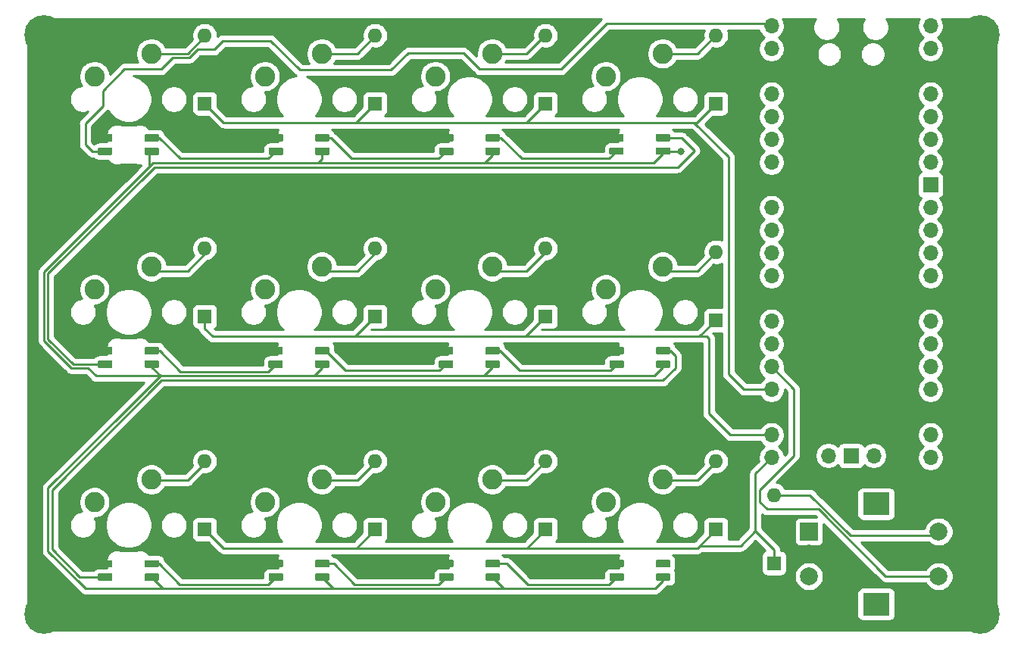
<source format=gbl>
G04 #@! TF.GenerationSoftware,KiCad,Pcbnew,(5.1.10)-1*
G04 #@! TF.CreationDate,2021-11-22T08:37:42+00:00*
G04 #@! TF.ProjectId,EnvMCRO,456e764d-4352-44f2-9e6b-696361645f70,rev?*
G04 #@! TF.SameCoordinates,Original*
G04 #@! TF.FileFunction,Copper,L2,Bot*
G04 #@! TF.FilePolarity,Positive*
%FSLAX46Y46*%
G04 Gerber Fmt 4.6, Leading zero omitted, Abs format (unit mm)*
G04 Created by KiCad (PCBNEW (5.1.10)-1) date 2021-11-22 08:37:42*
%MOMM*%
%LPD*%
G01*
G04 APERTURE LIST*
G04 #@! TA.AperFunction,ComponentPad*
%ADD10R,2.000000X2.000000*%
G04 #@! TD*
G04 #@! TA.AperFunction,ComponentPad*
%ADD11C,2.000000*%
G04 #@! TD*
G04 #@! TA.AperFunction,ComponentPad*
%ADD12R,3.000000X2.500000*%
G04 #@! TD*
G04 #@! TA.AperFunction,ComponentPad*
%ADD13C,2.250000*%
G04 #@! TD*
G04 #@! TA.AperFunction,ComponentPad*
%ADD14O,1.600000X1.600000*%
G04 #@! TD*
G04 #@! TA.AperFunction,ComponentPad*
%ADD15R,1.600000X1.600000*%
G04 #@! TD*
G04 #@! TA.AperFunction,ComponentPad*
%ADD16O,1.700000X1.700000*%
G04 #@! TD*
G04 #@! TA.AperFunction,ComponentPad*
%ADD17R,1.700000X1.700000*%
G04 #@! TD*
G04 #@! TA.AperFunction,ComponentPad*
%ADD18C,4.400000*%
G04 #@! TD*
G04 #@! TA.AperFunction,ViaPad*
%ADD19C,0.800000*%
G04 #@! TD*
G04 #@! TA.AperFunction,Conductor*
%ADD20C,0.250000*%
G04 #@! TD*
G04 #@! TA.AperFunction,Conductor*
%ADD21C,0.254000*%
G04 #@! TD*
G04 #@! TA.AperFunction,Conductor*
%ADD22C,0.100000*%
G04 #@! TD*
G04 APERTURE END LIST*
G04 #@! TA.AperFunction,SMDPad,CuDef*
G36*
G01*
X73453000Y-53190000D02*
X72017000Y-53190000D01*
G75*
G02*
X71935000Y-53108000I0J82000D01*
G01*
X71935000Y-52452000D01*
G75*
G02*
X72017000Y-52370000I82000J0D01*
G01*
X73453000Y-52370000D01*
G75*
G02*
X73535000Y-52452000I0J-82000D01*
G01*
X73535000Y-53108000D01*
G75*
G02*
X73453000Y-53190000I-82000J0D01*
G01*
G37*
G04 #@! TD.AperFunction*
G04 #@! TA.AperFunction,SMDPad,CuDef*
G36*
G01*
X73453000Y-54690000D02*
X72017000Y-54690000D01*
G75*
G02*
X71935000Y-54608000I0J82000D01*
G01*
X71935000Y-53952000D01*
G75*
G02*
X72017000Y-53870000I82000J0D01*
G01*
X73453000Y-53870000D01*
G75*
G02*
X73535000Y-53952000I0J-82000D01*
G01*
X73535000Y-54608000D01*
G75*
G02*
X73453000Y-54690000I-82000J0D01*
G01*
G37*
G04 #@! TD.AperFunction*
G04 #@! TA.AperFunction,SMDPad,CuDef*
G36*
G01*
X78653000Y-53190000D02*
X77217000Y-53190000D01*
G75*
G02*
X77135000Y-53108000I0J82000D01*
G01*
X77135000Y-52452000D01*
G75*
G02*
X77217000Y-52370000I82000J0D01*
G01*
X78653000Y-52370000D01*
G75*
G02*
X78735000Y-52452000I0J-82000D01*
G01*
X78735000Y-53108000D01*
G75*
G02*
X78653000Y-53190000I-82000J0D01*
G01*
G37*
G04 #@! TD.AperFunction*
G04 #@! TA.AperFunction,SMDPad,CuDef*
G36*
G01*
X78653000Y-54690000D02*
X77217000Y-54690000D01*
G75*
G02*
X77135000Y-54608000I0J82000D01*
G01*
X77135000Y-53952000D01*
G75*
G02*
X77217000Y-53870000I82000J0D01*
G01*
X78653000Y-53870000D01*
G75*
G02*
X78735000Y-53952000I0J-82000D01*
G01*
X78735000Y-54608000D01*
G75*
G02*
X78653000Y-54690000I-82000J0D01*
G01*
G37*
G04 #@! TD.AperFunction*
G04 #@! TA.AperFunction,SMDPad,CuDef*
G36*
G01*
X92518000Y-53190000D02*
X91082000Y-53190000D01*
G75*
G02*
X91000000Y-53108000I0J82000D01*
G01*
X91000000Y-52452000D01*
G75*
G02*
X91082000Y-52370000I82000J0D01*
G01*
X92518000Y-52370000D01*
G75*
G02*
X92600000Y-52452000I0J-82000D01*
G01*
X92600000Y-53108000D01*
G75*
G02*
X92518000Y-53190000I-82000J0D01*
G01*
G37*
G04 #@! TD.AperFunction*
G04 #@! TA.AperFunction,SMDPad,CuDef*
G36*
G01*
X92518000Y-54690000D02*
X91082000Y-54690000D01*
G75*
G02*
X91000000Y-54608000I0J82000D01*
G01*
X91000000Y-53952000D01*
G75*
G02*
X91082000Y-53870000I82000J0D01*
G01*
X92518000Y-53870000D01*
G75*
G02*
X92600000Y-53952000I0J-82000D01*
G01*
X92600000Y-54608000D01*
G75*
G02*
X92518000Y-54690000I-82000J0D01*
G01*
G37*
G04 #@! TD.AperFunction*
G04 #@! TA.AperFunction,SMDPad,CuDef*
G36*
G01*
X97718000Y-53190000D02*
X96282000Y-53190000D01*
G75*
G02*
X96200000Y-53108000I0J82000D01*
G01*
X96200000Y-52452000D01*
G75*
G02*
X96282000Y-52370000I82000J0D01*
G01*
X97718000Y-52370000D01*
G75*
G02*
X97800000Y-52452000I0J-82000D01*
G01*
X97800000Y-53108000D01*
G75*
G02*
X97718000Y-53190000I-82000J0D01*
G01*
G37*
G04 #@! TD.AperFunction*
G04 #@! TA.AperFunction,SMDPad,CuDef*
G36*
G01*
X97718000Y-54690000D02*
X96282000Y-54690000D01*
G75*
G02*
X96200000Y-54608000I0J82000D01*
G01*
X96200000Y-53952000D01*
G75*
G02*
X96282000Y-53870000I82000J0D01*
G01*
X97718000Y-53870000D01*
G75*
G02*
X97800000Y-53952000I0J-82000D01*
G01*
X97800000Y-54608000D01*
G75*
G02*
X97718000Y-54690000I-82000J0D01*
G01*
G37*
G04 #@! TD.AperFunction*
G04 #@! TA.AperFunction,SMDPad,CuDef*
G36*
G01*
X111568000Y-53190000D02*
X110132000Y-53190000D01*
G75*
G02*
X110050000Y-53108000I0J82000D01*
G01*
X110050000Y-52452000D01*
G75*
G02*
X110132000Y-52370000I82000J0D01*
G01*
X111568000Y-52370000D01*
G75*
G02*
X111650000Y-52452000I0J-82000D01*
G01*
X111650000Y-53108000D01*
G75*
G02*
X111568000Y-53190000I-82000J0D01*
G01*
G37*
G04 #@! TD.AperFunction*
G04 #@! TA.AperFunction,SMDPad,CuDef*
G36*
G01*
X111568000Y-54690000D02*
X110132000Y-54690000D01*
G75*
G02*
X110050000Y-54608000I0J82000D01*
G01*
X110050000Y-53952000D01*
G75*
G02*
X110132000Y-53870000I82000J0D01*
G01*
X111568000Y-53870000D01*
G75*
G02*
X111650000Y-53952000I0J-82000D01*
G01*
X111650000Y-54608000D01*
G75*
G02*
X111568000Y-54690000I-82000J0D01*
G01*
G37*
G04 #@! TD.AperFunction*
G04 #@! TA.AperFunction,SMDPad,CuDef*
G36*
G01*
X116768000Y-53190000D02*
X115332000Y-53190000D01*
G75*
G02*
X115250000Y-53108000I0J82000D01*
G01*
X115250000Y-52452000D01*
G75*
G02*
X115332000Y-52370000I82000J0D01*
G01*
X116768000Y-52370000D01*
G75*
G02*
X116850000Y-52452000I0J-82000D01*
G01*
X116850000Y-53108000D01*
G75*
G02*
X116768000Y-53190000I-82000J0D01*
G01*
G37*
G04 #@! TD.AperFunction*
G04 #@! TA.AperFunction,SMDPad,CuDef*
G36*
G01*
X116768000Y-54690000D02*
X115332000Y-54690000D01*
G75*
G02*
X115250000Y-54608000I0J82000D01*
G01*
X115250000Y-53952000D01*
G75*
G02*
X115332000Y-53870000I82000J0D01*
G01*
X116768000Y-53870000D01*
G75*
G02*
X116850000Y-53952000I0J-82000D01*
G01*
X116850000Y-54608000D01*
G75*
G02*
X116768000Y-54690000I-82000J0D01*
G01*
G37*
G04 #@! TD.AperFunction*
G04 #@! TA.AperFunction,SMDPad,CuDef*
G36*
G01*
X130603000Y-53175000D02*
X129167000Y-53175000D01*
G75*
G02*
X129085000Y-53093000I0J82000D01*
G01*
X129085000Y-52437000D01*
G75*
G02*
X129167000Y-52355000I82000J0D01*
G01*
X130603000Y-52355000D01*
G75*
G02*
X130685000Y-52437000I0J-82000D01*
G01*
X130685000Y-53093000D01*
G75*
G02*
X130603000Y-53175000I-82000J0D01*
G01*
G37*
G04 #@! TD.AperFunction*
G04 #@! TA.AperFunction,SMDPad,CuDef*
G36*
G01*
X130603000Y-54675000D02*
X129167000Y-54675000D01*
G75*
G02*
X129085000Y-54593000I0J82000D01*
G01*
X129085000Y-53937000D01*
G75*
G02*
X129167000Y-53855000I82000J0D01*
G01*
X130603000Y-53855000D01*
G75*
G02*
X130685000Y-53937000I0J-82000D01*
G01*
X130685000Y-54593000D01*
G75*
G02*
X130603000Y-54675000I-82000J0D01*
G01*
G37*
G04 #@! TD.AperFunction*
G04 #@! TA.AperFunction,SMDPad,CuDef*
G36*
G01*
X135803000Y-53175000D02*
X134367000Y-53175000D01*
G75*
G02*
X134285000Y-53093000I0J82000D01*
G01*
X134285000Y-52437000D01*
G75*
G02*
X134367000Y-52355000I82000J0D01*
G01*
X135803000Y-52355000D01*
G75*
G02*
X135885000Y-52437000I0J-82000D01*
G01*
X135885000Y-53093000D01*
G75*
G02*
X135803000Y-53175000I-82000J0D01*
G01*
G37*
G04 #@! TD.AperFunction*
G04 #@! TA.AperFunction,SMDPad,CuDef*
G36*
G01*
X135803000Y-54675000D02*
X134367000Y-54675000D01*
G75*
G02*
X134285000Y-54593000I0J82000D01*
G01*
X134285000Y-53937000D01*
G75*
G02*
X134367000Y-53855000I82000J0D01*
G01*
X135803000Y-53855000D01*
G75*
G02*
X135885000Y-53937000I0J-82000D01*
G01*
X135885000Y-54593000D01*
G75*
G02*
X135803000Y-54675000I-82000J0D01*
G01*
G37*
G04 #@! TD.AperFunction*
G04 #@! TA.AperFunction,SMDPad,CuDef*
G36*
G01*
X73453000Y-76987500D02*
X72017000Y-76987500D01*
G75*
G02*
X71935000Y-76905500I0J82000D01*
G01*
X71935000Y-76249500D01*
G75*
G02*
X72017000Y-76167500I82000J0D01*
G01*
X73453000Y-76167500D01*
G75*
G02*
X73535000Y-76249500I0J-82000D01*
G01*
X73535000Y-76905500D01*
G75*
G02*
X73453000Y-76987500I-82000J0D01*
G01*
G37*
G04 #@! TD.AperFunction*
G04 #@! TA.AperFunction,SMDPad,CuDef*
G36*
G01*
X73453000Y-78487500D02*
X72017000Y-78487500D01*
G75*
G02*
X71935000Y-78405500I0J82000D01*
G01*
X71935000Y-77749500D01*
G75*
G02*
X72017000Y-77667500I82000J0D01*
G01*
X73453000Y-77667500D01*
G75*
G02*
X73535000Y-77749500I0J-82000D01*
G01*
X73535000Y-78405500D01*
G75*
G02*
X73453000Y-78487500I-82000J0D01*
G01*
G37*
G04 #@! TD.AperFunction*
G04 #@! TA.AperFunction,SMDPad,CuDef*
G36*
G01*
X78653000Y-76987500D02*
X77217000Y-76987500D01*
G75*
G02*
X77135000Y-76905500I0J82000D01*
G01*
X77135000Y-76249500D01*
G75*
G02*
X77217000Y-76167500I82000J0D01*
G01*
X78653000Y-76167500D01*
G75*
G02*
X78735000Y-76249500I0J-82000D01*
G01*
X78735000Y-76905500D01*
G75*
G02*
X78653000Y-76987500I-82000J0D01*
G01*
G37*
G04 #@! TD.AperFunction*
G04 #@! TA.AperFunction,SMDPad,CuDef*
G36*
G01*
X78653000Y-78487500D02*
X77217000Y-78487500D01*
G75*
G02*
X77135000Y-78405500I0J82000D01*
G01*
X77135000Y-77749500D01*
G75*
G02*
X77217000Y-77667500I82000J0D01*
G01*
X78653000Y-77667500D01*
G75*
G02*
X78735000Y-77749500I0J-82000D01*
G01*
X78735000Y-78405500D01*
G75*
G02*
X78653000Y-78487500I-82000J0D01*
G01*
G37*
G04 #@! TD.AperFunction*
G04 #@! TA.AperFunction,SMDPad,CuDef*
G36*
G01*
X92503000Y-76987500D02*
X91067000Y-76987500D01*
G75*
G02*
X90985000Y-76905500I0J82000D01*
G01*
X90985000Y-76249500D01*
G75*
G02*
X91067000Y-76167500I82000J0D01*
G01*
X92503000Y-76167500D01*
G75*
G02*
X92585000Y-76249500I0J-82000D01*
G01*
X92585000Y-76905500D01*
G75*
G02*
X92503000Y-76987500I-82000J0D01*
G01*
G37*
G04 #@! TD.AperFunction*
G04 #@! TA.AperFunction,SMDPad,CuDef*
G36*
G01*
X92503000Y-78487500D02*
X91067000Y-78487500D01*
G75*
G02*
X90985000Y-78405500I0J82000D01*
G01*
X90985000Y-77749500D01*
G75*
G02*
X91067000Y-77667500I82000J0D01*
G01*
X92503000Y-77667500D01*
G75*
G02*
X92585000Y-77749500I0J-82000D01*
G01*
X92585000Y-78405500D01*
G75*
G02*
X92503000Y-78487500I-82000J0D01*
G01*
G37*
G04 #@! TD.AperFunction*
G04 #@! TA.AperFunction,SMDPad,CuDef*
G36*
G01*
X97703000Y-76987500D02*
X96267000Y-76987500D01*
G75*
G02*
X96185000Y-76905500I0J82000D01*
G01*
X96185000Y-76249500D01*
G75*
G02*
X96267000Y-76167500I82000J0D01*
G01*
X97703000Y-76167500D01*
G75*
G02*
X97785000Y-76249500I0J-82000D01*
G01*
X97785000Y-76905500D01*
G75*
G02*
X97703000Y-76987500I-82000J0D01*
G01*
G37*
G04 #@! TD.AperFunction*
G04 #@! TA.AperFunction,SMDPad,CuDef*
G36*
G01*
X97703000Y-78487500D02*
X96267000Y-78487500D01*
G75*
G02*
X96185000Y-78405500I0J82000D01*
G01*
X96185000Y-77749500D01*
G75*
G02*
X96267000Y-77667500I82000J0D01*
G01*
X97703000Y-77667500D01*
G75*
G02*
X97785000Y-77749500I0J-82000D01*
G01*
X97785000Y-78405500D01*
G75*
G02*
X97703000Y-78487500I-82000J0D01*
G01*
G37*
G04 #@! TD.AperFunction*
G04 #@! TA.AperFunction,SMDPad,CuDef*
G36*
G01*
X111553000Y-76987500D02*
X110117000Y-76987500D01*
G75*
G02*
X110035000Y-76905500I0J82000D01*
G01*
X110035000Y-76249500D01*
G75*
G02*
X110117000Y-76167500I82000J0D01*
G01*
X111553000Y-76167500D01*
G75*
G02*
X111635000Y-76249500I0J-82000D01*
G01*
X111635000Y-76905500D01*
G75*
G02*
X111553000Y-76987500I-82000J0D01*
G01*
G37*
G04 #@! TD.AperFunction*
G04 #@! TA.AperFunction,SMDPad,CuDef*
G36*
G01*
X111553000Y-78487500D02*
X110117000Y-78487500D01*
G75*
G02*
X110035000Y-78405500I0J82000D01*
G01*
X110035000Y-77749500D01*
G75*
G02*
X110117000Y-77667500I82000J0D01*
G01*
X111553000Y-77667500D01*
G75*
G02*
X111635000Y-77749500I0J-82000D01*
G01*
X111635000Y-78405500D01*
G75*
G02*
X111553000Y-78487500I-82000J0D01*
G01*
G37*
G04 #@! TD.AperFunction*
G04 #@! TA.AperFunction,SMDPad,CuDef*
G36*
G01*
X116753000Y-76987500D02*
X115317000Y-76987500D01*
G75*
G02*
X115235000Y-76905500I0J82000D01*
G01*
X115235000Y-76249500D01*
G75*
G02*
X115317000Y-76167500I82000J0D01*
G01*
X116753000Y-76167500D01*
G75*
G02*
X116835000Y-76249500I0J-82000D01*
G01*
X116835000Y-76905500D01*
G75*
G02*
X116753000Y-76987500I-82000J0D01*
G01*
G37*
G04 #@! TD.AperFunction*
G04 #@! TA.AperFunction,SMDPad,CuDef*
G36*
G01*
X116753000Y-78487500D02*
X115317000Y-78487500D01*
G75*
G02*
X115235000Y-78405500I0J82000D01*
G01*
X115235000Y-77749500D01*
G75*
G02*
X115317000Y-77667500I82000J0D01*
G01*
X116753000Y-77667500D01*
G75*
G02*
X116835000Y-77749500I0J-82000D01*
G01*
X116835000Y-78405500D01*
G75*
G02*
X116753000Y-78487500I-82000J0D01*
G01*
G37*
G04 #@! TD.AperFunction*
G04 #@! TA.AperFunction,SMDPad,CuDef*
G36*
G01*
X130618000Y-76990000D02*
X129182000Y-76990000D01*
G75*
G02*
X129100000Y-76908000I0J82000D01*
G01*
X129100000Y-76252000D01*
G75*
G02*
X129182000Y-76170000I82000J0D01*
G01*
X130618000Y-76170000D01*
G75*
G02*
X130700000Y-76252000I0J-82000D01*
G01*
X130700000Y-76908000D01*
G75*
G02*
X130618000Y-76990000I-82000J0D01*
G01*
G37*
G04 #@! TD.AperFunction*
G04 #@! TA.AperFunction,SMDPad,CuDef*
G36*
G01*
X130618000Y-78490000D02*
X129182000Y-78490000D01*
G75*
G02*
X129100000Y-78408000I0J82000D01*
G01*
X129100000Y-77752000D01*
G75*
G02*
X129182000Y-77670000I82000J0D01*
G01*
X130618000Y-77670000D01*
G75*
G02*
X130700000Y-77752000I0J-82000D01*
G01*
X130700000Y-78408000D01*
G75*
G02*
X130618000Y-78490000I-82000J0D01*
G01*
G37*
G04 #@! TD.AperFunction*
G04 #@! TA.AperFunction,SMDPad,CuDef*
G36*
G01*
X135818000Y-76990000D02*
X134382000Y-76990000D01*
G75*
G02*
X134300000Y-76908000I0J82000D01*
G01*
X134300000Y-76252000D01*
G75*
G02*
X134382000Y-76170000I82000J0D01*
G01*
X135818000Y-76170000D01*
G75*
G02*
X135900000Y-76252000I0J-82000D01*
G01*
X135900000Y-76908000D01*
G75*
G02*
X135818000Y-76990000I-82000J0D01*
G01*
G37*
G04 #@! TD.AperFunction*
G04 #@! TA.AperFunction,SMDPad,CuDef*
G36*
G01*
X135818000Y-78490000D02*
X134382000Y-78490000D01*
G75*
G02*
X134300000Y-78408000I0J82000D01*
G01*
X134300000Y-77752000D01*
G75*
G02*
X134382000Y-77670000I82000J0D01*
G01*
X135818000Y-77670000D01*
G75*
G02*
X135900000Y-77752000I0J-82000D01*
G01*
X135900000Y-78408000D01*
G75*
G02*
X135818000Y-78490000I-82000J0D01*
G01*
G37*
G04 #@! TD.AperFunction*
G04 #@! TA.AperFunction,SMDPad,CuDef*
G36*
G01*
X73453000Y-100800000D02*
X72017000Y-100800000D01*
G75*
G02*
X71935000Y-100718000I0J82000D01*
G01*
X71935000Y-100062000D01*
G75*
G02*
X72017000Y-99980000I82000J0D01*
G01*
X73453000Y-99980000D01*
G75*
G02*
X73535000Y-100062000I0J-82000D01*
G01*
X73535000Y-100718000D01*
G75*
G02*
X73453000Y-100800000I-82000J0D01*
G01*
G37*
G04 #@! TD.AperFunction*
G04 #@! TA.AperFunction,SMDPad,CuDef*
G36*
G01*
X73453000Y-102300000D02*
X72017000Y-102300000D01*
G75*
G02*
X71935000Y-102218000I0J82000D01*
G01*
X71935000Y-101562000D01*
G75*
G02*
X72017000Y-101480000I82000J0D01*
G01*
X73453000Y-101480000D01*
G75*
G02*
X73535000Y-101562000I0J-82000D01*
G01*
X73535000Y-102218000D01*
G75*
G02*
X73453000Y-102300000I-82000J0D01*
G01*
G37*
G04 #@! TD.AperFunction*
G04 #@! TA.AperFunction,SMDPad,CuDef*
G36*
G01*
X78653000Y-100800000D02*
X77217000Y-100800000D01*
G75*
G02*
X77135000Y-100718000I0J82000D01*
G01*
X77135000Y-100062000D01*
G75*
G02*
X77217000Y-99980000I82000J0D01*
G01*
X78653000Y-99980000D01*
G75*
G02*
X78735000Y-100062000I0J-82000D01*
G01*
X78735000Y-100718000D01*
G75*
G02*
X78653000Y-100800000I-82000J0D01*
G01*
G37*
G04 #@! TD.AperFunction*
G04 #@! TA.AperFunction,SMDPad,CuDef*
G36*
G01*
X78653000Y-102300000D02*
X77217000Y-102300000D01*
G75*
G02*
X77135000Y-102218000I0J82000D01*
G01*
X77135000Y-101562000D01*
G75*
G02*
X77217000Y-101480000I82000J0D01*
G01*
X78653000Y-101480000D01*
G75*
G02*
X78735000Y-101562000I0J-82000D01*
G01*
X78735000Y-102218000D01*
G75*
G02*
X78653000Y-102300000I-82000J0D01*
G01*
G37*
G04 #@! TD.AperFunction*
G04 #@! TA.AperFunction,SMDPad,CuDef*
G36*
G01*
X111568000Y-100790000D02*
X110132000Y-100790000D01*
G75*
G02*
X110050000Y-100708000I0J82000D01*
G01*
X110050000Y-100052000D01*
G75*
G02*
X110132000Y-99970000I82000J0D01*
G01*
X111568000Y-99970000D01*
G75*
G02*
X111650000Y-100052000I0J-82000D01*
G01*
X111650000Y-100708000D01*
G75*
G02*
X111568000Y-100790000I-82000J0D01*
G01*
G37*
G04 #@! TD.AperFunction*
G04 #@! TA.AperFunction,SMDPad,CuDef*
G36*
G01*
X111568000Y-102290000D02*
X110132000Y-102290000D01*
G75*
G02*
X110050000Y-102208000I0J82000D01*
G01*
X110050000Y-101552000D01*
G75*
G02*
X110132000Y-101470000I82000J0D01*
G01*
X111568000Y-101470000D01*
G75*
G02*
X111650000Y-101552000I0J-82000D01*
G01*
X111650000Y-102208000D01*
G75*
G02*
X111568000Y-102290000I-82000J0D01*
G01*
G37*
G04 #@! TD.AperFunction*
G04 #@! TA.AperFunction,SMDPad,CuDef*
G36*
G01*
X116768000Y-100790000D02*
X115332000Y-100790000D01*
G75*
G02*
X115250000Y-100708000I0J82000D01*
G01*
X115250000Y-100052000D01*
G75*
G02*
X115332000Y-99970000I82000J0D01*
G01*
X116768000Y-99970000D01*
G75*
G02*
X116850000Y-100052000I0J-82000D01*
G01*
X116850000Y-100708000D01*
G75*
G02*
X116768000Y-100790000I-82000J0D01*
G01*
G37*
G04 #@! TD.AperFunction*
G04 #@! TA.AperFunction,SMDPad,CuDef*
G36*
G01*
X116768000Y-102290000D02*
X115332000Y-102290000D01*
G75*
G02*
X115250000Y-102208000I0J82000D01*
G01*
X115250000Y-101552000D01*
G75*
G02*
X115332000Y-101470000I82000J0D01*
G01*
X116768000Y-101470000D01*
G75*
G02*
X116850000Y-101552000I0J-82000D01*
G01*
X116850000Y-102208000D01*
G75*
G02*
X116768000Y-102290000I-82000J0D01*
G01*
G37*
G04 #@! TD.AperFunction*
G04 #@! TA.AperFunction,SMDPad,CuDef*
G36*
G01*
X130618000Y-100790000D02*
X129182000Y-100790000D01*
G75*
G02*
X129100000Y-100708000I0J82000D01*
G01*
X129100000Y-100052000D01*
G75*
G02*
X129182000Y-99970000I82000J0D01*
G01*
X130618000Y-99970000D01*
G75*
G02*
X130700000Y-100052000I0J-82000D01*
G01*
X130700000Y-100708000D01*
G75*
G02*
X130618000Y-100790000I-82000J0D01*
G01*
G37*
G04 #@! TD.AperFunction*
G04 #@! TA.AperFunction,SMDPad,CuDef*
G36*
G01*
X130618000Y-102290000D02*
X129182000Y-102290000D01*
G75*
G02*
X129100000Y-102208000I0J82000D01*
G01*
X129100000Y-101552000D01*
G75*
G02*
X129182000Y-101470000I82000J0D01*
G01*
X130618000Y-101470000D01*
G75*
G02*
X130700000Y-101552000I0J-82000D01*
G01*
X130700000Y-102208000D01*
G75*
G02*
X130618000Y-102290000I-82000J0D01*
G01*
G37*
G04 #@! TD.AperFunction*
G04 #@! TA.AperFunction,SMDPad,CuDef*
G36*
G01*
X135818000Y-100790000D02*
X134382000Y-100790000D01*
G75*
G02*
X134300000Y-100708000I0J82000D01*
G01*
X134300000Y-100052000D01*
G75*
G02*
X134382000Y-99970000I82000J0D01*
G01*
X135818000Y-99970000D01*
G75*
G02*
X135900000Y-100052000I0J-82000D01*
G01*
X135900000Y-100708000D01*
G75*
G02*
X135818000Y-100790000I-82000J0D01*
G01*
G37*
G04 #@! TD.AperFunction*
G04 #@! TA.AperFunction,SMDPad,CuDef*
G36*
G01*
X135818000Y-102290000D02*
X134382000Y-102290000D01*
G75*
G02*
X134300000Y-102208000I0J82000D01*
G01*
X134300000Y-101552000D01*
G75*
G02*
X134382000Y-101470000I82000J0D01*
G01*
X135818000Y-101470000D01*
G75*
G02*
X135900000Y-101552000I0J-82000D01*
G01*
X135900000Y-102208000D01*
G75*
G02*
X135818000Y-102290000I-82000J0D01*
G01*
G37*
G04 #@! TD.AperFunction*
G04 #@! TA.AperFunction,SMDPad,CuDef*
G36*
G01*
X92518000Y-100790000D02*
X91082000Y-100790000D01*
G75*
G02*
X91000000Y-100708000I0J82000D01*
G01*
X91000000Y-100052000D01*
G75*
G02*
X91082000Y-99970000I82000J0D01*
G01*
X92518000Y-99970000D01*
G75*
G02*
X92600000Y-100052000I0J-82000D01*
G01*
X92600000Y-100708000D01*
G75*
G02*
X92518000Y-100790000I-82000J0D01*
G01*
G37*
G04 #@! TD.AperFunction*
G04 #@! TA.AperFunction,SMDPad,CuDef*
G36*
G01*
X92518000Y-102290000D02*
X91082000Y-102290000D01*
G75*
G02*
X91000000Y-102208000I0J82000D01*
G01*
X91000000Y-101552000D01*
G75*
G02*
X91082000Y-101470000I82000J0D01*
G01*
X92518000Y-101470000D01*
G75*
G02*
X92600000Y-101552000I0J-82000D01*
G01*
X92600000Y-102208000D01*
G75*
G02*
X92518000Y-102290000I-82000J0D01*
G01*
G37*
G04 #@! TD.AperFunction*
G04 #@! TA.AperFunction,SMDPad,CuDef*
G36*
G01*
X97718000Y-100790000D02*
X96282000Y-100790000D01*
G75*
G02*
X96200000Y-100708000I0J82000D01*
G01*
X96200000Y-100052000D01*
G75*
G02*
X96282000Y-99970000I82000J0D01*
G01*
X97718000Y-99970000D01*
G75*
G02*
X97800000Y-100052000I0J-82000D01*
G01*
X97800000Y-100708000D01*
G75*
G02*
X97718000Y-100790000I-82000J0D01*
G01*
G37*
G04 #@! TD.AperFunction*
G04 #@! TA.AperFunction,SMDPad,CuDef*
G36*
G01*
X97718000Y-102290000D02*
X96282000Y-102290000D01*
G75*
G02*
X96200000Y-102208000I0J82000D01*
G01*
X96200000Y-101552000D01*
G75*
G02*
X96282000Y-101470000I82000J0D01*
G01*
X97718000Y-101470000D01*
G75*
G02*
X97800000Y-101552000I0J-82000D01*
G01*
X97800000Y-102208000D01*
G75*
G02*
X97718000Y-102290000I-82000J0D01*
G01*
G37*
G04 #@! TD.AperFunction*
D10*
X151400000Y-96800000D03*
D11*
X151400000Y-99300000D03*
X151400000Y-101800000D03*
D12*
X158900000Y-93700000D03*
X158900000Y-104900000D03*
D11*
X165900000Y-96800000D03*
X165900000Y-101800000D03*
D13*
X96925000Y-43355000D03*
X90575000Y-45895000D03*
X135025000Y-43355000D03*
X128675000Y-45895000D03*
X77875000Y-67167500D03*
X71525000Y-69707500D03*
X96925000Y-67167500D03*
X90575000Y-69707500D03*
X115975000Y-67167500D03*
X109625000Y-69707500D03*
X135025000Y-67167500D03*
X128675000Y-69707500D03*
X77875000Y-90980000D03*
X71525000Y-93520000D03*
X96925000Y-90980000D03*
X90575000Y-93520000D03*
X115975000Y-90980000D03*
X109625000Y-93520000D03*
D14*
X83860000Y-41315000D03*
D15*
X83860000Y-48935000D03*
D14*
X102910000Y-41315000D03*
D15*
X102910000Y-48935000D03*
D14*
X121960000Y-41315000D03*
D15*
X121960000Y-48935000D03*
D14*
X141010000Y-41315000D03*
D15*
X141010000Y-48935000D03*
D14*
X83860000Y-65127500D03*
D15*
X83860000Y-72747500D03*
D14*
X102910000Y-65127500D03*
D15*
X102910000Y-72747500D03*
D14*
X121960000Y-65127500D03*
D15*
X121960000Y-72747500D03*
D14*
X141010000Y-65527500D03*
D15*
X141010000Y-73147500D03*
D14*
X83860000Y-88940000D03*
D15*
X83860000Y-96560000D03*
D14*
X102910000Y-88940000D03*
D15*
X102910000Y-96560000D03*
D14*
X121960000Y-88940000D03*
D15*
X121960000Y-96560000D03*
D14*
X141010000Y-88940000D03*
D15*
X141010000Y-96560000D03*
D13*
X77875000Y-43355000D03*
X71525000Y-45895000D03*
X115975000Y-43355000D03*
X109625000Y-45895000D03*
D16*
X158640000Y-88300000D03*
D17*
X156100000Y-88300000D03*
D16*
X153560000Y-88300000D03*
X164990000Y-40270000D03*
X164990000Y-42810000D03*
D17*
X164990000Y-45350000D03*
D16*
X164990000Y-47890000D03*
X164990000Y-50430000D03*
X164990000Y-52970000D03*
X164990000Y-55510000D03*
D17*
X164990000Y-58050000D03*
D16*
X164990000Y-60590000D03*
X164990000Y-63130000D03*
X164990000Y-65670000D03*
X164990000Y-68210000D03*
D17*
X164990000Y-70750000D03*
D16*
X164990000Y-73290000D03*
X164990000Y-75830000D03*
X164990000Y-78370000D03*
X164990000Y-80910000D03*
D17*
X164990000Y-83450000D03*
D16*
X164990000Y-85990000D03*
X164990000Y-88530000D03*
X147210000Y-88530000D03*
X147210000Y-85990000D03*
D17*
X147210000Y-83450000D03*
D16*
X147210000Y-80910000D03*
X147210000Y-78370000D03*
X147210000Y-75830000D03*
X147210000Y-73290000D03*
D17*
X147210000Y-70750000D03*
D16*
X147210000Y-68210000D03*
X147210000Y-65670000D03*
X147210000Y-63130000D03*
X147210000Y-60590000D03*
D17*
X147210000Y-58050000D03*
D16*
X147210000Y-55510000D03*
X147210000Y-52970000D03*
X147210000Y-50430000D03*
X147210000Y-47890000D03*
D17*
X147210000Y-45350000D03*
D16*
X147210000Y-42810000D03*
X147210000Y-40270000D03*
D13*
X135025000Y-90980000D03*
X128675000Y-93520000D03*
D14*
X147500000Y-92700000D03*
D15*
X147500000Y-100320000D03*
D18*
X170500000Y-41300000D03*
X65900000Y-106000000D03*
X65900000Y-41300000D03*
X170500000Y-106000000D03*
D19*
X139300000Y-100800000D03*
X100030000Y-52560000D03*
X87750000Y-52760000D03*
X121650000Y-52500000D03*
X140550000Y-56910000D03*
X122020000Y-76470000D03*
X102730000Y-76790000D03*
X88820000Y-100570000D03*
X103610000Y-100360000D03*
X122250000Y-100360000D03*
X137055000Y-54265000D03*
D20*
X83860000Y-48935000D02*
X85975000Y-51050000D01*
X100795000Y-51050000D02*
X102910000Y-48935000D01*
X85975000Y-51050000D02*
X100795000Y-51050000D01*
X119845000Y-51050000D02*
X121960000Y-48935000D01*
X138895000Y-51050000D02*
X141010000Y-48935000D01*
X100795000Y-51050000D02*
X119700000Y-51050000D01*
X119700000Y-51050000D02*
X119845000Y-51050000D01*
X119700000Y-51050000D02*
X138550000Y-51050000D01*
X138550000Y-51050000D02*
X138895000Y-51050000D01*
X144110000Y-80910000D02*
X147210000Y-80910000D01*
X142400000Y-79200000D02*
X144110000Y-80910000D01*
X142400000Y-54900000D02*
X142400000Y-79200000D01*
X138550000Y-51050000D02*
X142400000Y-54900000D01*
X83860000Y-72747500D02*
X83860000Y-74110000D01*
X83860000Y-74110000D02*
X84750000Y-75000000D01*
X100657500Y-75000000D02*
X102910000Y-72747500D01*
X84750000Y-75000000D02*
X100657500Y-75000000D01*
X119707500Y-75000000D02*
X121960000Y-72747500D01*
X100657500Y-75000000D02*
X119707500Y-75000000D01*
X139157500Y-75000000D02*
X141010000Y-73147500D01*
X119707500Y-75000000D02*
X139157500Y-75000000D01*
X147210000Y-85990000D02*
X142590000Y-85990000D01*
X142590000Y-85990000D02*
X140200000Y-83600000D01*
X140200000Y-75200000D02*
X140000000Y-75000000D01*
X140200000Y-83600000D02*
X140200000Y-75200000D01*
X139157500Y-75000000D02*
X140000000Y-75000000D01*
X83860000Y-96560000D02*
X85950000Y-98650000D01*
X100820000Y-98650000D02*
X102910000Y-96560000D01*
X85950000Y-98650000D02*
X100820000Y-98650000D01*
X119870000Y-98650000D02*
X121960000Y-96560000D01*
X139191099Y-98378901D02*
X141010000Y-96560000D01*
X100820000Y-98650000D02*
X119700000Y-98650000D01*
X119700000Y-98650000D02*
X119870000Y-98650000D01*
X138920000Y-98650000D02*
X139191099Y-98378901D01*
X119700000Y-98650000D02*
X138920000Y-98650000D01*
X145420000Y-90320000D02*
X147210000Y-88530000D01*
X143771099Y-98378901D02*
X145420000Y-96730000D01*
X139191099Y-98378901D02*
X143771099Y-98378901D01*
X145420000Y-96730000D02*
X145420000Y-92570000D01*
X145420000Y-91580000D02*
X145420000Y-90320000D01*
X145420000Y-92570000D02*
X145420000Y-91580000D01*
X147500000Y-98810000D02*
X145420000Y-96730000D01*
X147500000Y-100320000D02*
X147500000Y-98810000D01*
X77875000Y-43355000D02*
X81945000Y-43355000D01*
X81945000Y-43355000D02*
X84000000Y-41300000D01*
X96925000Y-43355000D02*
X100945000Y-43355000D01*
X100945000Y-43355000D02*
X103000000Y-41300000D01*
X115975000Y-43355000D02*
X119845000Y-43355000D01*
X119845000Y-43355000D02*
X121900000Y-41300000D01*
X135025000Y-43355000D02*
X138945000Y-43355000D01*
X138945000Y-43355000D02*
X141000000Y-41300000D01*
X77875000Y-67655000D02*
X81945000Y-67655000D01*
X81945000Y-67655000D02*
X84000000Y-65600000D01*
X96925000Y-67655000D02*
X100945000Y-67655000D01*
X100945000Y-67655000D02*
X103000000Y-65600000D01*
X115975000Y-67655000D02*
X119845000Y-67655000D01*
X119845000Y-67655000D02*
X121900000Y-65600000D01*
X135025000Y-67655000D02*
X138945000Y-67655000D01*
X138945000Y-67655000D02*
X141000000Y-65600000D01*
X77875000Y-91055000D02*
X81945000Y-91055000D01*
X81945000Y-91055000D02*
X84000000Y-89000000D01*
X96925000Y-91055000D02*
X100945000Y-91055000D01*
X100945000Y-91055000D02*
X103000000Y-89000000D01*
X115975000Y-91055000D02*
X119845000Y-91055000D01*
X119845000Y-91055000D02*
X121900000Y-89000000D01*
X135025000Y-91055000D02*
X138945000Y-91055000D01*
X138945000Y-91055000D02*
X141000000Y-89000000D01*
X146940000Y-40000000D02*
X147210000Y-40270000D01*
X142900000Y-40000000D02*
X146940000Y-40000000D01*
X142900000Y-40000000D02*
X143200000Y-40000000D01*
X138400000Y-40000000D02*
X142900000Y-40000000D01*
X128800000Y-40000000D02*
X138400000Y-40000000D01*
X112800000Y-43300000D02*
X114600000Y-45100000D01*
X106600000Y-43300000D02*
X112800000Y-43300000D01*
X94500000Y-45200000D02*
X104700000Y-45200000D01*
X91204999Y-41904999D02*
X94500000Y-45200000D01*
X72735000Y-54280000D02*
X71280000Y-54280000D01*
X104700000Y-45200000D02*
X106600000Y-43300000D01*
X71280000Y-54280000D02*
X70500000Y-53500000D01*
X84900000Y-42900000D02*
X85895001Y-41904999D01*
X70500000Y-53500000D02*
X70500000Y-51200000D01*
X82131401Y-43805009D02*
X83036410Y-42900000D01*
X70500000Y-51200000D02*
X72500000Y-49200000D01*
X123700000Y-45100000D02*
X128800000Y-40000000D01*
X72500000Y-49200000D02*
X72500000Y-47500000D01*
X72500000Y-47500000D02*
X74900000Y-45100000D01*
X85895001Y-41904999D02*
X91204999Y-41904999D01*
X74900000Y-45100000D02*
X79000000Y-45100000D01*
X80294990Y-43805010D02*
X82131401Y-43805009D01*
X114600000Y-45100000D02*
X123700000Y-45100000D01*
X79000000Y-45100000D02*
X80294990Y-43805010D01*
X83036410Y-42900000D02*
X84900000Y-42900000D01*
X135100000Y-102290000D02*
X134240000Y-103150000D01*
X135100000Y-101880000D02*
X135100000Y-102290000D01*
X117320000Y-103150000D02*
X116050000Y-101880000D01*
X98270000Y-103150000D02*
X97000000Y-101880000D01*
X117630000Y-103150000D02*
X98270000Y-103150000D01*
X117630000Y-103150000D02*
X117320000Y-103150000D01*
X79195000Y-103150000D02*
X77935000Y-101890000D01*
X70534122Y-103160532D02*
X66349990Y-98976400D01*
X66349990Y-98976400D02*
X66349991Y-91933599D01*
X66349991Y-98976401D02*
X70113416Y-102739826D01*
X66349991Y-91933599D02*
X66349991Y-98976401D01*
X77935000Y-80348590D02*
X77166795Y-81116795D01*
X66349991Y-91933599D02*
X74876795Y-83406795D01*
X74876795Y-83406795D02*
X77166795Y-81116795D01*
X97000000Y-55160000D02*
X97000000Y-54280000D01*
X77640000Y-54575000D02*
X77935000Y-54280000D01*
X77640000Y-56033590D02*
X77640000Y-54575000D01*
X96985000Y-78487500D02*
X96985000Y-78077500D01*
X96072500Y-79400000D02*
X96985000Y-78487500D01*
X77166795Y-81116795D02*
X78883590Y-79400000D01*
X116035000Y-78401130D02*
X116035000Y-78077500D01*
X115036130Y-79400000D02*
X116035000Y-78401130D01*
X78883590Y-79400000D02*
X95700000Y-79400000D01*
X95700000Y-79400000D02*
X96072500Y-79400000D01*
X135100000Y-78403630D02*
X135100000Y-78080000D01*
X134103630Y-79400000D02*
X135100000Y-78403630D01*
X114700000Y-79400000D02*
X134103630Y-79400000D01*
X95700000Y-79400000D02*
X114700000Y-79400000D01*
X114700000Y-79400000D02*
X115036130Y-79400000D01*
X76939468Y-103160532D02*
X79739468Y-103160532D01*
X79750000Y-103150000D02*
X79195000Y-103150000D01*
X77074468Y-103160532D02*
X76939468Y-103160532D01*
X79739468Y-103160532D02*
X79750000Y-103150000D01*
X76939468Y-103160532D02*
X70534122Y-103160532D01*
X134240000Y-103150000D02*
X133950000Y-103150000D01*
X133950000Y-103150000D02*
X117630000Y-103150000D01*
X77640000Y-56033590D02*
X78073590Y-55600000D01*
X96400000Y-55600000D02*
X96560000Y-55600000D01*
X78073590Y-55600000D02*
X96400000Y-55600000D01*
X96560000Y-55600000D02*
X97000000Y-55160000D01*
X116050000Y-54690000D02*
X116050000Y-54280000D01*
X115140000Y-55600000D02*
X116050000Y-54690000D01*
X114200000Y-55600000D02*
X115140000Y-55600000D01*
X135085000Y-54594775D02*
X135085000Y-54265000D01*
X134079775Y-55600000D02*
X135085000Y-54594775D01*
X114200000Y-55600000D02*
X134079775Y-55600000D01*
X111400000Y-55600000D02*
X114200000Y-55600000D01*
X96400000Y-55600000D02*
X111400000Y-55600000D01*
X111400000Y-55600000D02*
X111636410Y-55600000D01*
X65899991Y-67773599D02*
X76791795Y-56881795D01*
X65899990Y-75446400D02*
X65899991Y-67773599D01*
X66350000Y-75896410D02*
X65899990Y-75446400D01*
X66350000Y-75920000D02*
X66350000Y-75896410D01*
X68957510Y-78527510D02*
X66350000Y-75920000D01*
X76791795Y-56881795D02*
X77640000Y-56033590D01*
X70827510Y-78527510D02*
X68957510Y-78527510D01*
X71700000Y-79400000D02*
X70827510Y-78527510D01*
X78700000Y-79400000D02*
X71700000Y-79400000D01*
X78883590Y-79400000D02*
X78700000Y-79400000D01*
X77935000Y-78451410D02*
X78883590Y-79400000D01*
X77935000Y-78077500D02*
X77935000Y-78451410D01*
X79760532Y-103160532D02*
X79750000Y-103150000D01*
X98259468Y-103160532D02*
X79760532Y-103160532D01*
X98270000Y-103150000D02*
X98259468Y-103160532D01*
X135085000Y-54265000D02*
X137055000Y-54265000D01*
X110030000Y-102700000D02*
X110850000Y-101880000D01*
X100610000Y-102700000D02*
X110030000Y-102700000D01*
X98290000Y-100380000D02*
X100610000Y-102700000D01*
X97000000Y-100380000D02*
X98290000Y-100380000D01*
X90980000Y-102700000D02*
X91800000Y-101880000D01*
X77935000Y-100390000D02*
X78390000Y-100390000D01*
X81045000Y-102700000D02*
X90980000Y-102700000D01*
X77935000Y-100390000D02*
X78735000Y-100390000D01*
X78735000Y-100390000D02*
X81045000Y-102700000D01*
X90980000Y-55100000D02*
X91800000Y-54280000D01*
X81100000Y-55100000D02*
X90980000Y-55100000D01*
X78780000Y-52780000D02*
X81100000Y-55100000D01*
X77935000Y-52780000D02*
X78780000Y-52780000D01*
X110030000Y-55100000D02*
X110850000Y-54280000D01*
X100300000Y-55100000D02*
X110030000Y-55100000D01*
X97980000Y-52780000D02*
X100300000Y-55100000D01*
X97000000Y-52780000D02*
X97980000Y-52780000D01*
X129050000Y-55100000D02*
X129885000Y-54265000D01*
X119300000Y-55100000D02*
X129050000Y-55100000D01*
X116980000Y-52780000D02*
X119300000Y-55100000D01*
X116050000Y-52780000D02*
X116980000Y-52780000D01*
X137155000Y-52765000D02*
X135085000Y-52765000D01*
X138575000Y-54185000D02*
X137155000Y-52765000D01*
X136709990Y-56050010D02*
X138575000Y-54185000D01*
X78259990Y-56050010D02*
X136709990Y-56050010D01*
X66350000Y-67960000D02*
X78259990Y-56050010D01*
X69167500Y-78077500D02*
X66350000Y-75260000D01*
X66350000Y-75260000D02*
X66350000Y-67960000D01*
X72735000Y-78077500D02*
X69167500Y-78077500D01*
X90962500Y-78900000D02*
X91785000Y-78077500D01*
X81160000Y-78900000D02*
X90962500Y-78900000D01*
X78837500Y-76577500D02*
X81160000Y-78900000D01*
X77935000Y-76577500D02*
X78837500Y-76577500D01*
X110112500Y-78800000D02*
X110835000Y-78077500D01*
X99600000Y-78800000D02*
X110112500Y-78800000D01*
X97377500Y-76577500D02*
X99600000Y-78800000D01*
X96985000Y-76577500D02*
X97377500Y-76577500D01*
X116817500Y-76577500D02*
X119040000Y-78800000D01*
X129180000Y-78800000D02*
X129900000Y-78080000D01*
X119040000Y-78800000D02*
X129180000Y-78800000D01*
X116035000Y-76577500D02*
X116817500Y-76577500D01*
X135900000Y-76580000D02*
X135100000Y-76580000D01*
X136490000Y-77170000D02*
X135900000Y-76580000D01*
X136490000Y-78490000D02*
X136490000Y-77170000D01*
X135080000Y-79900000D02*
X136490000Y-78490000D01*
X79020000Y-79900000D02*
X135080000Y-79900000D01*
X66800000Y-92120000D02*
X79020000Y-79900000D01*
X66800000Y-98790000D02*
X66800000Y-92120000D01*
X69900000Y-101890000D02*
X66800000Y-98790000D01*
X72735000Y-101890000D02*
X69900000Y-101890000D01*
X129080000Y-102700000D02*
X129900000Y-101880000D01*
X119950000Y-102700000D02*
X129080000Y-102700000D01*
X117630000Y-100380000D02*
X119950000Y-102700000D01*
X116050000Y-100380000D02*
X117630000Y-100380000D01*
X165449990Y-97250010D02*
X165900000Y-96800000D01*
X151513590Y-92700000D02*
X156063600Y-97250010D01*
X156063600Y-97250010D02*
X165449990Y-97250010D01*
X147500000Y-92700000D02*
X151513590Y-92700000D01*
X165700000Y-101800000D02*
X165900000Y-101800000D01*
X149700000Y-80860000D02*
X147210000Y-78370000D01*
X145870010Y-92129990D02*
X149700000Y-88300000D01*
X149700000Y-88300000D02*
X149700000Y-80860000D01*
X145870010Y-93470010D02*
X145870010Y-92129990D01*
X152477180Y-94300000D02*
X146700000Y-94300000D01*
X146700000Y-94300000D02*
X145870010Y-93470010D01*
X159977180Y-101800000D02*
X152477180Y-94300000D01*
X165900000Y-101800000D02*
X159977180Y-101800000D01*
D21*
X128236201Y-39488997D02*
X123385199Y-44340000D01*
X117433578Y-44340000D01*
X117534692Y-44188673D01*
X117565208Y-44115000D01*
X119807678Y-44115000D01*
X119845000Y-44118676D01*
X119882322Y-44115000D01*
X119882333Y-44115000D01*
X119993986Y-44104003D01*
X120137247Y-44060546D01*
X120269276Y-43989974D01*
X120385001Y-43895001D01*
X120408804Y-43865997D01*
X121573557Y-42701244D01*
X121818665Y-42750000D01*
X122101335Y-42750000D01*
X122378574Y-42694853D01*
X122639727Y-42586680D01*
X122874759Y-42429637D01*
X123074637Y-42229759D01*
X123231680Y-41994727D01*
X123339853Y-41733574D01*
X123395000Y-41456335D01*
X123395000Y-41173665D01*
X123339853Y-40896426D01*
X123231680Y-40635273D01*
X123074637Y-40400241D01*
X122874759Y-40200363D01*
X122639727Y-40043320D01*
X122378574Y-39935147D01*
X122101335Y-39880000D01*
X121818665Y-39880000D01*
X121541426Y-39935147D01*
X121280273Y-40043320D01*
X121045241Y-40200363D01*
X120845363Y-40400241D01*
X120688320Y-40635273D01*
X120580147Y-40896426D01*
X120525000Y-41173665D01*
X120525000Y-41456335D01*
X120548869Y-41576330D01*
X119530199Y-42595000D01*
X117565208Y-42595000D01*
X117534692Y-42521327D01*
X117342081Y-42233065D01*
X117096935Y-41987919D01*
X116808673Y-41795308D01*
X116488373Y-41662636D01*
X116148345Y-41595000D01*
X115801655Y-41595000D01*
X115461627Y-41662636D01*
X115141327Y-41795308D01*
X114853065Y-41987919D01*
X114607919Y-42233065D01*
X114415308Y-42521327D01*
X114282636Y-42841627D01*
X114215000Y-43181655D01*
X114215000Y-43528345D01*
X114242774Y-43667972D01*
X113363803Y-42789002D01*
X113340001Y-42759999D01*
X113224276Y-42665026D01*
X113092247Y-42594454D01*
X112948986Y-42550997D01*
X112837333Y-42540000D01*
X112837322Y-42540000D01*
X112800000Y-42536324D01*
X112762678Y-42540000D01*
X106637325Y-42540000D01*
X106600000Y-42536324D01*
X106562675Y-42540000D01*
X106562667Y-42540000D01*
X106451014Y-42550997D01*
X106307753Y-42594454D01*
X106175724Y-42665026D01*
X106059999Y-42759999D01*
X106036201Y-42788997D01*
X104385199Y-44440000D01*
X98316760Y-44440000D01*
X98484692Y-44188673D01*
X98515208Y-44115000D01*
X100907678Y-44115000D01*
X100945000Y-44118676D01*
X100982322Y-44115000D01*
X100982333Y-44115000D01*
X101093986Y-44104003D01*
X101237247Y-44060546D01*
X101369276Y-43989974D01*
X101485001Y-43895001D01*
X101508804Y-43865997D01*
X102648670Y-42726131D01*
X102768665Y-42750000D01*
X103051335Y-42750000D01*
X103328574Y-42694853D01*
X103589727Y-42586680D01*
X103824759Y-42429637D01*
X104024637Y-42229759D01*
X104181680Y-41994727D01*
X104289853Y-41733574D01*
X104345000Y-41456335D01*
X104345000Y-41173665D01*
X104289853Y-40896426D01*
X104181680Y-40635273D01*
X104024637Y-40400241D01*
X103824759Y-40200363D01*
X103589727Y-40043320D01*
X103328574Y-39935147D01*
X103051335Y-39880000D01*
X102768665Y-39880000D01*
X102491426Y-39935147D01*
X102230273Y-40043320D01*
X101995241Y-40200363D01*
X101795363Y-40400241D01*
X101638320Y-40635273D01*
X101530147Y-40896426D01*
X101475000Y-41173665D01*
X101475000Y-41456335D01*
X101523756Y-41701443D01*
X100630199Y-42595000D01*
X98515208Y-42595000D01*
X98484692Y-42521327D01*
X98292081Y-42233065D01*
X98046935Y-41987919D01*
X97758673Y-41795308D01*
X97438373Y-41662636D01*
X97098345Y-41595000D01*
X96751655Y-41595000D01*
X96411627Y-41662636D01*
X96091327Y-41795308D01*
X95803065Y-41987919D01*
X95557919Y-42233065D01*
X95365308Y-42521327D01*
X95232636Y-42841627D01*
X95165000Y-43181655D01*
X95165000Y-43528345D01*
X95232636Y-43868373D01*
X95365308Y-44188673D01*
X95533240Y-44440000D01*
X94814802Y-44440000D01*
X91768803Y-41394002D01*
X91745000Y-41364998D01*
X91629275Y-41270025D01*
X91497246Y-41199453D01*
X91353985Y-41155996D01*
X91242332Y-41144999D01*
X91242321Y-41144999D01*
X91204999Y-41141323D01*
X91167677Y-41144999D01*
X85932324Y-41144999D01*
X85895001Y-41141323D01*
X85857678Y-41144999D01*
X85857668Y-41144999D01*
X85746015Y-41155996D01*
X85602754Y-41199453D01*
X85470724Y-41270025D01*
X85434200Y-41300000D01*
X85355000Y-41364998D01*
X85331202Y-41393996D01*
X85295000Y-41430198D01*
X85295000Y-41173665D01*
X85239853Y-40896426D01*
X85131680Y-40635273D01*
X84974637Y-40400241D01*
X84774759Y-40200363D01*
X84539727Y-40043320D01*
X84278574Y-39935147D01*
X84001335Y-39880000D01*
X83718665Y-39880000D01*
X83441426Y-39935147D01*
X83180273Y-40043320D01*
X82945241Y-40200363D01*
X82745363Y-40400241D01*
X82588320Y-40635273D01*
X82480147Y-40896426D01*
X82425000Y-41173665D01*
X82425000Y-41456335D01*
X82480147Y-41733574D01*
X82483509Y-41741690D01*
X81630199Y-42595000D01*
X79465208Y-42595000D01*
X79434692Y-42521327D01*
X79242081Y-42233065D01*
X78996935Y-41987919D01*
X78708673Y-41795308D01*
X78388373Y-41662636D01*
X78048345Y-41595000D01*
X77701655Y-41595000D01*
X77361627Y-41662636D01*
X77041327Y-41795308D01*
X76753065Y-41987919D01*
X76507919Y-42233065D01*
X76315308Y-42521327D01*
X76182636Y-42841627D01*
X76115000Y-43181655D01*
X76115000Y-43528345D01*
X76182636Y-43868373D01*
X76315308Y-44188673D01*
X76416422Y-44340000D01*
X74937333Y-44340000D01*
X74900000Y-44336323D01*
X74862667Y-44340000D01*
X74751014Y-44350997D01*
X74607753Y-44394454D01*
X74475724Y-44465026D01*
X74359999Y-44559999D01*
X74336202Y-44588996D01*
X73271485Y-45653713D01*
X73217364Y-45381627D01*
X73084692Y-45061327D01*
X72892081Y-44773065D01*
X72646935Y-44527919D01*
X72358673Y-44335308D01*
X72038373Y-44202636D01*
X71698345Y-44135000D01*
X71351655Y-44135000D01*
X71011627Y-44202636D01*
X70691327Y-44335308D01*
X70403065Y-44527919D01*
X70157919Y-44773065D01*
X69965308Y-45061327D01*
X69832636Y-45381627D01*
X69765000Y-45721655D01*
X69765000Y-46068345D01*
X69832636Y-46408373D01*
X69965308Y-46728673D01*
X70097638Y-46926719D01*
X69814549Y-46983029D01*
X69539747Y-47096856D01*
X69292431Y-47262107D01*
X69082107Y-47472431D01*
X68916856Y-47719747D01*
X68803029Y-47994549D01*
X68745000Y-48286278D01*
X68745000Y-48583722D01*
X68803029Y-48875451D01*
X68916856Y-49150253D01*
X69082107Y-49397569D01*
X69292431Y-49607893D01*
X69539747Y-49773144D01*
X69814549Y-49886971D01*
X70106278Y-49945000D01*
X70403722Y-49945000D01*
X70695451Y-49886971D01*
X70768475Y-49856723D01*
X69988998Y-50636201D01*
X69960000Y-50659999D01*
X69936202Y-50688997D01*
X69936201Y-50688998D01*
X69865026Y-50775724D01*
X69794454Y-50907754D01*
X69750998Y-51051015D01*
X69736324Y-51200000D01*
X69740001Y-51237332D01*
X69740000Y-53462677D01*
X69736324Y-53500000D01*
X69740000Y-53537322D01*
X69740000Y-53537332D01*
X69750997Y-53648985D01*
X69792748Y-53786623D01*
X69794454Y-53792246D01*
X69865026Y-53924276D01*
X69904811Y-53972754D01*
X69959999Y-54040001D01*
X69989002Y-54063803D01*
X70716201Y-54791002D01*
X70739999Y-54820001D01*
X70855724Y-54914974D01*
X70987753Y-54985546D01*
X71131014Y-55029003D01*
X71242292Y-55039963D01*
X71280000Y-55043677D01*
X71317333Y-55040000D01*
X71444502Y-55040000D01*
X71507832Y-55117168D01*
X71616949Y-55206718D01*
X71741440Y-55273260D01*
X71876521Y-55314236D01*
X72017000Y-55328072D01*
X73054541Y-55328072D01*
X73111805Y-55406030D01*
X73153255Y-55452227D01*
X73194080Y-55499027D01*
X73201086Y-55505538D01*
X73273031Y-55571465D01*
X73322676Y-55608740D01*
X73371802Y-55646710D01*
X73379939Y-55651736D01*
X73463320Y-55702433D01*
X73519265Y-55729358D01*
X73574819Y-55757057D01*
X73583777Y-55760407D01*
X73675416Y-55793944D01*
X73735530Y-55809491D01*
X73795413Y-55825874D01*
X73804851Y-55827420D01*
X73901258Y-55842518D01*
X73963244Y-55846093D01*
X74025165Y-55850532D01*
X74034724Y-55850215D01*
X74034725Y-55850215D01*
X74132229Y-55846300D01*
X74193693Y-55837772D01*
X74255333Y-55830095D01*
X74264648Y-55827928D01*
X74359535Y-55805149D01*
X74418232Y-55784824D01*
X74477146Y-55765341D01*
X74485863Y-55761406D01*
X74574518Y-55720631D01*
X74586763Y-55714999D01*
X76085132Y-55714999D01*
X76094264Y-55720420D01*
X76102954Y-55724415D01*
X76191896Y-55764562D01*
X76250719Y-55784466D01*
X76309229Y-55805178D01*
X76318529Y-55807410D01*
X76318532Y-55807411D01*
X76318535Y-55807411D01*
X76413574Y-55829517D01*
X76475137Y-55837615D01*
X76536564Y-55846570D01*
X76546121Y-55846953D01*
X76643650Y-55850178D01*
X76705602Y-55846165D01*
X76755138Y-55843650D01*
X76280797Y-56317992D01*
X76280792Y-56317996D01*
X65388989Y-67209800D01*
X65359991Y-67233598D01*
X65336193Y-67262596D01*
X65336192Y-67262597D01*
X65265017Y-67349323D01*
X65194445Y-67481353D01*
X65150989Y-67624614D01*
X65136315Y-67773599D01*
X65139992Y-67810931D01*
X65139990Y-75409077D01*
X65136314Y-75446400D01*
X65139990Y-75483722D01*
X65139990Y-75483732D01*
X65150987Y-75595385D01*
X65191294Y-75728262D01*
X65194444Y-75738646D01*
X65265016Y-75870676D01*
X65324544Y-75943210D01*
X65359989Y-75986400D01*
X65388987Y-76010198D01*
X65705795Y-76327006D01*
X65715026Y-76344276D01*
X65749274Y-76386007D01*
X65809999Y-76460001D01*
X65839003Y-76483804D01*
X68393710Y-79038512D01*
X68417509Y-79067511D01*
X68446507Y-79091309D01*
X68533233Y-79162484D01*
X68646856Y-79223217D01*
X68665263Y-79233056D01*
X68808524Y-79276513D01*
X68920177Y-79287510D01*
X68920187Y-79287510D01*
X68957509Y-79291186D01*
X68994832Y-79287510D01*
X70512709Y-79287510D01*
X71136201Y-79911003D01*
X71159999Y-79940001D01*
X71275724Y-80034974D01*
X71407753Y-80105546D01*
X71551014Y-80149003D01*
X71662667Y-80160000D01*
X71662676Y-80160000D01*
X71699999Y-80163676D01*
X71737322Y-80160000D01*
X77048788Y-80160000D01*
X76655797Y-80552992D01*
X76655792Y-80552996D01*
X74365797Y-82842992D01*
X74365792Y-82842996D01*
X65838994Y-91369795D01*
X65809990Y-91393598D01*
X65784676Y-91424444D01*
X65715017Y-91509323D01*
X65644446Y-91641352D01*
X65644445Y-91641353D01*
X65600988Y-91784614D01*
X65589991Y-91896267D01*
X65589991Y-91896277D01*
X65586315Y-91933599D01*
X65589991Y-91970922D01*
X65589991Y-93693345D01*
X65589990Y-98939077D01*
X65586314Y-98976400D01*
X65589990Y-99013722D01*
X65589990Y-99013732D01*
X65600987Y-99125385D01*
X65643385Y-99265154D01*
X65644444Y-99268646D01*
X65715016Y-99400676D01*
X65773165Y-99471530D01*
X65809989Y-99516400D01*
X65809991Y-99516402D01*
X65838989Y-99540200D01*
X67902891Y-101604102D01*
X69970323Y-103671535D01*
X69994121Y-103700533D01*
X70109846Y-103795506D01*
X70241875Y-103866078D01*
X70385136Y-103909535D01*
X70496789Y-103920532D01*
X70496798Y-103920532D01*
X70534121Y-103924208D01*
X70571444Y-103920532D01*
X79702146Y-103920532D01*
X79739468Y-103924208D01*
X79750000Y-103923171D01*
X79760531Y-103924208D01*
X79797854Y-103920532D01*
X98222146Y-103920532D01*
X98259468Y-103924208D01*
X98296790Y-103920532D01*
X98296801Y-103920532D01*
X98403733Y-103910000D01*
X117282676Y-103910000D01*
X117319999Y-103913676D01*
X117357322Y-103910000D01*
X134202678Y-103910000D01*
X134240000Y-103913676D01*
X134277322Y-103910000D01*
X134277333Y-103910000D01*
X134388986Y-103899003D01*
X134532247Y-103855546D01*
X134664276Y-103784974D01*
X134780001Y-103690001D01*
X134803803Y-103660998D01*
X134814801Y-103650000D01*
X156761928Y-103650000D01*
X156761928Y-106150000D01*
X156774188Y-106274482D01*
X156810498Y-106394180D01*
X156869463Y-106504494D01*
X156948815Y-106601185D01*
X157045506Y-106680537D01*
X157155820Y-106739502D01*
X157275518Y-106775812D01*
X157400000Y-106788072D01*
X160400000Y-106788072D01*
X160524482Y-106775812D01*
X160644180Y-106739502D01*
X160754494Y-106680537D01*
X160851185Y-106601185D01*
X160930537Y-106504494D01*
X160989502Y-106394180D01*
X161025812Y-106274482D01*
X161038072Y-106150000D01*
X161038072Y-103650000D01*
X161025812Y-103525518D01*
X160989502Y-103405820D01*
X160930537Y-103295506D01*
X160851185Y-103198815D01*
X160754494Y-103119463D01*
X160644180Y-103060498D01*
X160524482Y-103024188D01*
X160400000Y-103011928D01*
X157400000Y-103011928D01*
X157275518Y-103024188D01*
X157155820Y-103060498D01*
X157045506Y-103119463D01*
X156948815Y-103198815D01*
X156869463Y-103295506D01*
X156810498Y-103405820D01*
X156774188Y-103525518D01*
X156761928Y-103650000D01*
X134814801Y-103650000D01*
X135536730Y-102928072D01*
X135818000Y-102928072D01*
X135958479Y-102914236D01*
X136093560Y-102873260D01*
X136218051Y-102806718D01*
X136327168Y-102717168D01*
X136416718Y-102608051D01*
X136483260Y-102483560D01*
X136524236Y-102348479D01*
X136538072Y-102208000D01*
X136538072Y-101552000D01*
X136524236Y-101411521D01*
X136483260Y-101276440D01*
X136416718Y-101151949D01*
X136398705Y-101130000D01*
X136416718Y-101108051D01*
X136483260Y-100983560D01*
X136524236Y-100848479D01*
X136538072Y-100708000D01*
X136538072Y-100052000D01*
X136524236Y-99911521D01*
X136483260Y-99776440D01*
X136416718Y-99651949D01*
X136327168Y-99542832D01*
X136218051Y-99453282D01*
X136137076Y-99410000D01*
X138882678Y-99410000D01*
X138920000Y-99413676D01*
X138957322Y-99410000D01*
X138957333Y-99410000D01*
X139068986Y-99399003D01*
X139212247Y-99355546D01*
X139344276Y-99284974D01*
X139460001Y-99190001D01*
X139483804Y-99160997D01*
X139505900Y-99138901D01*
X143733777Y-99138901D01*
X143771099Y-99142577D01*
X143808421Y-99138901D01*
X143808432Y-99138901D01*
X143920085Y-99127904D01*
X144063346Y-99084447D01*
X144195375Y-99013875D01*
X144311100Y-98918902D01*
X144334903Y-98889898D01*
X145420000Y-97804801D01*
X146524778Y-98909580D01*
X146455820Y-98930498D01*
X146345506Y-98989463D01*
X146248815Y-99068815D01*
X146169463Y-99165506D01*
X146110498Y-99275820D01*
X146074188Y-99395518D01*
X146061928Y-99520000D01*
X146061928Y-101120000D01*
X146074188Y-101244482D01*
X146110498Y-101364180D01*
X146169463Y-101474494D01*
X146248815Y-101571185D01*
X146345506Y-101650537D01*
X146455820Y-101709502D01*
X146575518Y-101745812D01*
X146700000Y-101758072D01*
X148300000Y-101758072D01*
X148424482Y-101745812D01*
X148544180Y-101709502D01*
X148654494Y-101650537D01*
X148668592Y-101638967D01*
X149765000Y-101638967D01*
X149765000Y-101961033D01*
X149827832Y-102276912D01*
X149951082Y-102574463D01*
X150130013Y-102842252D01*
X150357748Y-103069987D01*
X150625537Y-103248918D01*
X150923088Y-103372168D01*
X151238967Y-103435000D01*
X151561033Y-103435000D01*
X151876912Y-103372168D01*
X152174463Y-103248918D01*
X152442252Y-103069987D01*
X152669987Y-102842252D01*
X152848918Y-102574463D01*
X152972168Y-102276912D01*
X153035000Y-101961033D01*
X153035000Y-101638967D01*
X152972168Y-101323088D01*
X152848918Y-101025537D01*
X152669987Y-100757748D01*
X152442252Y-100530013D01*
X152174463Y-100351082D01*
X151876912Y-100227832D01*
X151561033Y-100165000D01*
X151238967Y-100165000D01*
X150923088Y-100227832D01*
X150625537Y-100351082D01*
X150357748Y-100530013D01*
X150130013Y-100757748D01*
X149951082Y-101025537D01*
X149827832Y-101323088D01*
X149765000Y-101638967D01*
X148668592Y-101638967D01*
X148751185Y-101571185D01*
X148830537Y-101474494D01*
X148889502Y-101364180D01*
X148925812Y-101244482D01*
X148938072Y-101120000D01*
X148938072Y-99520000D01*
X148925812Y-99395518D01*
X148889502Y-99275820D01*
X148830537Y-99165506D01*
X148751185Y-99068815D01*
X148654494Y-98989463D01*
X148544180Y-98930498D01*
X148424482Y-98894188D01*
X148300000Y-98881928D01*
X148260000Y-98881928D01*
X148260000Y-98847322D01*
X148263676Y-98809999D01*
X148260000Y-98772676D01*
X148260000Y-98772667D01*
X148249003Y-98661014D01*
X148205546Y-98517753D01*
X148134974Y-98385724D01*
X148040001Y-98269999D01*
X148011003Y-98246201D01*
X146180000Y-96415199D01*
X146180000Y-94856415D01*
X146188997Y-94863799D01*
X146275723Y-94934974D01*
X146407753Y-95005546D01*
X146551014Y-95049003D01*
X146662667Y-95060000D01*
X146662676Y-95060000D01*
X146699999Y-95063676D01*
X146737322Y-95060000D01*
X152162379Y-95060000D01*
X152264307Y-95161928D01*
X150400000Y-95161928D01*
X150275518Y-95174188D01*
X150155820Y-95210498D01*
X150045506Y-95269463D01*
X149948815Y-95348815D01*
X149869463Y-95445506D01*
X149810498Y-95555820D01*
X149774188Y-95675518D01*
X149761928Y-95800000D01*
X149761928Y-97800000D01*
X149774188Y-97924482D01*
X149810498Y-98044180D01*
X149869463Y-98154494D01*
X149948815Y-98251185D01*
X150045506Y-98330537D01*
X150155820Y-98389502D01*
X150275518Y-98425812D01*
X150400000Y-98438072D01*
X152400000Y-98438072D01*
X152524482Y-98425812D01*
X152644180Y-98389502D01*
X152754494Y-98330537D01*
X152851185Y-98251185D01*
X152930537Y-98154494D01*
X152989502Y-98044180D01*
X153025812Y-97924482D01*
X153038072Y-97800000D01*
X153038072Y-95935693D01*
X159413381Y-102311003D01*
X159437179Y-102340001D01*
X159552904Y-102434974D01*
X159684933Y-102505546D01*
X159828194Y-102549003D01*
X159939847Y-102560000D01*
X159939855Y-102560000D01*
X159977180Y-102563676D01*
X160014505Y-102560000D01*
X164445091Y-102560000D01*
X164451082Y-102574463D01*
X164630013Y-102842252D01*
X164857748Y-103069987D01*
X165125537Y-103248918D01*
X165423088Y-103372168D01*
X165738967Y-103435000D01*
X166061033Y-103435000D01*
X166376912Y-103372168D01*
X166674463Y-103248918D01*
X166942252Y-103069987D01*
X167169987Y-102842252D01*
X167348918Y-102574463D01*
X167472168Y-102276912D01*
X167535000Y-101961033D01*
X167535000Y-101638967D01*
X167472168Y-101323088D01*
X167348918Y-101025537D01*
X167169987Y-100757748D01*
X166942252Y-100530013D01*
X166674463Y-100351082D01*
X166376912Y-100227832D01*
X166061033Y-100165000D01*
X165738967Y-100165000D01*
X165423088Y-100227832D01*
X165125537Y-100351082D01*
X164857748Y-100530013D01*
X164630013Y-100757748D01*
X164451082Y-101025537D01*
X164445091Y-101040000D01*
X160291982Y-101040000D01*
X157261992Y-98010010D01*
X164797771Y-98010010D01*
X164857748Y-98069987D01*
X165125537Y-98248918D01*
X165423088Y-98372168D01*
X165738967Y-98435000D01*
X166061033Y-98435000D01*
X166376912Y-98372168D01*
X166674463Y-98248918D01*
X166942252Y-98069987D01*
X167169987Y-97842252D01*
X167348918Y-97574463D01*
X167472168Y-97276912D01*
X167535000Y-96961033D01*
X167535000Y-96638967D01*
X167472168Y-96323088D01*
X167348918Y-96025537D01*
X167169987Y-95757748D01*
X166942252Y-95530013D01*
X166674463Y-95351082D01*
X166376912Y-95227832D01*
X166061033Y-95165000D01*
X165738967Y-95165000D01*
X165423088Y-95227832D01*
X165125537Y-95351082D01*
X164857748Y-95530013D01*
X164630013Y-95757748D01*
X164451082Y-96025537D01*
X164327832Y-96323088D01*
X164294629Y-96490010D01*
X156378402Y-96490010D01*
X152338392Y-92450000D01*
X156761928Y-92450000D01*
X156761928Y-94950000D01*
X156774188Y-95074482D01*
X156810498Y-95194180D01*
X156869463Y-95304494D01*
X156948815Y-95401185D01*
X157045506Y-95480537D01*
X157155820Y-95539502D01*
X157275518Y-95575812D01*
X157400000Y-95588072D01*
X160400000Y-95588072D01*
X160524482Y-95575812D01*
X160644180Y-95539502D01*
X160754494Y-95480537D01*
X160851185Y-95401185D01*
X160930537Y-95304494D01*
X160989502Y-95194180D01*
X161025812Y-95074482D01*
X161038072Y-94950000D01*
X161038072Y-92450000D01*
X161025812Y-92325518D01*
X160989502Y-92205820D01*
X160930537Y-92095506D01*
X160851185Y-91998815D01*
X160754494Y-91919463D01*
X160644180Y-91860498D01*
X160524482Y-91824188D01*
X160400000Y-91811928D01*
X157400000Y-91811928D01*
X157275518Y-91824188D01*
X157155820Y-91860498D01*
X157045506Y-91919463D01*
X156948815Y-91998815D01*
X156869463Y-92095506D01*
X156810498Y-92205820D01*
X156774188Y-92325518D01*
X156761928Y-92450000D01*
X152338392Y-92450000D01*
X152077394Y-92189003D01*
X152053591Y-92159999D01*
X151937866Y-92065026D01*
X151805837Y-91994454D01*
X151662576Y-91950997D01*
X151550923Y-91940000D01*
X151550912Y-91940000D01*
X151513590Y-91936324D01*
X151476268Y-91940000D01*
X148718043Y-91940000D01*
X148614637Y-91785241D01*
X148414759Y-91585363D01*
X148179727Y-91428320D01*
X147918574Y-91320147D01*
X147781851Y-91292951D01*
X150211004Y-88863798D01*
X150240001Y-88840001D01*
X150334974Y-88724276D01*
X150405546Y-88592247D01*
X150449003Y-88448986D01*
X150460000Y-88337333D01*
X150460000Y-88337323D01*
X150463676Y-88300000D01*
X150460000Y-88262677D01*
X150460000Y-88153740D01*
X152075000Y-88153740D01*
X152075000Y-88446260D01*
X152132068Y-88733158D01*
X152244010Y-89003411D01*
X152406525Y-89246632D01*
X152613368Y-89453475D01*
X152856589Y-89615990D01*
X153126842Y-89727932D01*
X153413740Y-89785000D01*
X153706260Y-89785000D01*
X153993158Y-89727932D01*
X154263411Y-89615990D01*
X154506632Y-89453475D01*
X154638487Y-89321620D01*
X154660498Y-89394180D01*
X154719463Y-89504494D01*
X154798815Y-89601185D01*
X154895506Y-89680537D01*
X155005820Y-89739502D01*
X155125518Y-89775812D01*
X155250000Y-89788072D01*
X156950000Y-89788072D01*
X157074482Y-89775812D01*
X157194180Y-89739502D01*
X157304494Y-89680537D01*
X157401185Y-89601185D01*
X157480537Y-89504494D01*
X157539502Y-89394180D01*
X157561513Y-89321620D01*
X157693368Y-89453475D01*
X157936589Y-89615990D01*
X158206842Y-89727932D01*
X158493740Y-89785000D01*
X158786260Y-89785000D01*
X159073158Y-89727932D01*
X159343411Y-89615990D01*
X159586632Y-89453475D01*
X159793475Y-89246632D01*
X159955990Y-89003411D01*
X160067932Y-88733158D01*
X160125000Y-88446260D01*
X160125000Y-88153740D01*
X160067932Y-87866842D01*
X159955990Y-87596589D01*
X159793475Y-87353368D01*
X159586632Y-87146525D01*
X159343411Y-86984010D01*
X159073158Y-86872068D01*
X158786260Y-86815000D01*
X158493740Y-86815000D01*
X158206842Y-86872068D01*
X157936589Y-86984010D01*
X157693368Y-87146525D01*
X157561513Y-87278380D01*
X157539502Y-87205820D01*
X157480537Y-87095506D01*
X157401185Y-86998815D01*
X157304494Y-86919463D01*
X157194180Y-86860498D01*
X157074482Y-86824188D01*
X156950000Y-86811928D01*
X155250000Y-86811928D01*
X155125518Y-86824188D01*
X155005820Y-86860498D01*
X154895506Y-86919463D01*
X154798815Y-86998815D01*
X154719463Y-87095506D01*
X154660498Y-87205820D01*
X154638487Y-87278380D01*
X154506632Y-87146525D01*
X154263411Y-86984010D01*
X153993158Y-86872068D01*
X153706260Y-86815000D01*
X153413740Y-86815000D01*
X153126842Y-86872068D01*
X152856589Y-86984010D01*
X152613368Y-87146525D01*
X152406525Y-87353368D01*
X152244010Y-87596589D01*
X152132068Y-87866842D01*
X152075000Y-88153740D01*
X150460000Y-88153740D01*
X150460000Y-85843740D01*
X163505000Y-85843740D01*
X163505000Y-86136260D01*
X163562068Y-86423158D01*
X163674010Y-86693411D01*
X163836525Y-86936632D01*
X164043368Y-87143475D01*
X164217760Y-87260000D01*
X164043368Y-87376525D01*
X163836525Y-87583368D01*
X163674010Y-87826589D01*
X163562068Y-88096842D01*
X163505000Y-88383740D01*
X163505000Y-88676260D01*
X163562068Y-88963158D01*
X163674010Y-89233411D01*
X163836525Y-89476632D01*
X164043368Y-89683475D01*
X164286589Y-89845990D01*
X164556842Y-89957932D01*
X164843740Y-90015000D01*
X165136260Y-90015000D01*
X165423158Y-89957932D01*
X165693411Y-89845990D01*
X165936632Y-89683475D01*
X166143475Y-89476632D01*
X166305990Y-89233411D01*
X166417932Y-88963158D01*
X166475000Y-88676260D01*
X166475000Y-88383740D01*
X166417932Y-88096842D01*
X166305990Y-87826589D01*
X166143475Y-87583368D01*
X165936632Y-87376525D01*
X165762240Y-87260000D01*
X165936632Y-87143475D01*
X166143475Y-86936632D01*
X166305990Y-86693411D01*
X166417932Y-86423158D01*
X166475000Y-86136260D01*
X166475000Y-85843740D01*
X166417932Y-85556842D01*
X166305990Y-85286589D01*
X166143475Y-85043368D01*
X165936632Y-84836525D01*
X165693411Y-84674010D01*
X165423158Y-84562068D01*
X165136260Y-84505000D01*
X164843740Y-84505000D01*
X164556842Y-84562068D01*
X164286589Y-84674010D01*
X164043368Y-84836525D01*
X163836525Y-85043368D01*
X163674010Y-85286589D01*
X163562068Y-85556842D01*
X163505000Y-85843740D01*
X150460000Y-85843740D01*
X150460000Y-80897325D01*
X150463676Y-80860000D01*
X150460000Y-80822675D01*
X150460000Y-80822667D01*
X150449003Y-80711014D01*
X150405546Y-80567753D01*
X150334974Y-80435724D01*
X150240001Y-80319999D01*
X150211003Y-80296201D01*
X148651209Y-78736408D01*
X148695000Y-78516260D01*
X148695000Y-78223740D01*
X148637932Y-77936842D01*
X148525990Y-77666589D01*
X148363475Y-77423368D01*
X148156632Y-77216525D01*
X147982240Y-77100000D01*
X148156632Y-76983475D01*
X148363475Y-76776632D01*
X148525990Y-76533411D01*
X148637932Y-76263158D01*
X148695000Y-75976260D01*
X148695000Y-75683740D01*
X148637932Y-75396842D01*
X148525990Y-75126589D01*
X148363475Y-74883368D01*
X148156632Y-74676525D01*
X147982240Y-74560000D01*
X148156632Y-74443475D01*
X148363475Y-74236632D01*
X148525990Y-73993411D01*
X148637932Y-73723158D01*
X148695000Y-73436260D01*
X148695000Y-73143740D01*
X163505000Y-73143740D01*
X163505000Y-73436260D01*
X163562068Y-73723158D01*
X163674010Y-73993411D01*
X163836525Y-74236632D01*
X164043368Y-74443475D01*
X164217760Y-74560000D01*
X164043368Y-74676525D01*
X163836525Y-74883368D01*
X163674010Y-75126589D01*
X163562068Y-75396842D01*
X163505000Y-75683740D01*
X163505000Y-75976260D01*
X163562068Y-76263158D01*
X163674010Y-76533411D01*
X163836525Y-76776632D01*
X164043368Y-76983475D01*
X164217760Y-77100000D01*
X164043368Y-77216525D01*
X163836525Y-77423368D01*
X163674010Y-77666589D01*
X163562068Y-77936842D01*
X163505000Y-78223740D01*
X163505000Y-78516260D01*
X163562068Y-78803158D01*
X163674010Y-79073411D01*
X163836525Y-79316632D01*
X164043368Y-79523475D01*
X164217760Y-79640000D01*
X164043368Y-79756525D01*
X163836525Y-79963368D01*
X163674010Y-80206589D01*
X163562068Y-80476842D01*
X163505000Y-80763740D01*
X163505000Y-81056260D01*
X163562068Y-81343158D01*
X163674010Y-81613411D01*
X163836525Y-81856632D01*
X164043368Y-82063475D01*
X164286589Y-82225990D01*
X164556842Y-82337932D01*
X164843740Y-82395000D01*
X165136260Y-82395000D01*
X165423158Y-82337932D01*
X165693411Y-82225990D01*
X165936632Y-82063475D01*
X166143475Y-81856632D01*
X166305990Y-81613411D01*
X166417932Y-81343158D01*
X166475000Y-81056260D01*
X166475000Y-80763740D01*
X166417932Y-80476842D01*
X166305990Y-80206589D01*
X166143475Y-79963368D01*
X165936632Y-79756525D01*
X165762240Y-79640000D01*
X165936632Y-79523475D01*
X166143475Y-79316632D01*
X166305990Y-79073411D01*
X166417932Y-78803158D01*
X166475000Y-78516260D01*
X166475000Y-78223740D01*
X166417932Y-77936842D01*
X166305990Y-77666589D01*
X166143475Y-77423368D01*
X165936632Y-77216525D01*
X165762240Y-77100000D01*
X165936632Y-76983475D01*
X166143475Y-76776632D01*
X166305990Y-76533411D01*
X166417932Y-76263158D01*
X166475000Y-75976260D01*
X166475000Y-75683740D01*
X166417932Y-75396842D01*
X166305990Y-75126589D01*
X166143475Y-74883368D01*
X165936632Y-74676525D01*
X165762240Y-74560000D01*
X165936632Y-74443475D01*
X166143475Y-74236632D01*
X166305990Y-73993411D01*
X166417932Y-73723158D01*
X166475000Y-73436260D01*
X166475000Y-73143740D01*
X166417932Y-72856842D01*
X166305990Y-72586589D01*
X166143475Y-72343368D01*
X165936632Y-72136525D01*
X165693411Y-71974010D01*
X165423158Y-71862068D01*
X165136260Y-71805000D01*
X164843740Y-71805000D01*
X164556842Y-71862068D01*
X164286589Y-71974010D01*
X164043368Y-72136525D01*
X163836525Y-72343368D01*
X163674010Y-72586589D01*
X163562068Y-72856842D01*
X163505000Y-73143740D01*
X148695000Y-73143740D01*
X148637932Y-72856842D01*
X148525990Y-72586589D01*
X148363475Y-72343368D01*
X148156632Y-72136525D01*
X147913411Y-71974010D01*
X147643158Y-71862068D01*
X147356260Y-71805000D01*
X147063740Y-71805000D01*
X146776842Y-71862068D01*
X146506589Y-71974010D01*
X146263368Y-72136525D01*
X146056525Y-72343368D01*
X145894010Y-72586589D01*
X145782068Y-72856842D01*
X145725000Y-73143740D01*
X145725000Y-73436260D01*
X145782068Y-73723158D01*
X145894010Y-73993411D01*
X146056525Y-74236632D01*
X146263368Y-74443475D01*
X146437760Y-74560000D01*
X146263368Y-74676525D01*
X146056525Y-74883368D01*
X145894010Y-75126589D01*
X145782068Y-75396842D01*
X145725000Y-75683740D01*
X145725000Y-75976260D01*
X145782068Y-76263158D01*
X145894010Y-76533411D01*
X146056525Y-76776632D01*
X146263368Y-76983475D01*
X146437760Y-77100000D01*
X146263368Y-77216525D01*
X146056525Y-77423368D01*
X145894010Y-77666589D01*
X145782068Y-77936842D01*
X145725000Y-78223740D01*
X145725000Y-78516260D01*
X145782068Y-78803158D01*
X145894010Y-79073411D01*
X146056525Y-79316632D01*
X146263368Y-79523475D01*
X146437760Y-79640000D01*
X146263368Y-79756525D01*
X146056525Y-79963368D01*
X145931822Y-80150000D01*
X144424802Y-80150000D01*
X143160000Y-78885199D01*
X143160000Y-60443740D01*
X145725000Y-60443740D01*
X145725000Y-60736260D01*
X145782068Y-61023158D01*
X145894010Y-61293411D01*
X146056525Y-61536632D01*
X146263368Y-61743475D01*
X146437760Y-61860000D01*
X146263368Y-61976525D01*
X146056525Y-62183368D01*
X145894010Y-62426589D01*
X145782068Y-62696842D01*
X145725000Y-62983740D01*
X145725000Y-63276260D01*
X145782068Y-63563158D01*
X145894010Y-63833411D01*
X146056525Y-64076632D01*
X146263368Y-64283475D01*
X146437760Y-64400000D01*
X146263368Y-64516525D01*
X146056525Y-64723368D01*
X145894010Y-64966589D01*
X145782068Y-65236842D01*
X145725000Y-65523740D01*
X145725000Y-65816260D01*
X145782068Y-66103158D01*
X145894010Y-66373411D01*
X146056525Y-66616632D01*
X146263368Y-66823475D01*
X146437760Y-66940000D01*
X146263368Y-67056525D01*
X146056525Y-67263368D01*
X145894010Y-67506589D01*
X145782068Y-67776842D01*
X145725000Y-68063740D01*
X145725000Y-68356260D01*
X145782068Y-68643158D01*
X145894010Y-68913411D01*
X146056525Y-69156632D01*
X146263368Y-69363475D01*
X146506589Y-69525990D01*
X146776842Y-69637932D01*
X147063740Y-69695000D01*
X147356260Y-69695000D01*
X147643158Y-69637932D01*
X147913411Y-69525990D01*
X148156632Y-69363475D01*
X148363475Y-69156632D01*
X148525990Y-68913411D01*
X148637932Y-68643158D01*
X148695000Y-68356260D01*
X148695000Y-68063740D01*
X148637932Y-67776842D01*
X148525990Y-67506589D01*
X148363475Y-67263368D01*
X148156632Y-67056525D01*
X147982240Y-66940000D01*
X148156632Y-66823475D01*
X148363475Y-66616632D01*
X148525990Y-66373411D01*
X148637932Y-66103158D01*
X148695000Y-65816260D01*
X148695000Y-65523740D01*
X148637932Y-65236842D01*
X148525990Y-64966589D01*
X148363475Y-64723368D01*
X148156632Y-64516525D01*
X147982240Y-64400000D01*
X148156632Y-64283475D01*
X148363475Y-64076632D01*
X148525990Y-63833411D01*
X148637932Y-63563158D01*
X148695000Y-63276260D01*
X148695000Y-62983740D01*
X148637932Y-62696842D01*
X148525990Y-62426589D01*
X148363475Y-62183368D01*
X148156632Y-61976525D01*
X147982240Y-61860000D01*
X148156632Y-61743475D01*
X148363475Y-61536632D01*
X148525990Y-61293411D01*
X148637932Y-61023158D01*
X148695000Y-60736260D01*
X148695000Y-60443740D01*
X148637932Y-60156842D01*
X148525990Y-59886589D01*
X148363475Y-59643368D01*
X148156632Y-59436525D01*
X147913411Y-59274010D01*
X147643158Y-59162068D01*
X147356260Y-59105000D01*
X147063740Y-59105000D01*
X146776842Y-59162068D01*
X146506589Y-59274010D01*
X146263368Y-59436525D01*
X146056525Y-59643368D01*
X145894010Y-59886589D01*
X145782068Y-60156842D01*
X145725000Y-60443740D01*
X143160000Y-60443740D01*
X143160000Y-57200000D01*
X163501928Y-57200000D01*
X163501928Y-58900000D01*
X163514188Y-59024482D01*
X163550498Y-59144180D01*
X163609463Y-59254494D01*
X163688815Y-59351185D01*
X163785506Y-59430537D01*
X163895820Y-59489502D01*
X163968380Y-59511513D01*
X163836525Y-59643368D01*
X163674010Y-59886589D01*
X163562068Y-60156842D01*
X163505000Y-60443740D01*
X163505000Y-60736260D01*
X163562068Y-61023158D01*
X163674010Y-61293411D01*
X163836525Y-61536632D01*
X164043368Y-61743475D01*
X164217760Y-61860000D01*
X164043368Y-61976525D01*
X163836525Y-62183368D01*
X163674010Y-62426589D01*
X163562068Y-62696842D01*
X163505000Y-62983740D01*
X163505000Y-63276260D01*
X163562068Y-63563158D01*
X163674010Y-63833411D01*
X163836525Y-64076632D01*
X164043368Y-64283475D01*
X164217760Y-64400000D01*
X164043368Y-64516525D01*
X163836525Y-64723368D01*
X163674010Y-64966589D01*
X163562068Y-65236842D01*
X163505000Y-65523740D01*
X163505000Y-65816260D01*
X163562068Y-66103158D01*
X163674010Y-66373411D01*
X163836525Y-66616632D01*
X164043368Y-66823475D01*
X164217760Y-66940000D01*
X164043368Y-67056525D01*
X163836525Y-67263368D01*
X163674010Y-67506589D01*
X163562068Y-67776842D01*
X163505000Y-68063740D01*
X163505000Y-68356260D01*
X163562068Y-68643158D01*
X163674010Y-68913411D01*
X163836525Y-69156632D01*
X164043368Y-69363475D01*
X164286589Y-69525990D01*
X164556842Y-69637932D01*
X164843740Y-69695000D01*
X165136260Y-69695000D01*
X165423158Y-69637932D01*
X165693411Y-69525990D01*
X165936632Y-69363475D01*
X166143475Y-69156632D01*
X166305990Y-68913411D01*
X166417932Y-68643158D01*
X166475000Y-68356260D01*
X166475000Y-68063740D01*
X166417932Y-67776842D01*
X166305990Y-67506589D01*
X166143475Y-67263368D01*
X165936632Y-67056525D01*
X165762240Y-66940000D01*
X165936632Y-66823475D01*
X166143475Y-66616632D01*
X166305990Y-66373411D01*
X166417932Y-66103158D01*
X166475000Y-65816260D01*
X166475000Y-65523740D01*
X166417932Y-65236842D01*
X166305990Y-64966589D01*
X166143475Y-64723368D01*
X165936632Y-64516525D01*
X165762240Y-64400000D01*
X165936632Y-64283475D01*
X166143475Y-64076632D01*
X166305990Y-63833411D01*
X166417932Y-63563158D01*
X166475000Y-63276260D01*
X166475000Y-62983740D01*
X166417932Y-62696842D01*
X166305990Y-62426589D01*
X166143475Y-62183368D01*
X165936632Y-61976525D01*
X165762240Y-61860000D01*
X165936632Y-61743475D01*
X166143475Y-61536632D01*
X166305990Y-61293411D01*
X166417932Y-61023158D01*
X166475000Y-60736260D01*
X166475000Y-60443740D01*
X166417932Y-60156842D01*
X166305990Y-59886589D01*
X166143475Y-59643368D01*
X166011620Y-59511513D01*
X166084180Y-59489502D01*
X166194494Y-59430537D01*
X166291185Y-59351185D01*
X166370537Y-59254494D01*
X166429502Y-59144180D01*
X166465812Y-59024482D01*
X166478072Y-58900000D01*
X166478072Y-57200000D01*
X166465812Y-57075518D01*
X166429502Y-56955820D01*
X166370537Y-56845506D01*
X166291185Y-56748815D01*
X166194494Y-56669463D01*
X166084180Y-56610498D01*
X166011620Y-56588487D01*
X166143475Y-56456632D01*
X166305990Y-56213411D01*
X166417932Y-55943158D01*
X166475000Y-55656260D01*
X166475000Y-55363740D01*
X166417932Y-55076842D01*
X166305990Y-54806589D01*
X166143475Y-54563368D01*
X165936632Y-54356525D01*
X165762240Y-54240000D01*
X165936632Y-54123475D01*
X166143475Y-53916632D01*
X166305990Y-53673411D01*
X166417932Y-53403158D01*
X166475000Y-53116260D01*
X166475000Y-52823740D01*
X166417932Y-52536842D01*
X166305990Y-52266589D01*
X166143475Y-52023368D01*
X165936632Y-51816525D01*
X165762240Y-51700000D01*
X165936632Y-51583475D01*
X166143475Y-51376632D01*
X166305990Y-51133411D01*
X166417932Y-50863158D01*
X166475000Y-50576260D01*
X166475000Y-50283740D01*
X166417932Y-49996842D01*
X166305990Y-49726589D01*
X166143475Y-49483368D01*
X165936632Y-49276525D01*
X165762240Y-49160000D01*
X165936632Y-49043475D01*
X166143475Y-48836632D01*
X166305990Y-48593411D01*
X166417932Y-48323158D01*
X166475000Y-48036260D01*
X166475000Y-47743740D01*
X166417932Y-47456842D01*
X166305990Y-47186589D01*
X166143475Y-46943368D01*
X165936632Y-46736525D01*
X165693411Y-46574010D01*
X165423158Y-46462068D01*
X165136260Y-46405000D01*
X164843740Y-46405000D01*
X164556842Y-46462068D01*
X164286589Y-46574010D01*
X164043368Y-46736525D01*
X163836525Y-46943368D01*
X163674010Y-47186589D01*
X163562068Y-47456842D01*
X163505000Y-47743740D01*
X163505000Y-48036260D01*
X163562068Y-48323158D01*
X163674010Y-48593411D01*
X163836525Y-48836632D01*
X164043368Y-49043475D01*
X164217760Y-49160000D01*
X164043368Y-49276525D01*
X163836525Y-49483368D01*
X163674010Y-49726589D01*
X163562068Y-49996842D01*
X163505000Y-50283740D01*
X163505000Y-50576260D01*
X163562068Y-50863158D01*
X163674010Y-51133411D01*
X163836525Y-51376632D01*
X164043368Y-51583475D01*
X164217760Y-51700000D01*
X164043368Y-51816525D01*
X163836525Y-52023368D01*
X163674010Y-52266589D01*
X163562068Y-52536842D01*
X163505000Y-52823740D01*
X163505000Y-53116260D01*
X163562068Y-53403158D01*
X163674010Y-53673411D01*
X163836525Y-53916632D01*
X164043368Y-54123475D01*
X164217760Y-54240000D01*
X164043368Y-54356525D01*
X163836525Y-54563368D01*
X163674010Y-54806589D01*
X163562068Y-55076842D01*
X163505000Y-55363740D01*
X163505000Y-55656260D01*
X163562068Y-55943158D01*
X163674010Y-56213411D01*
X163836525Y-56456632D01*
X163968380Y-56588487D01*
X163895820Y-56610498D01*
X163785506Y-56669463D01*
X163688815Y-56748815D01*
X163609463Y-56845506D01*
X163550498Y-56955820D01*
X163514188Y-57075518D01*
X163501928Y-57200000D01*
X143160000Y-57200000D01*
X143160000Y-54937322D01*
X143163676Y-54899999D01*
X143160000Y-54862676D01*
X143160000Y-54862667D01*
X143149003Y-54751014D01*
X143105546Y-54607753D01*
X143034974Y-54475724D01*
X142940001Y-54359999D01*
X142911004Y-54336202D01*
X139797301Y-51222500D01*
X140646730Y-50373072D01*
X141810000Y-50373072D01*
X141934482Y-50360812D01*
X142054180Y-50324502D01*
X142164494Y-50265537D01*
X142261185Y-50186185D01*
X142340537Y-50089494D01*
X142399502Y-49979180D01*
X142435812Y-49859482D01*
X142448072Y-49735000D01*
X142448072Y-48135000D01*
X142435812Y-48010518D01*
X142399502Y-47890820D01*
X142340537Y-47780506D01*
X142310365Y-47743740D01*
X145725000Y-47743740D01*
X145725000Y-48036260D01*
X145782068Y-48323158D01*
X145894010Y-48593411D01*
X146056525Y-48836632D01*
X146263368Y-49043475D01*
X146437760Y-49160000D01*
X146263368Y-49276525D01*
X146056525Y-49483368D01*
X145894010Y-49726589D01*
X145782068Y-49996842D01*
X145725000Y-50283740D01*
X145725000Y-50576260D01*
X145782068Y-50863158D01*
X145894010Y-51133411D01*
X146056525Y-51376632D01*
X146263368Y-51583475D01*
X146437760Y-51700000D01*
X146263368Y-51816525D01*
X146056525Y-52023368D01*
X145894010Y-52266589D01*
X145782068Y-52536842D01*
X145725000Y-52823740D01*
X145725000Y-53116260D01*
X145782068Y-53403158D01*
X145894010Y-53673411D01*
X146056525Y-53916632D01*
X146263368Y-54123475D01*
X146437760Y-54240000D01*
X146263368Y-54356525D01*
X146056525Y-54563368D01*
X145894010Y-54806589D01*
X145782068Y-55076842D01*
X145725000Y-55363740D01*
X145725000Y-55656260D01*
X145782068Y-55943158D01*
X145894010Y-56213411D01*
X146056525Y-56456632D01*
X146263368Y-56663475D01*
X146506589Y-56825990D01*
X146776842Y-56937932D01*
X147063740Y-56995000D01*
X147356260Y-56995000D01*
X147643158Y-56937932D01*
X147913411Y-56825990D01*
X148156632Y-56663475D01*
X148363475Y-56456632D01*
X148525990Y-56213411D01*
X148637932Y-55943158D01*
X148695000Y-55656260D01*
X148695000Y-55363740D01*
X148637932Y-55076842D01*
X148525990Y-54806589D01*
X148363475Y-54563368D01*
X148156632Y-54356525D01*
X147982240Y-54240000D01*
X148156632Y-54123475D01*
X148363475Y-53916632D01*
X148525990Y-53673411D01*
X148637932Y-53403158D01*
X148695000Y-53116260D01*
X148695000Y-52823740D01*
X148637932Y-52536842D01*
X148525990Y-52266589D01*
X148363475Y-52023368D01*
X148156632Y-51816525D01*
X147982240Y-51700000D01*
X148156632Y-51583475D01*
X148363475Y-51376632D01*
X148525990Y-51133411D01*
X148637932Y-50863158D01*
X148695000Y-50576260D01*
X148695000Y-50283740D01*
X148637932Y-49996842D01*
X148525990Y-49726589D01*
X148363475Y-49483368D01*
X148156632Y-49276525D01*
X147982240Y-49160000D01*
X148156632Y-49043475D01*
X148363475Y-48836632D01*
X148525990Y-48593411D01*
X148637932Y-48323158D01*
X148695000Y-48036260D01*
X148695000Y-47743740D01*
X148637932Y-47456842D01*
X148525990Y-47186589D01*
X148363475Y-46943368D01*
X148156632Y-46736525D01*
X147913411Y-46574010D01*
X147643158Y-46462068D01*
X147356260Y-46405000D01*
X147063740Y-46405000D01*
X146776842Y-46462068D01*
X146506589Y-46574010D01*
X146263368Y-46736525D01*
X146056525Y-46943368D01*
X145894010Y-47186589D01*
X145782068Y-47456842D01*
X145725000Y-47743740D01*
X142310365Y-47743740D01*
X142261185Y-47683815D01*
X142164494Y-47604463D01*
X142054180Y-47545498D01*
X141934482Y-47509188D01*
X141810000Y-47496928D01*
X140210000Y-47496928D01*
X140085518Y-47509188D01*
X139965820Y-47545498D01*
X139855506Y-47604463D01*
X139758815Y-47683815D01*
X139679463Y-47780506D01*
X139620498Y-47890820D01*
X139584188Y-48010518D01*
X139571928Y-48135000D01*
X139571928Y-49298270D01*
X138580838Y-50289361D01*
X138550000Y-50286324D01*
X138512678Y-50290000D01*
X134347826Y-50290000D01*
X134527000Y-50110826D01*
X134814701Y-49680251D01*
X135012873Y-49201822D01*
X135113900Y-48693924D01*
X135113900Y-48286278D01*
X136055000Y-48286278D01*
X136055000Y-48583722D01*
X136113029Y-48875451D01*
X136226856Y-49150253D01*
X136392107Y-49397569D01*
X136602431Y-49607893D01*
X136849747Y-49773144D01*
X137124549Y-49886971D01*
X137416278Y-49945000D01*
X137713722Y-49945000D01*
X138005451Y-49886971D01*
X138280253Y-49773144D01*
X138527569Y-49607893D01*
X138737893Y-49397569D01*
X138903144Y-49150253D01*
X139016971Y-48875451D01*
X139075000Y-48583722D01*
X139075000Y-48286278D01*
X139016971Y-47994549D01*
X138903144Y-47719747D01*
X138737893Y-47472431D01*
X138527569Y-47262107D01*
X138280253Y-47096856D01*
X138005451Y-46983029D01*
X137713722Y-46925000D01*
X137416278Y-46925000D01*
X137124549Y-46983029D01*
X136849747Y-47096856D01*
X136602431Y-47262107D01*
X136392107Y-47472431D01*
X136226856Y-47719747D01*
X136113029Y-47994549D01*
X136055000Y-48286278D01*
X135113900Y-48286278D01*
X135113900Y-48176076D01*
X135012873Y-47668178D01*
X134814701Y-47189749D01*
X134527000Y-46759174D01*
X134160826Y-46393000D01*
X133730251Y-46105299D01*
X133251822Y-45907127D01*
X132743924Y-45806100D01*
X132226076Y-45806100D01*
X131718178Y-45907127D01*
X131239749Y-46105299D01*
X130809174Y-46393000D01*
X130443000Y-46759174D01*
X130155299Y-47189749D01*
X129957127Y-47668178D01*
X129856100Y-48176076D01*
X129856100Y-48693924D01*
X129957127Y-49201822D01*
X130155299Y-49680251D01*
X130443000Y-50110826D01*
X130622174Y-50290000D01*
X123068728Y-50290000D01*
X123114494Y-50265537D01*
X123211185Y-50186185D01*
X123290537Y-50089494D01*
X123349502Y-49979180D01*
X123385812Y-49859482D01*
X123398072Y-49735000D01*
X123398072Y-48286278D01*
X125895000Y-48286278D01*
X125895000Y-48583722D01*
X125953029Y-48875451D01*
X126066856Y-49150253D01*
X126232107Y-49397569D01*
X126442431Y-49607893D01*
X126689747Y-49773144D01*
X126964549Y-49886971D01*
X127256278Y-49945000D01*
X127553722Y-49945000D01*
X127845451Y-49886971D01*
X128120253Y-49773144D01*
X128367569Y-49607893D01*
X128577893Y-49397569D01*
X128743144Y-49150253D01*
X128856971Y-48875451D01*
X128915000Y-48583722D01*
X128915000Y-48286278D01*
X128856971Y-47994549D01*
X128743144Y-47719747D01*
X128699882Y-47655000D01*
X128848345Y-47655000D01*
X129188373Y-47587364D01*
X129508673Y-47454692D01*
X129796935Y-47262081D01*
X130042081Y-47016935D01*
X130234692Y-46728673D01*
X130367364Y-46408373D01*
X130435000Y-46068345D01*
X130435000Y-45721655D01*
X130367364Y-45381627D01*
X130234692Y-45061327D01*
X130042081Y-44773065D01*
X129796935Y-44527919D01*
X129508673Y-44335308D01*
X129188373Y-44202636D01*
X128848345Y-44135000D01*
X128501655Y-44135000D01*
X128161627Y-44202636D01*
X127841327Y-44335308D01*
X127553065Y-44527919D01*
X127307919Y-44773065D01*
X127115308Y-45061327D01*
X126982636Y-45381627D01*
X126915000Y-45721655D01*
X126915000Y-46068345D01*
X126982636Y-46408373D01*
X127115308Y-46728673D01*
X127247638Y-46926719D01*
X126964549Y-46983029D01*
X126689747Y-47096856D01*
X126442431Y-47262107D01*
X126232107Y-47472431D01*
X126066856Y-47719747D01*
X125953029Y-47994549D01*
X125895000Y-48286278D01*
X123398072Y-48286278D01*
X123398072Y-48135000D01*
X123385812Y-48010518D01*
X123349502Y-47890820D01*
X123290537Y-47780506D01*
X123211185Y-47683815D01*
X123114494Y-47604463D01*
X123004180Y-47545498D01*
X122884482Y-47509188D01*
X122760000Y-47496928D01*
X121160000Y-47496928D01*
X121035518Y-47509188D01*
X120915820Y-47545498D01*
X120805506Y-47604463D01*
X120708815Y-47683815D01*
X120629463Y-47780506D01*
X120570498Y-47890820D01*
X120534188Y-48010518D01*
X120521928Y-48135000D01*
X120521928Y-49298270D01*
X119530199Y-50290000D01*
X115297826Y-50290000D01*
X115477000Y-50110826D01*
X115764701Y-49680251D01*
X115962873Y-49201822D01*
X116063900Y-48693924D01*
X116063900Y-48286278D01*
X117005000Y-48286278D01*
X117005000Y-48583722D01*
X117063029Y-48875451D01*
X117176856Y-49150253D01*
X117342107Y-49397569D01*
X117552431Y-49607893D01*
X117799747Y-49773144D01*
X118074549Y-49886971D01*
X118366278Y-49945000D01*
X118663722Y-49945000D01*
X118955451Y-49886971D01*
X119230253Y-49773144D01*
X119477569Y-49607893D01*
X119687893Y-49397569D01*
X119853144Y-49150253D01*
X119966971Y-48875451D01*
X120025000Y-48583722D01*
X120025000Y-48286278D01*
X119966971Y-47994549D01*
X119853144Y-47719747D01*
X119687893Y-47472431D01*
X119477569Y-47262107D01*
X119230253Y-47096856D01*
X118955451Y-46983029D01*
X118663722Y-46925000D01*
X118366278Y-46925000D01*
X118074549Y-46983029D01*
X117799747Y-47096856D01*
X117552431Y-47262107D01*
X117342107Y-47472431D01*
X117176856Y-47719747D01*
X117063029Y-47994549D01*
X117005000Y-48286278D01*
X116063900Y-48286278D01*
X116063900Y-48176076D01*
X115962873Y-47668178D01*
X115764701Y-47189749D01*
X115477000Y-46759174D01*
X115110826Y-46393000D01*
X114680251Y-46105299D01*
X114201822Y-45907127D01*
X113693924Y-45806100D01*
X113176076Y-45806100D01*
X112668178Y-45907127D01*
X112189749Y-46105299D01*
X111759174Y-46393000D01*
X111393000Y-46759174D01*
X111105299Y-47189749D01*
X110907127Y-47668178D01*
X110806100Y-48176076D01*
X110806100Y-48693924D01*
X110907127Y-49201822D01*
X111105299Y-49680251D01*
X111393000Y-50110826D01*
X111572174Y-50290000D01*
X104018728Y-50290000D01*
X104064494Y-50265537D01*
X104161185Y-50186185D01*
X104240537Y-50089494D01*
X104299502Y-49979180D01*
X104335812Y-49859482D01*
X104348072Y-49735000D01*
X104348072Y-48286278D01*
X106845000Y-48286278D01*
X106845000Y-48583722D01*
X106903029Y-48875451D01*
X107016856Y-49150253D01*
X107182107Y-49397569D01*
X107392431Y-49607893D01*
X107639747Y-49773144D01*
X107914549Y-49886971D01*
X108206278Y-49945000D01*
X108503722Y-49945000D01*
X108795451Y-49886971D01*
X109070253Y-49773144D01*
X109317569Y-49607893D01*
X109527893Y-49397569D01*
X109693144Y-49150253D01*
X109806971Y-48875451D01*
X109865000Y-48583722D01*
X109865000Y-48286278D01*
X109806971Y-47994549D01*
X109693144Y-47719747D01*
X109649882Y-47655000D01*
X109798345Y-47655000D01*
X110138373Y-47587364D01*
X110458673Y-47454692D01*
X110746935Y-47262081D01*
X110992081Y-47016935D01*
X111184692Y-46728673D01*
X111317364Y-46408373D01*
X111385000Y-46068345D01*
X111385000Y-45721655D01*
X111317364Y-45381627D01*
X111184692Y-45061327D01*
X110992081Y-44773065D01*
X110746935Y-44527919D01*
X110458673Y-44335308D01*
X110138373Y-44202636D01*
X109798345Y-44135000D01*
X109451655Y-44135000D01*
X109111627Y-44202636D01*
X108791327Y-44335308D01*
X108503065Y-44527919D01*
X108257919Y-44773065D01*
X108065308Y-45061327D01*
X107932636Y-45381627D01*
X107865000Y-45721655D01*
X107865000Y-46068345D01*
X107932636Y-46408373D01*
X108065308Y-46728673D01*
X108197638Y-46926719D01*
X107914549Y-46983029D01*
X107639747Y-47096856D01*
X107392431Y-47262107D01*
X107182107Y-47472431D01*
X107016856Y-47719747D01*
X106903029Y-47994549D01*
X106845000Y-48286278D01*
X104348072Y-48286278D01*
X104348072Y-48135000D01*
X104335812Y-48010518D01*
X104299502Y-47890820D01*
X104240537Y-47780506D01*
X104161185Y-47683815D01*
X104064494Y-47604463D01*
X103954180Y-47545498D01*
X103834482Y-47509188D01*
X103710000Y-47496928D01*
X102110000Y-47496928D01*
X101985518Y-47509188D01*
X101865820Y-47545498D01*
X101755506Y-47604463D01*
X101658815Y-47683815D01*
X101579463Y-47780506D01*
X101520498Y-47890820D01*
X101484188Y-48010518D01*
X101471928Y-48135000D01*
X101471928Y-49298270D01*
X100480199Y-50290000D01*
X96247826Y-50290000D01*
X96427000Y-50110826D01*
X96714701Y-49680251D01*
X96912873Y-49201822D01*
X97013900Y-48693924D01*
X97013900Y-48286278D01*
X97955000Y-48286278D01*
X97955000Y-48583722D01*
X98013029Y-48875451D01*
X98126856Y-49150253D01*
X98292107Y-49397569D01*
X98502431Y-49607893D01*
X98749747Y-49773144D01*
X99024549Y-49886971D01*
X99316278Y-49945000D01*
X99613722Y-49945000D01*
X99905451Y-49886971D01*
X100180253Y-49773144D01*
X100427569Y-49607893D01*
X100637893Y-49397569D01*
X100803144Y-49150253D01*
X100916971Y-48875451D01*
X100975000Y-48583722D01*
X100975000Y-48286278D01*
X100916971Y-47994549D01*
X100803144Y-47719747D01*
X100637893Y-47472431D01*
X100427569Y-47262107D01*
X100180253Y-47096856D01*
X99905451Y-46983029D01*
X99613722Y-46925000D01*
X99316278Y-46925000D01*
X99024549Y-46983029D01*
X98749747Y-47096856D01*
X98502431Y-47262107D01*
X98292107Y-47472431D01*
X98126856Y-47719747D01*
X98013029Y-47994549D01*
X97955000Y-48286278D01*
X97013900Y-48286278D01*
X97013900Y-48176076D01*
X96912873Y-47668178D01*
X96714701Y-47189749D01*
X96427000Y-46759174D01*
X96060826Y-46393000D01*
X95630251Y-46105299D01*
X95279469Y-45960000D01*
X104662678Y-45960000D01*
X104700000Y-45963676D01*
X104737322Y-45960000D01*
X104737333Y-45960000D01*
X104848986Y-45949003D01*
X104992247Y-45905546D01*
X105124276Y-45834974D01*
X105240001Y-45740001D01*
X105263804Y-45710997D01*
X106914802Y-44060000D01*
X112485199Y-44060000D01*
X114036205Y-45611008D01*
X114059999Y-45640001D01*
X114088992Y-45663795D01*
X114088996Y-45663799D01*
X114159495Y-45721655D01*
X114175724Y-45734974D01*
X114307753Y-45805546D01*
X114451014Y-45849003D01*
X114562667Y-45860000D01*
X114562676Y-45860000D01*
X114599999Y-45863676D01*
X114637322Y-45860000D01*
X123662678Y-45860000D01*
X123700000Y-45863676D01*
X123737322Y-45860000D01*
X123737333Y-45860000D01*
X123848986Y-45849003D01*
X123992247Y-45805546D01*
X124124276Y-45734974D01*
X124240001Y-45640001D01*
X124263804Y-45610997D01*
X129114802Y-40760000D01*
X139686656Y-40760000D01*
X139630147Y-40896426D01*
X139575000Y-41173665D01*
X139575000Y-41456335D01*
X139607164Y-41618034D01*
X138630199Y-42595000D01*
X136615208Y-42595000D01*
X136584692Y-42521327D01*
X136392081Y-42233065D01*
X136146935Y-41987919D01*
X135858673Y-41795308D01*
X135538373Y-41662636D01*
X135198345Y-41595000D01*
X134851655Y-41595000D01*
X134511627Y-41662636D01*
X134191327Y-41795308D01*
X133903065Y-41987919D01*
X133657919Y-42233065D01*
X133465308Y-42521327D01*
X133332636Y-42841627D01*
X133265000Y-43181655D01*
X133265000Y-43528345D01*
X133332636Y-43868373D01*
X133465308Y-44188673D01*
X133657919Y-44476935D01*
X133903065Y-44722081D01*
X134191327Y-44914692D01*
X134511627Y-45047364D01*
X134851655Y-45115000D01*
X135198345Y-45115000D01*
X135538373Y-45047364D01*
X135858673Y-44914692D01*
X136146935Y-44722081D01*
X136392081Y-44476935D01*
X136584692Y-44188673D01*
X136615208Y-44115000D01*
X138907678Y-44115000D01*
X138945000Y-44118676D01*
X138982322Y-44115000D01*
X138982333Y-44115000D01*
X139093986Y-44104003D01*
X139237247Y-44060546D01*
X139369276Y-43989974D01*
X139485001Y-43895001D01*
X139508804Y-43865997D01*
X140665262Y-42709540D01*
X140868665Y-42750000D01*
X141151335Y-42750000D01*
X141428574Y-42694853D01*
X141689727Y-42586680D01*
X141924759Y-42429637D01*
X142124637Y-42229759D01*
X142281680Y-41994727D01*
X142389853Y-41733574D01*
X142445000Y-41456335D01*
X142445000Y-41173665D01*
X142389853Y-40896426D01*
X142333344Y-40760000D01*
X145805613Y-40760000D01*
X145894010Y-40973411D01*
X146056525Y-41216632D01*
X146263368Y-41423475D01*
X146437760Y-41540000D01*
X146263368Y-41656525D01*
X146056525Y-41863368D01*
X145894010Y-42106589D01*
X145782068Y-42376842D01*
X145725000Y-42663740D01*
X145725000Y-42956260D01*
X145782068Y-43243158D01*
X145894010Y-43513411D01*
X146056525Y-43756632D01*
X146263368Y-43963475D01*
X146506589Y-44125990D01*
X146776842Y-44237932D01*
X147063740Y-44295000D01*
X147356260Y-44295000D01*
X147643158Y-44237932D01*
X147913411Y-44125990D01*
X148156632Y-43963475D01*
X148363475Y-43756632D01*
X148525990Y-43513411D01*
X148617042Y-43293589D01*
X152290000Y-43293589D01*
X152290000Y-43566411D01*
X152343225Y-43833989D01*
X152447629Y-44086043D01*
X152599201Y-44312886D01*
X152792114Y-44505799D01*
X153018957Y-44657371D01*
X153271011Y-44761775D01*
X153538589Y-44815000D01*
X153811411Y-44815000D01*
X154078989Y-44761775D01*
X154331043Y-44657371D01*
X154557886Y-44505799D01*
X154750799Y-44312886D01*
X154902371Y-44086043D01*
X155006775Y-43833989D01*
X155060000Y-43566411D01*
X155060000Y-43293589D01*
X157140000Y-43293589D01*
X157140000Y-43566411D01*
X157193225Y-43833989D01*
X157297629Y-44086043D01*
X157449201Y-44312886D01*
X157642114Y-44505799D01*
X157868957Y-44657371D01*
X158121011Y-44761775D01*
X158388589Y-44815000D01*
X158661411Y-44815000D01*
X158928989Y-44761775D01*
X159181043Y-44657371D01*
X159407886Y-44505799D01*
X159600799Y-44312886D01*
X159752371Y-44086043D01*
X159856775Y-43833989D01*
X159910000Y-43566411D01*
X159910000Y-43293589D01*
X159856775Y-43026011D01*
X159752371Y-42773957D01*
X159600799Y-42547114D01*
X159407886Y-42354201D01*
X159181043Y-42202629D01*
X158928989Y-42098225D01*
X158661411Y-42045000D01*
X158388589Y-42045000D01*
X158121011Y-42098225D01*
X157868957Y-42202629D01*
X157642114Y-42354201D01*
X157449201Y-42547114D01*
X157297629Y-42773957D01*
X157193225Y-43026011D01*
X157140000Y-43293589D01*
X155060000Y-43293589D01*
X155006775Y-43026011D01*
X154902371Y-42773957D01*
X154750799Y-42547114D01*
X154557886Y-42354201D01*
X154331043Y-42202629D01*
X154078989Y-42098225D01*
X153811411Y-42045000D01*
X153538589Y-42045000D01*
X153271011Y-42098225D01*
X153018957Y-42202629D01*
X152792114Y-42354201D01*
X152599201Y-42547114D01*
X152447629Y-42773957D01*
X152343225Y-43026011D01*
X152290000Y-43293589D01*
X148617042Y-43293589D01*
X148637932Y-43243158D01*
X148695000Y-42956260D01*
X148695000Y-42663740D01*
X148637932Y-42376842D01*
X148525990Y-42106589D01*
X148363475Y-41863368D01*
X148156632Y-41656525D01*
X147982240Y-41540000D01*
X148156632Y-41423475D01*
X148363475Y-41216632D01*
X148525990Y-40973411D01*
X148637932Y-40703158D01*
X148695000Y-40416260D01*
X148695000Y-40123740D01*
X148637932Y-39836842D01*
X148525990Y-39566589D01*
X148471474Y-39485000D01*
X152140255Y-39485000D01*
X152014701Y-39672905D01*
X151898989Y-39952257D01*
X151840000Y-40248816D01*
X151840000Y-40551184D01*
X151898989Y-40847743D01*
X152014701Y-41127095D01*
X152182688Y-41378505D01*
X152396495Y-41592312D01*
X152647905Y-41760299D01*
X152927257Y-41876011D01*
X153223816Y-41935000D01*
X153526184Y-41935000D01*
X153822743Y-41876011D01*
X154102095Y-41760299D01*
X154353505Y-41592312D01*
X154567312Y-41378505D01*
X154735299Y-41127095D01*
X154851011Y-40847743D01*
X154910000Y-40551184D01*
X154910000Y-40248816D01*
X154851011Y-39952257D01*
X154735299Y-39672905D01*
X154609745Y-39485000D01*
X157590255Y-39485000D01*
X157464701Y-39672905D01*
X157348989Y-39952257D01*
X157290000Y-40248816D01*
X157290000Y-40551184D01*
X157348989Y-40847743D01*
X157464701Y-41127095D01*
X157632688Y-41378505D01*
X157846495Y-41592312D01*
X158097905Y-41760299D01*
X158377257Y-41876011D01*
X158673816Y-41935000D01*
X158976184Y-41935000D01*
X159272743Y-41876011D01*
X159552095Y-41760299D01*
X159803505Y-41592312D01*
X160017312Y-41378505D01*
X160185299Y-41127095D01*
X160301011Y-40847743D01*
X160360000Y-40551184D01*
X160360000Y-40248816D01*
X160301011Y-39952257D01*
X160185299Y-39672905D01*
X160059745Y-39485000D01*
X163728526Y-39485000D01*
X163674010Y-39566589D01*
X163562068Y-39836842D01*
X163505000Y-40123740D01*
X163505000Y-40416260D01*
X163562068Y-40703158D01*
X163674010Y-40973411D01*
X163836525Y-41216632D01*
X164043368Y-41423475D01*
X164217760Y-41540000D01*
X164043368Y-41656525D01*
X163836525Y-41863368D01*
X163674010Y-42106589D01*
X163562068Y-42376842D01*
X163505000Y-42663740D01*
X163505000Y-42956260D01*
X163562068Y-43243158D01*
X163674010Y-43513411D01*
X163836525Y-43756632D01*
X164043368Y-43963475D01*
X164286589Y-44125990D01*
X164556842Y-44237932D01*
X164843740Y-44295000D01*
X165136260Y-44295000D01*
X165423158Y-44237932D01*
X165693411Y-44125990D01*
X165936632Y-43963475D01*
X166143475Y-43756632D01*
X166305990Y-43513411D01*
X166417932Y-43243158D01*
X166475000Y-42956260D01*
X166475000Y-42663740D01*
X166417932Y-42376842D01*
X166305990Y-42106589D01*
X166143475Y-41863368D01*
X165936632Y-41656525D01*
X165762240Y-41540000D01*
X165936632Y-41423475D01*
X166143475Y-41216632D01*
X166305990Y-40973411D01*
X166417932Y-40703158D01*
X166475000Y-40416260D01*
X166475000Y-40123740D01*
X166417932Y-39836842D01*
X166305990Y-39566589D01*
X166251474Y-39485000D01*
X170966495Y-39485000D01*
X171254782Y-39513267D01*
X171499855Y-39587259D01*
X171725890Y-39707443D01*
X171924281Y-39869248D01*
X172087460Y-40066497D01*
X172209220Y-40291687D01*
X172284924Y-40536247D01*
X172315001Y-40822408D01*
X172315000Y-106466495D01*
X172286733Y-106754782D01*
X172212741Y-106999855D01*
X172092554Y-107225893D01*
X171930754Y-107424279D01*
X171733503Y-107587460D01*
X171508310Y-107709221D01*
X171263753Y-107784924D01*
X170977602Y-107815000D01*
X65433505Y-107815000D01*
X65145218Y-107786733D01*
X64900145Y-107712741D01*
X64674107Y-107592554D01*
X64475721Y-107430754D01*
X64312540Y-107233503D01*
X64190779Y-107008310D01*
X64115076Y-106763753D01*
X64085000Y-106477602D01*
X64085000Y-40833505D01*
X64113267Y-40545218D01*
X64187259Y-40300145D01*
X64307443Y-40074110D01*
X64469248Y-39875719D01*
X64666497Y-39712540D01*
X64891687Y-39590780D01*
X65136247Y-39515076D01*
X65422398Y-39485000D01*
X128239481Y-39485000D01*
X128236201Y-39488997D01*
G04 #@! TA.AperFunction,Conductor*
D22*
G36*
X128236201Y-39488997D02*
G01*
X123385199Y-44340000D01*
X117433578Y-44340000D01*
X117534692Y-44188673D01*
X117565208Y-44115000D01*
X119807678Y-44115000D01*
X119845000Y-44118676D01*
X119882322Y-44115000D01*
X119882333Y-44115000D01*
X119993986Y-44104003D01*
X120137247Y-44060546D01*
X120269276Y-43989974D01*
X120385001Y-43895001D01*
X120408804Y-43865997D01*
X121573557Y-42701244D01*
X121818665Y-42750000D01*
X122101335Y-42750000D01*
X122378574Y-42694853D01*
X122639727Y-42586680D01*
X122874759Y-42429637D01*
X123074637Y-42229759D01*
X123231680Y-41994727D01*
X123339853Y-41733574D01*
X123395000Y-41456335D01*
X123395000Y-41173665D01*
X123339853Y-40896426D01*
X123231680Y-40635273D01*
X123074637Y-40400241D01*
X122874759Y-40200363D01*
X122639727Y-40043320D01*
X122378574Y-39935147D01*
X122101335Y-39880000D01*
X121818665Y-39880000D01*
X121541426Y-39935147D01*
X121280273Y-40043320D01*
X121045241Y-40200363D01*
X120845363Y-40400241D01*
X120688320Y-40635273D01*
X120580147Y-40896426D01*
X120525000Y-41173665D01*
X120525000Y-41456335D01*
X120548869Y-41576330D01*
X119530199Y-42595000D01*
X117565208Y-42595000D01*
X117534692Y-42521327D01*
X117342081Y-42233065D01*
X117096935Y-41987919D01*
X116808673Y-41795308D01*
X116488373Y-41662636D01*
X116148345Y-41595000D01*
X115801655Y-41595000D01*
X115461627Y-41662636D01*
X115141327Y-41795308D01*
X114853065Y-41987919D01*
X114607919Y-42233065D01*
X114415308Y-42521327D01*
X114282636Y-42841627D01*
X114215000Y-43181655D01*
X114215000Y-43528345D01*
X114242774Y-43667972D01*
X113363803Y-42789002D01*
X113340001Y-42759999D01*
X113224276Y-42665026D01*
X113092247Y-42594454D01*
X112948986Y-42550997D01*
X112837333Y-42540000D01*
X112837322Y-42540000D01*
X112800000Y-42536324D01*
X112762678Y-42540000D01*
X106637325Y-42540000D01*
X106600000Y-42536324D01*
X106562675Y-42540000D01*
X106562667Y-42540000D01*
X106451014Y-42550997D01*
X106307753Y-42594454D01*
X106175724Y-42665026D01*
X106059999Y-42759999D01*
X106036201Y-42788997D01*
X104385199Y-44440000D01*
X98316760Y-44440000D01*
X98484692Y-44188673D01*
X98515208Y-44115000D01*
X100907678Y-44115000D01*
X100945000Y-44118676D01*
X100982322Y-44115000D01*
X100982333Y-44115000D01*
X101093986Y-44104003D01*
X101237247Y-44060546D01*
X101369276Y-43989974D01*
X101485001Y-43895001D01*
X101508804Y-43865997D01*
X102648670Y-42726131D01*
X102768665Y-42750000D01*
X103051335Y-42750000D01*
X103328574Y-42694853D01*
X103589727Y-42586680D01*
X103824759Y-42429637D01*
X104024637Y-42229759D01*
X104181680Y-41994727D01*
X104289853Y-41733574D01*
X104345000Y-41456335D01*
X104345000Y-41173665D01*
X104289853Y-40896426D01*
X104181680Y-40635273D01*
X104024637Y-40400241D01*
X103824759Y-40200363D01*
X103589727Y-40043320D01*
X103328574Y-39935147D01*
X103051335Y-39880000D01*
X102768665Y-39880000D01*
X102491426Y-39935147D01*
X102230273Y-40043320D01*
X101995241Y-40200363D01*
X101795363Y-40400241D01*
X101638320Y-40635273D01*
X101530147Y-40896426D01*
X101475000Y-41173665D01*
X101475000Y-41456335D01*
X101523756Y-41701443D01*
X100630199Y-42595000D01*
X98515208Y-42595000D01*
X98484692Y-42521327D01*
X98292081Y-42233065D01*
X98046935Y-41987919D01*
X97758673Y-41795308D01*
X97438373Y-41662636D01*
X97098345Y-41595000D01*
X96751655Y-41595000D01*
X96411627Y-41662636D01*
X96091327Y-41795308D01*
X95803065Y-41987919D01*
X95557919Y-42233065D01*
X95365308Y-42521327D01*
X95232636Y-42841627D01*
X95165000Y-43181655D01*
X95165000Y-43528345D01*
X95232636Y-43868373D01*
X95365308Y-44188673D01*
X95533240Y-44440000D01*
X94814802Y-44440000D01*
X91768803Y-41394002D01*
X91745000Y-41364998D01*
X91629275Y-41270025D01*
X91497246Y-41199453D01*
X91353985Y-41155996D01*
X91242332Y-41144999D01*
X91242321Y-41144999D01*
X91204999Y-41141323D01*
X91167677Y-41144999D01*
X85932324Y-41144999D01*
X85895001Y-41141323D01*
X85857678Y-41144999D01*
X85857668Y-41144999D01*
X85746015Y-41155996D01*
X85602754Y-41199453D01*
X85470724Y-41270025D01*
X85434200Y-41300000D01*
X85355000Y-41364998D01*
X85331202Y-41393996D01*
X85295000Y-41430198D01*
X85295000Y-41173665D01*
X85239853Y-40896426D01*
X85131680Y-40635273D01*
X84974637Y-40400241D01*
X84774759Y-40200363D01*
X84539727Y-40043320D01*
X84278574Y-39935147D01*
X84001335Y-39880000D01*
X83718665Y-39880000D01*
X83441426Y-39935147D01*
X83180273Y-40043320D01*
X82945241Y-40200363D01*
X82745363Y-40400241D01*
X82588320Y-40635273D01*
X82480147Y-40896426D01*
X82425000Y-41173665D01*
X82425000Y-41456335D01*
X82480147Y-41733574D01*
X82483509Y-41741690D01*
X81630199Y-42595000D01*
X79465208Y-42595000D01*
X79434692Y-42521327D01*
X79242081Y-42233065D01*
X78996935Y-41987919D01*
X78708673Y-41795308D01*
X78388373Y-41662636D01*
X78048345Y-41595000D01*
X77701655Y-41595000D01*
X77361627Y-41662636D01*
X77041327Y-41795308D01*
X76753065Y-41987919D01*
X76507919Y-42233065D01*
X76315308Y-42521327D01*
X76182636Y-42841627D01*
X76115000Y-43181655D01*
X76115000Y-43528345D01*
X76182636Y-43868373D01*
X76315308Y-44188673D01*
X76416422Y-44340000D01*
X74937333Y-44340000D01*
X74900000Y-44336323D01*
X74862667Y-44340000D01*
X74751014Y-44350997D01*
X74607753Y-44394454D01*
X74475724Y-44465026D01*
X74359999Y-44559999D01*
X74336202Y-44588996D01*
X73271485Y-45653713D01*
X73217364Y-45381627D01*
X73084692Y-45061327D01*
X72892081Y-44773065D01*
X72646935Y-44527919D01*
X72358673Y-44335308D01*
X72038373Y-44202636D01*
X71698345Y-44135000D01*
X71351655Y-44135000D01*
X71011627Y-44202636D01*
X70691327Y-44335308D01*
X70403065Y-44527919D01*
X70157919Y-44773065D01*
X69965308Y-45061327D01*
X69832636Y-45381627D01*
X69765000Y-45721655D01*
X69765000Y-46068345D01*
X69832636Y-46408373D01*
X69965308Y-46728673D01*
X70097638Y-46926719D01*
X69814549Y-46983029D01*
X69539747Y-47096856D01*
X69292431Y-47262107D01*
X69082107Y-47472431D01*
X68916856Y-47719747D01*
X68803029Y-47994549D01*
X68745000Y-48286278D01*
X68745000Y-48583722D01*
X68803029Y-48875451D01*
X68916856Y-49150253D01*
X69082107Y-49397569D01*
X69292431Y-49607893D01*
X69539747Y-49773144D01*
X69814549Y-49886971D01*
X70106278Y-49945000D01*
X70403722Y-49945000D01*
X70695451Y-49886971D01*
X70768475Y-49856723D01*
X69988998Y-50636201D01*
X69960000Y-50659999D01*
X69936202Y-50688997D01*
X69936201Y-50688998D01*
X69865026Y-50775724D01*
X69794454Y-50907754D01*
X69750998Y-51051015D01*
X69736324Y-51200000D01*
X69740001Y-51237332D01*
X69740000Y-53462677D01*
X69736324Y-53500000D01*
X69740000Y-53537322D01*
X69740000Y-53537332D01*
X69750997Y-53648985D01*
X69792748Y-53786623D01*
X69794454Y-53792246D01*
X69865026Y-53924276D01*
X69904811Y-53972754D01*
X69959999Y-54040001D01*
X69989002Y-54063803D01*
X70716201Y-54791002D01*
X70739999Y-54820001D01*
X70855724Y-54914974D01*
X70987753Y-54985546D01*
X71131014Y-55029003D01*
X71242292Y-55039963D01*
X71280000Y-55043677D01*
X71317333Y-55040000D01*
X71444502Y-55040000D01*
X71507832Y-55117168D01*
X71616949Y-55206718D01*
X71741440Y-55273260D01*
X71876521Y-55314236D01*
X72017000Y-55328072D01*
X73054541Y-55328072D01*
X73111805Y-55406030D01*
X73153255Y-55452227D01*
X73194080Y-55499027D01*
X73201086Y-55505538D01*
X73273031Y-55571465D01*
X73322676Y-55608740D01*
X73371802Y-55646710D01*
X73379939Y-55651736D01*
X73463320Y-55702433D01*
X73519265Y-55729358D01*
X73574819Y-55757057D01*
X73583777Y-55760407D01*
X73675416Y-55793944D01*
X73735530Y-55809491D01*
X73795413Y-55825874D01*
X73804851Y-55827420D01*
X73901258Y-55842518D01*
X73963244Y-55846093D01*
X74025165Y-55850532D01*
X74034724Y-55850215D01*
X74034725Y-55850215D01*
X74132229Y-55846300D01*
X74193693Y-55837772D01*
X74255333Y-55830095D01*
X74264648Y-55827928D01*
X74359535Y-55805149D01*
X74418232Y-55784824D01*
X74477146Y-55765341D01*
X74485863Y-55761406D01*
X74574518Y-55720631D01*
X74586763Y-55714999D01*
X76085132Y-55714999D01*
X76094264Y-55720420D01*
X76102954Y-55724415D01*
X76191896Y-55764562D01*
X76250719Y-55784466D01*
X76309229Y-55805178D01*
X76318529Y-55807410D01*
X76318532Y-55807411D01*
X76318535Y-55807411D01*
X76413574Y-55829517D01*
X76475137Y-55837615D01*
X76536564Y-55846570D01*
X76546121Y-55846953D01*
X76643650Y-55850178D01*
X76705602Y-55846165D01*
X76755138Y-55843650D01*
X76280797Y-56317992D01*
X76280792Y-56317996D01*
X65388989Y-67209800D01*
X65359991Y-67233598D01*
X65336193Y-67262596D01*
X65336192Y-67262597D01*
X65265017Y-67349323D01*
X65194445Y-67481353D01*
X65150989Y-67624614D01*
X65136315Y-67773599D01*
X65139992Y-67810931D01*
X65139990Y-75409077D01*
X65136314Y-75446400D01*
X65139990Y-75483722D01*
X65139990Y-75483732D01*
X65150987Y-75595385D01*
X65191294Y-75728262D01*
X65194444Y-75738646D01*
X65265016Y-75870676D01*
X65324544Y-75943210D01*
X65359989Y-75986400D01*
X65388987Y-76010198D01*
X65705795Y-76327006D01*
X65715026Y-76344276D01*
X65749274Y-76386007D01*
X65809999Y-76460001D01*
X65839003Y-76483804D01*
X68393710Y-79038512D01*
X68417509Y-79067511D01*
X68446507Y-79091309D01*
X68533233Y-79162484D01*
X68646856Y-79223217D01*
X68665263Y-79233056D01*
X68808524Y-79276513D01*
X68920177Y-79287510D01*
X68920187Y-79287510D01*
X68957509Y-79291186D01*
X68994832Y-79287510D01*
X70512709Y-79287510D01*
X71136201Y-79911003D01*
X71159999Y-79940001D01*
X71275724Y-80034974D01*
X71407753Y-80105546D01*
X71551014Y-80149003D01*
X71662667Y-80160000D01*
X71662676Y-80160000D01*
X71699999Y-80163676D01*
X71737322Y-80160000D01*
X77048788Y-80160000D01*
X76655797Y-80552992D01*
X76655792Y-80552996D01*
X74365797Y-82842992D01*
X74365792Y-82842996D01*
X65838994Y-91369795D01*
X65809990Y-91393598D01*
X65784676Y-91424444D01*
X65715017Y-91509323D01*
X65644446Y-91641352D01*
X65644445Y-91641353D01*
X65600988Y-91784614D01*
X65589991Y-91896267D01*
X65589991Y-91896277D01*
X65586315Y-91933599D01*
X65589991Y-91970922D01*
X65589991Y-93693345D01*
X65589990Y-98939077D01*
X65586314Y-98976400D01*
X65589990Y-99013722D01*
X65589990Y-99013732D01*
X65600987Y-99125385D01*
X65643385Y-99265154D01*
X65644444Y-99268646D01*
X65715016Y-99400676D01*
X65773165Y-99471530D01*
X65809989Y-99516400D01*
X65809991Y-99516402D01*
X65838989Y-99540200D01*
X67902891Y-101604102D01*
X69970323Y-103671535D01*
X69994121Y-103700533D01*
X70109846Y-103795506D01*
X70241875Y-103866078D01*
X70385136Y-103909535D01*
X70496789Y-103920532D01*
X70496798Y-103920532D01*
X70534121Y-103924208D01*
X70571444Y-103920532D01*
X79702146Y-103920532D01*
X79739468Y-103924208D01*
X79750000Y-103923171D01*
X79760531Y-103924208D01*
X79797854Y-103920532D01*
X98222146Y-103920532D01*
X98259468Y-103924208D01*
X98296790Y-103920532D01*
X98296801Y-103920532D01*
X98403733Y-103910000D01*
X117282676Y-103910000D01*
X117319999Y-103913676D01*
X117357322Y-103910000D01*
X134202678Y-103910000D01*
X134240000Y-103913676D01*
X134277322Y-103910000D01*
X134277333Y-103910000D01*
X134388986Y-103899003D01*
X134532247Y-103855546D01*
X134664276Y-103784974D01*
X134780001Y-103690001D01*
X134803803Y-103660998D01*
X134814801Y-103650000D01*
X156761928Y-103650000D01*
X156761928Y-106150000D01*
X156774188Y-106274482D01*
X156810498Y-106394180D01*
X156869463Y-106504494D01*
X156948815Y-106601185D01*
X157045506Y-106680537D01*
X157155820Y-106739502D01*
X157275518Y-106775812D01*
X157400000Y-106788072D01*
X160400000Y-106788072D01*
X160524482Y-106775812D01*
X160644180Y-106739502D01*
X160754494Y-106680537D01*
X160851185Y-106601185D01*
X160930537Y-106504494D01*
X160989502Y-106394180D01*
X161025812Y-106274482D01*
X161038072Y-106150000D01*
X161038072Y-103650000D01*
X161025812Y-103525518D01*
X160989502Y-103405820D01*
X160930537Y-103295506D01*
X160851185Y-103198815D01*
X160754494Y-103119463D01*
X160644180Y-103060498D01*
X160524482Y-103024188D01*
X160400000Y-103011928D01*
X157400000Y-103011928D01*
X157275518Y-103024188D01*
X157155820Y-103060498D01*
X157045506Y-103119463D01*
X156948815Y-103198815D01*
X156869463Y-103295506D01*
X156810498Y-103405820D01*
X156774188Y-103525518D01*
X156761928Y-103650000D01*
X134814801Y-103650000D01*
X135536730Y-102928072D01*
X135818000Y-102928072D01*
X135958479Y-102914236D01*
X136093560Y-102873260D01*
X136218051Y-102806718D01*
X136327168Y-102717168D01*
X136416718Y-102608051D01*
X136483260Y-102483560D01*
X136524236Y-102348479D01*
X136538072Y-102208000D01*
X136538072Y-101552000D01*
X136524236Y-101411521D01*
X136483260Y-101276440D01*
X136416718Y-101151949D01*
X136398705Y-101130000D01*
X136416718Y-101108051D01*
X136483260Y-100983560D01*
X136524236Y-100848479D01*
X136538072Y-100708000D01*
X136538072Y-100052000D01*
X136524236Y-99911521D01*
X136483260Y-99776440D01*
X136416718Y-99651949D01*
X136327168Y-99542832D01*
X136218051Y-99453282D01*
X136137076Y-99410000D01*
X138882678Y-99410000D01*
X138920000Y-99413676D01*
X138957322Y-99410000D01*
X138957333Y-99410000D01*
X139068986Y-99399003D01*
X139212247Y-99355546D01*
X139344276Y-99284974D01*
X139460001Y-99190001D01*
X139483804Y-99160997D01*
X139505900Y-99138901D01*
X143733777Y-99138901D01*
X143771099Y-99142577D01*
X143808421Y-99138901D01*
X143808432Y-99138901D01*
X143920085Y-99127904D01*
X144063346Y-99084447D01*
X144195375Y-99013875D01*
X144311100Y-98918902D01*
X144334903Y-98889898D01*
X145420000Y-97804801D01*
X146524778Y-98909580D01*
X146455820Y-98930498D01*
X146345506Y-98989463D01*
X146248815Y-99068815D01*
X146169463Y-99165506D01*
X146110498Y-99275820D01*
X146074188Y-99395518D01*
X146061928Y-99520000D01*
X146061928Y-101120000D01*
X146074188Y-101244482D01*
X146110498Y-101364180D01*
X146169463Y-101474494D01*
X146248815Y-101571185D01*
X146345506Y-101650537D01*
X146455820Y-101709502D01*
X146575518Y-101745812D01*
X146700000Y-101758072D01*
X148300000Y-101758072D01*
X148424482Y-101745812D01*
X148544180Y-101709502D01*
X148654494Y-101650537D01*
X148668592Y-101638967D01*
X149765000Y-101638967D01*
X149765000Y-101961033D01*
X149827832Y-102276912D01*
X149951082Y-102574463D01*
X150130013Y-102842252D01*
X150357748Y-103069987D01*
X150625537Y-103248918D01*
X150923088Y-103372168D01*
X151238967Y-103435000D01*
X151561033Y-103435000D01*
X151876912Y-103372168D01*
X152174463Y-103248918D01*
X152442252Y-103069987D01*
X152669987Y-102842252D01*
X152848918Y-102574463D01*
X152972168Y-102276912D01*
X153035000Y-101961033D01*
X153035000Y-101638967D01*
X152972168Y-101323088D01*
X152848918Y-101025537D01*
X152669987Y-100757748D01*
X152442252Y-100530013D01*
X152174463Y-100351082D01*
X151876912Y-100227832D01*
X151561033Y-100165000D01*
X151238967Y-100165000D01*
X150923088Y-100227832D01*
X150625537Y-100351082D01*
X150357748Y-100530013D01*
X150130013Y-100757748D01*
X149951082Y-101025537D01*
X149827832Y-101323088D01*
X149765000Y-101638967D01*
X148668592Y-101638967D01*
X148751185Y-101571185D01*
X148830537Y-101474494D01*
X148889502Y-101364180D01*
X148925812Y-101244482D01*
X148938072Y-101120000D01*
X148938072Y-99520000D01*
X148925812Y-99395518D01*
X148889502Y-99275820D01*
X148830537Y-99165506D01*
X148751185Y-99068815D01*
X148654494Y-98989463D01*
X148544180Y-98930498D01*
X148424482Y-98894188D01*
X148300000Y-98881928D01*
X148260000Y-98881928D01*
X148260000Y-98847322D01*
X148263676Y-98809999D01*
X148260000Y-98772676D01*
X148260000Y-98772667D01*
X148249003Y-98661014D01*
X148205546Y-98517753D01*
X148134974Y-98385724D01*
X148040001Y-98269999D01*
X148011003Y-98246201D01*
X146180000Y-96415199D01*
X146180000Y-94856415D01*
X146188997Y-94863799D01*
X146275723Y-94934974D01*
X146407753Y-95005546D01*
X146551014Y-95049003D01*
X146662667Y-95060000D01*
X146662676Y-95060000D01*
X146699999Y-95063676D01*
X146737322Y-95060000D01*
X152162379Y-95060000D01*
X152264307Y-95161928D01*
X150400000Y-95161928D01*
X150275518Y-95174188D01*
X150155820Y-95210498D01*
X150045506Y-95269463D01*
X149948815Y-95348815D01*
X149869463Y-95445506D01*
X149810498Y-95555820D01*
X149774188Y-95675518D01*
X149761928Y-95800000D01*
X149761928Y-97800000D01*
X149774188Y-97924482D01*
X149810498Y-98044180D01*
X149869463Y-98154494D01*
X149948815Y-98251185D01*
X150045506Y-98330537D01*
X150155820Y-98389502D01*
X150275518Y-98425812D01*
X150400000Y-98438072D01*
X152400000Y-98438072D01*
X152524482Y-98425812D01*
X152644180Y-98389502D01*
X152754494Y-98330537D01*
X152851185Y-98251185D01*
X152930537Y-98154494D01*
X152989502Y-98044180D01*
X153025812Y-97924482D01*
X153038072Y-97800000D01*
X153038072Y-95935693D01*
X159413381Y-102311003D01*
X159437179Y-102340001D01*
X159552904Y-102434974D01*
X159684933Y-102505546D01*
X159828194Y-102549003D01*
X159939847Y-102560000D01*
X159939855Y-102560000D01*
X159977180Y-102563676D01*
X160014505Y-102560000D01*
X164445091Y-102560000D01*
X164451082Y-102574463D01*
X164630013Y-102842252D01*
X164857748Y-103069987D01*
X165125537Y-103248918D01*
X165423088Y-103372168D01*
X165738967Y-103435000D01*
X166061033Y-103435000D01*
X166376912Y-103372168D01*
X166674463Y-103248918D01*
X166942252Y-103069987D01*
X167169987Y-102842252D01*
X167348918Y-102574463D01*
X167472168Y-102276912D01*
X167535000Y-101961033D01*
X167535000Y-101638967D01*
X167472168Y-101323088D01*
X167348918Y-101025537D01*
X167169987Y-100757748D01*
X166942252Y-100530013D01*
X166674463Y-100351082D01*
X166376912Y-100227832D01*
X166061033Y-100165000D01*
X165738967Y-100165000D01*
X165423088Y-100227832D01*
X165125537Y-100351082D01*
X164857748Y-100530013D01*
X164630013Y-100757748D01*
X164451082Y-101025537D01*
X164445091Y-101040000D01*
X160291982Y-101040000D01*
X157261992Y-98010010D01*
X164797771Y-98010010D01*
X164857748Y-98069987D01*
X165125537Y-98248918D01*
X165423088Y-98372168D01*
X165738967Y-98435000D01*
X166061033Y-98435000D01*
X166376912Y-98372168D01*
X166674463Y-98248918D01*
X166942252Y-98069987D01*
X167169987Y-97842252D01*
X167348918Y-97574463D01*
X167472168Y-97276912D01*
X167535000Y-96961033D01*
X167535000Y-96638967D01*
X167472168Y-96323088D01*
X167348918Y-96025537D01*
X167169987Y-95757748D01*
X166942252Y-95530013D01*
X166674463Y-95351082D01*
X166376912Y-95227832D01*
X166061033Y-95165000D01*
X165738967Y-95165000D01*
X165423088Y-95227832D01*
X165125537Y-95351082D01*
X164857748Y-95530013D01*
X164630013Y-95757748D01*
X164451082Y-96025537D01*
X164327832Y-96323088D01*
X164294629Y-96490010D01*
X156378402Y-96490010D01*
X152338392Y-92450000D01*
X156761928Y-92450000D01*
X156761928Y-94950000D01*
X156774188Y-95074482D01*
X156810498Y-95194180D01*
X156869463Y-95304494D01*
X156948815Y-95401185D01*
X157045506Y-95480537D01*
X157155820Y-95539502D01*
X157275518Y-95575812D01*
X157400000Y-95588072D01*
X160400000Y-95588072D01*
X160524482Y-95575812D01*
X160644180Y-95539502D01*
X160754494Y-95480537D01*
X160851185Y-95401185D01*
X160930537Y-95304494D01*
X160989502Y-95194180D01*
X161025812Y-95074482D01*
X161038072Y-94950000D01*
X161038072Y-92450000D01*
X161025812Y-92325518D01*
X160989502Y-92205820D01*
X160930537Y-92095506D01*
X160851185Y-91998815D01*
X160754494Y-91919463D01*
X160644180Y-91860498D01*
X160524482Y-91824188D01*
X160400000Y-91811928D01*
X157400000Y-91811928D01*
X157275518Y-91824188D01*
X157155820Y-91860498D01*
X157045506Y-91919463D01*
X156948815Y-91998815D01*
X156869463Y-92095506D01*
X156810498Y-92205820D01*
X156774188Y-92325518D01*
X156761928Y-92450000D01*
X152338392Y-92450000D01*
X152077394Y-92189003D01*
X152053591Y-92159999D01*
X151937866Y-92065026D01*
X151805837Y-91994454D01*
X151662576Y-91950997D01*
X151550923Y-91940000D01*
X151550912Y-91940000D01*
X151513590Y-91936324D01*
X151476268Y-91940000D01*
X148718043Y-91940000D01*
X148614637Y-91785241D01*
X148414759Y-91585363D01*
X148179727Y-91428320D01*
X147918574Y-91320147D01*
X147781851Y-91292951D01*
X150211004Y-88863798D01*
X150240001Y-88840001D01*
X150334974Y-88724276D01*
X150405546Y-88592247D01*
X150449003Y-88448986D01*
X150460000Y-88337333D01*
X150460000Y-88337323D01*
X150463676Y-88300000D01*
X150460000Y-88262677D01*
X150460000Y-88153740D01*
X152075000Y-88153740D01*
X152075000Y-88446260D01*
X152132068Y-88733158D01*
X152244010Y-89003411D01*
X152406525Y-89246632D01*
X152613368Y-89453475D01*
X152856589Y-89615990D01*
X153126842Y-89727932D01*
X153413740Y-89785000D01*
X153706260Y-89785000D01*
X153993158Y-89727932D01*
X154263411Y-89615990D01*
X154506632Y-89453475D01*
X154638487Y-89321620D01*
X154660498Y-89394180D01*
X154719463Y-89504494D01*
X154798815Y-89601185D01*
X154895506Y-89680537D01*
X155005820Y-89739502D01*
X155125518Y-89775812D01*
X155250000Y-89788072D01*
X156950000Y-89788072D01*
X157074482Y-89775812D01*
X157194180Y-89739502D01*
X157304494Y-89680537D01*
X157401185Y-89601185D01*
X157480537Y-89504494D01*
X157539502Y-89394180D01*
X157561513Y-89321620D01*
X157693368Y-89453475D01*
X157936589Y-89615990D01*
X158206842Y-89727932D01*
X158493740Y-89785000D01*
X158786260Y-89785000D01*
X159073158Y-89727932D01*
X159343411Y-89615990D01*
X159586632Y-89453475D01*
X159793475Y-89246632D01*
X159955990Y-89003411D01*
X160067932Y-88733158D01*
X160125000Y-88446260D01*
X160125000Y-88153740D01*
X160067932Y-87866842D01*
X159955990Y-87596589D01*
X159793475Y-87353368D01*
X159586632Y-87146525D01*
X159343411Y-86984010D01*
X159073158Y-86872068D01*
X158786260Y-86815000D01*
X158493740Y-86815000D01*
X158206842Y-86872068D01*
X157936589Y-86984010D01*
X157693368Y-87146525D01*
X157561513Y-87278380D01*
X157539502Y-87205820D01*
X157480537Y-87095506D01*
X157401185Y-86998815D01*
X157304494Y-86919463D01*
X157194180Y-86860498D01*
X157074482Y-86824188D01*
X156950000Y-86811928D01*
X155250000Y-86811928D01*
X155125518Y-86824188D01*
X155005820Y-86860498D01*
X154895506Y-86919463D01*
X154798815Y-86998815D01*
X154719463Y-87095506D01*
X154660498Y-87205820D01*
X154638487Y-87278380D01*
X154506632Y-87146525D01*
X154263411Y-86984010D01*
X153993158Y-86872068D01*
X153706260Y-86815000D01*
X153413740Y-86815000D01*
X153126842Y-86872068D01*
X152856589Y-86984010D01*
X152613368Y-87146525D01*
X152406525Y-87353368D01*
X152244010Y-87596589D01*
X152132068Y-87866842D01*
X152075000Y-88153740D01*
X150460000Y-88153740D01*
X150460000Y-85843740D01*
X163505000Y-85843740D01*
X163505000Y-86136260D01*
X163562068Y-86423158D01*
X163674010Y-86693411D01*
X163836525Y-86936632D01*
X164043368Y-87143475D01*
X164217760Y-87260000D01*
X164043368Y-87376525D01*
X163836525Y-87583368D01*
X163674010Y-87826589D01*
X163562068Y-88096842D01*
X163505000Y-88383740D01*
X163505000Y-88676260D01*
X163562068Y-88963158D01*
X163674010Y-89233411D01*
X163836525Y-89476632D01*
X164043368Y-89683475D01*
X164286589Y-89845990D01*
X164556842Y-89957932D01*
X164843740Y-90015000D01*
X165136260Y-90015000D01*
X165423158Y-89957932D01*
X165693411Y-89845990D01*
X165936632Y-89683475D01*
X166143475Y-89476632D01*
X166305990Y-89233411D01*
X166417932Y-88963158D01*
X166475000Y-88676260D01*
X166475000Y-88383740D01*
X166417932Y-88096842D01*
X166305990Y-87826589D01*
X166143475Y-87583368D01*
X165936632Y-87376525D01*
X165762240Y-87260000D01*
X165936632Y-87143475D01*
X166143475Y-86936632D01*
X166305990Y-86693411D01*
X166417932Y-86423158D01*
X166475000Y-86136260D01*
X166475000Y-85843740D01*
X166417932Y-85556842D01*
X166305990Y-85286589D01*
X166143475Y-85043368D01*
X165936632Y-84836525D01*
X165693411Y-84674010D01*
X165423158Y-84562068D01*
X165136260Y-84505000D01*
X164843740Y-84505000D01*
X164556842Y-84562068D01*
X164286589Y-84674010D01*
X164043368Y-84836525D01*
X163836525Y-85043368D01*
X163674010Y-85286589D01*
X163562068Y-85556842D01*
X163505000Y-85843740D01*
X150460000Y-85843740D01*
X150460000Y-80897325D01*
X150463676Y-80860000D01*
X150460000Y-80822675D01*
X150460000Y-80822667D01*
X150449003Y-80711014D01*
X150405546Y-80567753D01*
X150334974Y-80435724D01*
X150240001Y-80319999D01*
X150211003Y-80296201D01*
X148651209Y-78736408D01*
X148695000Y-78516260D01*
X148695000Y-78223740D01*
X148637932Y-77936842D01*
X148525990Y-77666589D01*
X148363475Y-77423368D01*
X148156632Y-77216525D01*
X147982240Y-77100000D01*
X148156632Y-76983475D01*
X148363475Y-76776632D01*
X148525990Y-76533411D01*
X148637932Y-76263158D01*
X148695000Y-75976260D01*
X148695000Y-75683740D01*
X148637932Y-75396842D01*
X148525990Y-75126589D01*
X148363475Y-74883368D01*
X148156632Y-74676525D01*
X147982240Y-74560000D01*
X148156632Y-74443475D01*
X148363475Y-74236632D01*
X148525990Y-73993411D01*
X148637932Y-73723158D01*
X148695000Y-73436260D01*
X148695000Y-73143740D01*
X163505000Y-73143740D01*
X163505000Y-73436260D01*
X163562068Y-73723158D01*
X163674010Y-73993411D01*
X163836525Y-74236632D01*
X164043368Y-74443475D01*
X164217760Y-74560000D01*
X164043368Y-74676525D01*
X163836525Y-74883368D01*
X163674010Y-75126589D01*
X163562068Y-75396842D01*
X163505000Y-75683740D01*
X163505000Y-75976260D01*
X163562068Y-76263158D01*
X163674010Y-76533411D01*
X163836525Y-76776632D01*
X164043368Y-76983475D01*
X164217760Y-77100000D01*
X164043368Y-77216525D01*
X163836525Y-77423368D01*
X163674010Y-77666589D01*
X163562068Y-77936842D01*
X163505000Y-78223740D01*
X163505000Y-78516260D01*
X163562068Y-78803158D01*
X163674010Y-79073411D01*
X163836525Y-79316632D01*
X164043368Y-79523475D01*
X164217760Y-79640000D01*
X164043368Y-79756525D01*
X163836525Y-79963368D01*
X163674010Y-80206589D01*
X163562068Y-80476842D01*
X163505000Y-80763740D01*
X163505000Y-81056260D01*
X163562068Y-81343158D01*
X163674010Y-81613411D01*
X163836525Y-81856632D01*
X164043368Y-82063475D01*
X164286589Y-82225990D01*
X164556842Y-82337932D01*
X164843740Y-82395000D01*
X165136260Y-82395000D01*
X165423158Y-82337932D01*
X165693411Y-82225990D01*
X165936632Y-82063475D01*
X166143475Y-81856632D01*
X166305990Y-81613411D01*
X166417932Y-81343158D01*
X166475000Y-81056260D01*
X166475000Y-80763740D01*
X166417932Y-80476842D01*
X166305990Y-80206589D01*
X166143475Y-79963368D01*
X165936632Y-79756525D01*
X165762240Y-79640000D01*
X165936632Y-79523475D01*
X166143475Y-79316632D01*
X166305990Y-79073411D01*
X166417932Y-78803158D01*
X166475000Y-78516260D01*
X166475000Y-78223740D01*
X166417932Y-77936842D01*
X166305990Y-77666589D01*
X166143475Y-77423368D01*
X165936632Y-77216525D01*
X165762240Y-77100000D01*
X165936632Y-76983475D01*
X166143475Y-76776632D01*
X166305990Y-76533411D01*
X166417932Y-76263158D01*
X166475000Y-75976260D01*
X166475000Y-75683740D01*
X166417932Y-75396842D01*
X166305990Y-75126589D01*
X166143475Y-74883368D01*
X165936632Y-74676525D01*
X165762240Y-74560000D01*
X165936632Y-74443475D01*
X166143475Y-74236632D01*
X166305990Y-73993411D01*
X166417932Y-73723158D01*
X166475000Y-73436260D01*
X166475000Y-73143740D01*
X166417932Y-72856842D01*
X166305990Y-72586589D01*
X166143475Y-72343368D01*
X165936632Y-72136525D01*
X165693411Y-71974010D01*
X165423158Y-71862068D01*
X165136260Y-71805000D01*
X164843740Y-71805000D01*
X164556842Y-71862068D01*
X164286589Y-71974010D01*
X164043368Y-72136525D01*
X163836525Y-72343368D01*
X163674010Y-72586589D01*
X163562068Y-72856842D01*
X163505000Y-73143740D01*
X148695000Y-73143740D01*
X148637932Y-72856842D01*
X148525990Y-72586589D01*
X148363475Y-72343368D01*
X148156632Y-72136525D01*
X147913411Y-71974010D01*
X147643158Y-71862068D01*
X147356260Y-71805000D01*
X147063740Y-71805000D01*
X146776842Y-71862068D01*
X146506589Y-71974010D01*
X146263368Y-72136525D01*
X146056525Y-72343368D01*
X145894010Y-72586589D01*
X145782068Y-72856842D01*
X145725000Y-73143740D01*
X145725000Y-73436260D01*
X145782068Y-73723158D01*
X145894010Y-73993411D01*
X146056525Y-74236632D01*
X146263368Y-74443475D01*
X146437760Y-74560000D01*
X146263368Y-74676525D01*
X146056525Y-74883368D01*
X145894010Y-75126589D01*
X145782068Y-75396842D01*
X145725000Y-75683740D01*
X145725000Y-75976260D01*
X145782068Y-76263158D01*
X145894010Y-76533411D01*
X146056525Y-76776632D01*
X146263368Y-76983475D01*
X146437760Y-77100000D01*
X146263368Y-77216525D01*
X146056525Y-77423368D01*
X145894010Y-77666589D01*
X145782068Y-77936842D01*
X145725000Y-78223740D01*
X145725000Y-78516260D01*
X145782068Y-78803158D01*
X145894010Y-79073411D01*
X146056525Y-79316632D01*
X146263368Y-79523475D01*
X146437760Y-79640000D01*
X146263368Y-79756525D01*
X146056525Y-79963368D01*
X145931822Y-80150000D01*
X144424802Y-80150000D01*
X143160000Y-78885199D01*
X143160000Y-60443740D01*
X145725000Y-60443740D01*
X145725000Y-60736260D01*
X145782068Y-61023158D01*
X145894010Y-61293411D01*
X146056525Y-61536632D01*
X146263368Y-61743475D01*
X146437760Y-61860000D01*
X146263368Y-61976525D01*
X146056525Y-62183368D01*
X145894010Y-62426589D01*
X145782068Y-62696842D01*
X145725000Y-62983740D01*
X145725000Y-63276260D01*
X145782068Y-63563158D01*
X145894010Y-63833411D01*
X146056525Y-64076632D01*
X146263368Y-64283475D01*
X146437760Y-64400000D01*
X146263368Y-64516525D01*
X146056525Y-64723368D01*
X145894010Y-64966589D01*
X145782068Y-65236842D01*
X145725000Y-65523740D01*
X145725000Y-65816260D01*
X145782068Y-66103158D01*
X145894010Y-66373411D01*
X146056525Y-66616632D01*
X146263368Y-66823475D01*
X146437760Y-66940000D01*
X146263368Y-67056525D01*
X146056525Y-67263368D01*
X145894010Y-67506589D01*
X145782068Y-67776842D01*
X145725000Y-68063740D01*
X145725000Y-68356260D01*
X145782068Y-68643158D01*
X145894010Y-68913411D01*
X146056525Y-69156632D01*
X146263368Y-69363475D01*
X146506589Y-69525990D01*
X146776842Y-69637932D01*
X147063740Y-69695000D01*
X147356260Y-69695000D01*
X147643158Y-69637932D01*
X147913411Y-69525990D01*
X148156632Y-69363475D01*
X148363475Y-69156632D01*
X148525990Y-68913411D01*
X148637932Y-68643158D01*
X148695000Y-68356260D01*
X148695000Y-68063740D01*
X148637932Y-67776842D01*
X148525990Y-67506589D01*
X148363475Y-67263368D01*
X148156632Y-67056525D01*
X147982240Y-66940000D01*
X148156632Y-66823475D01*
X148363475Y-66616632D01*
X148525990Y-66373411D01*
X148637932Y-66103158D01*
X148695000Y-65816260D01*
X148695000Y-65523740D01*
X148637932Y-65236842D01*
X148525990Y-64966589D01*
X148363475Y-64723368D01*
X148156632Y-64516525D01*
X147982240Y-64400000D01*
X148156632Y-64283475D01*
X148363475Y-64076632D01*
X148525990Y-63833411D01*
X148637932Y-63563158D01*
X148695000Y-63276260D01*
X148695000Y-62983740D01*
X148637932Y-62696842D01*
X148525990Y-62426589D01*
X148363475Y-62183368D01*
X148156632Y-61976525D01*
X147982240Y-61860000D01*
X148156632Y-61743475D01*
X148363475Y-61536632D01*
X148525990Y-61293411D01*
X148637932Y-61023158D01*
X148695000Y-60736260D01*
X148695000Y-60443740D01*
X148637932Y-60156842D01*
X148525990Y-59886589D01*
X148363475Y-59643368D01*
X148156632Y-59436525D01*
X147913411Y-59274010D01*
X147643158Y-59162068D01*
X147356260Y-59105000D01*
X147063740Y-59105000D01*
X146776842Y-59162068D01*
X146506589Y-59274010D01*
X146263368Y-59436525D01*
X146056525Y-59643368D01*
X145894010Y-59886589D01*
X145782068Y-60156842D01*
X145725000Y-60443740D01*
X143160000Y-60443740D01*
X143160000Y-57200000D01*
X163501928Y-57200000D01*
X163501928Y-58900000D01*
X163514188Y-59024482D01*
X163550498Y-59144180D01*
X163609463Y-59254494D01*
X163688815Y-59351185D01*
X163785506Y-59430537D01*
X163895820Y-59489502D01*
X163968380Y-59511513D01*
X163836525Y-59643368D01*
X163674010Y-59886589D01*
X163562068Y-60156842D01*
X163505000Y-60443740D01*
X163505000Y-60736260D01*
X163562068Y-61023158D01*
X163674010Y-61293411D01*
X163836525Y-61536632D01*
X164043368Y-61743475D01*
X164217760Y-61860000D01*
X164043368Y-61976525D01*
X163836525Y-62183368D01*
X163674010Y-62426589D01*
X163562068Y-62696842D01*
X163505000Y-62983740D01*
X163505000Y-63276260D01*
X163562068Y-63563158D01*
X163674010Y-63833411D01*
X163836525Y-64076632D01*
X164043368Y-64283475D01*
X164217760Y-64400000D01*
X164043368Y-64516525D01*
X163836525Y-64723368D01*
X163674010Y-64966589D01*
X163562068Y-65236842D01*
X163505000Y-65523740D01*
X163505000Y-65816260D01*
X163562068Y-66103158D01*
X163674010Y-66373411D01*
X163836525Y-66616632D01*
X164043368Y-66823475D01*
X164217760Y-66940000D01*
X164043368Y-67056525D01*
X163836525Y-67263368D01*
X163674010Y-67506589D01*
X163562068Y-67776842D01*
X163505000Y-68063740D01*
X163505000Y-68356260D01*
X163562068Y-68643158D01*
X163674010Y-68913411D01*
X163836525Y-69156632D01*
X164043368Y-69363475D01*
X164286589Y-69525990D01*
X164556842Y-69637932D01*
X164843740Y-69695000D01*
X165136260Y-69695000D01*
X165423158Y-69637932D01*
X165693411Y-69525990D01*
X165936632Y-69363475D01*
X166143475Y-69156632D01*
X166305990Y-68913411D01*
X166417932Y-68643158D01*
X166475000Y-68356260D01*
X166475000Y-68063740D01*
X166417932Y-67776842D01*
X166305990Y-67506589D01*
X166143475Y-67263368D01*
X165936632Y-67056525D01*
X165762240Y-66940000D01*
X165936632Y-66823475D01*
X166143475Y-66616632D01*
X166305990Y-66373411D01*
X166417932Y-66103158D01*
X166475000Y-65816260D01*
X166475000Y-65523740D01*
X166417932Y-65236842D01*
X166305990Y-64966589D01*
X166143475Y-64723368D01*
X165936632Y-64516525D01*
X165762240Y-64400000D01*
X165936632Y-64283475D01*
X166143475Y-64076632D01*
X166305990Y-63833411D01*
X166417932Y-63563158D01*
X166475000Y-63276260D01*
X166475000Y-62983740D01*
X166417932Y-62696842D01*
X166305990Y-62426589D01*
X166143475Y-62183368D01*
X165936632Y-61976525D01*
X165762240Y-61860000D01*
X165936632Y-61743475D01*
X166143475Y-61536632D01*
X166305990Y-61293411D01*
X166417932Y-61023158D01*
X166475000Y-60736260D01*
X166475000Y-60443740D01*
X166417932Y-60156842D01*
X166305990Y-59886589D01*
X166143475Y-59643368D01*
X166011620Y-59511513D01*
X166084180Y-59489502D01*
X166194494Y-59430537D01*
X166291185Y-59351185D01*
X166370537Y-59254494D01*
X166429502Y-59144180D01*
X166465812Y-59024482D01*
X166478072Y-58900000D01*
X166478072Y-57200000D01*
X166465812Y-57075518D01*
X166429502Y-56955820D01*
X166370537Y-56845506D01*
X166291185Y-56748815D01*
X166194494Y-56669463D01*
X166084180Y-56610498D01*
X166011620Y-56588487D01*
X166143475Y-56456632D01*
X166305990Y-56213411D01*
X166417932Y-55943158D01*
X166475000Y-55656260D01*
X166475000Y-55363740D01*
X166417932Y-55076842D01*
X166305990Y-54806589D01*
X166143475Y-54563368D01*
X165936632Y-54356525D01*
X165762240Y-54240000D01*
X165936632Y-54123475D01*
X166143475Y-53916632D01*
X166305990Y-53673411D01*
X166417932Y-53403158D01*
X166475000Y-53116260D01*
X166475000Y-52823740D01*
X166417932Y-52536842D01*
X166305990Y-52266589D01*
X166143475Y-52023368D01*
X165936632Y-51816525D01*
X165762240Y-51700000D01*
X165936632Y-51583475D01*
X166143475Y-51376632D01*
X166305990Y-51133411D01*
X166417932Y-50863158D01*
X166475000Y-50576260D01*
X166475000Y-50283740D01*
X166417932Y-49996842D01*
X166305990Y-49726589D01*
X166143475Y-49483368D01*
X165936632Y-49276525D01*
X165762240Y-49160000D01*
X165936632Y-49043475D01*
X166143475Y-48836632D01*
X166305990Y-48593411D01*
X166417932Y-48323158D01*
X166475000Y-48036260D01*
X166475000Y-47743740D01*
X166417932Y-47456842D01*
X166305990Y-47186589D01*
X166143475Y-46943368D01*
X165936632Y-46736525D01*
X165693411Y-46574010D01*
X165423158Y-46462068D01*
X165136260Y-46405000D01*
X164843740Y-46405000D01*
X164556842Y-46462068D01*
X164286589Y-46574010D01*
X164043368Y-46736525D01*
X163836525Y-46943368D01*
X163674010Y-47186589D01*
X163562068Y-47456842D01*
X163505000Y-47743740D01*
X163505000Y-48036260D01*
X163562068Y-48323158D01*
X163674010Y-48593411D01*
X163836525Y-48836632D01*
X164043368Y-49043475D01*
X164217760Y-49160000D01*
X164043368Y-49276525D01*
X163836525Y-49483368D01*
X163674010Y-49726589D01*
X163562068Y-49996842D01*
X163505000Y-50283740D01*
X163505000Y-50576260D01*
X163562068Y-50863158D01*
X163674010Y-51133411D01*
X163836525Y-51376632D01*
X164043368Y-51583475D01*
X164217760Y-51700000D01*
X164043368Y-51816525D01*
X163836525Y-52023368D01*
X163674010Y-52266589D01*
X163562068Y-52536842D01*
X163505000Y-52823740D01*
X163505000Y-53116260D01*
X163562068Y-53403158D01*
X163674010Y-53673411D01*
X163836525Y-53916632D01*
X164043368Y-54123475D01*
X164217760Y-54240000D01*
X164043368Y-54356525D01*
X163836525Y-54563368D01*
X163674010Y-54806589D01*
X163562068Y-55076842D01*
X163505000Y-55363740D01*
X163505000Y-55656260D01*
X163562068Y-55943158D01*
X163674010Y-56213411D01*
X163836525Y-56456632D01*
X163968380Y-56588487D01*
X163895820Y-56610498D01*
X163785506Y-56669463D01*
X163688815Y-56748815D01*
X163609463Y-56845506D01*
X163550498Y-56955820D01*
X163514188Y-57075518D01*
X163501928Y-57200000D01*
X143160000Y-57200000D01*
X143160000Y-54937322D01*
X143163676Y-54899999D01*
X143160000Y-54862676D01*
X143160000Y-54862667D01*
X143149003Y-54751014D01*
X143105546Y-54607753D01*
X143034974Y-54475724D01*
X142940001Y-54359999D01*
X142911004Y-54336202D01*
X139797301Y-51222500D01*
X140646730Y-50373072D01*
X141810000Y-50373072D01*
X141934482Y-50360812D01*
X142054180Y-50324502D01*
X142164494Y-50265537D01*
X142261185Y-50186185D01*
X142340537Y-50089494D01*
X142399502Y-49979180D01*
X142435812Y-49859482D01*
X142448072Y-49735000D01*
X142448072Y-48135000D01*
X142435812Y-48010518D01*
X142399502Y-47890820D01*
X142340537Y-47780506D01*
X142310365Y-47743740D01*
X145725000Y-47743740D01*
X145725000Y-48036260D01*
X145782068Y-48323158D01*
X145894010Y-48593411D01*
X146056525Y-48836632D01*
X146263368Y-49043475D01*
X146437760Y-49160000D01*
X146263368Y-49276525D01*
X146056525Y-49483368D01*
X145894010Y-49726589D01*
X145782068Y-49996842D01*
X145725000Y-50283740D01*
X145725000Y-50576260D01*
X145782068Y-50863158D01*
X145894010Y-51133411D01*
X146056525Y-51376632D01*
X146263368Y-51583475D01*
X146437760Y-51700000D01*
X146263368Y-51816525D01*
X146056525Y-52023368D01*
X145894010Y-52266589D01*
X145782068Y-52536842D01*
X145725000Y-52823740D01*
X145725000Y-53116260D01*
X145782068Y-53403158D01*
X145894010Y-53673411D01*
X146056525Y-53916632D01*
X146263368Y-54123475D01*
X146437760Y-54240000D01*
X146263368Y-54356525D01*
X146056525Y-54563368D01*
X145894010Y-54806589D01*
X145782068Y-55076842D01*
X145725000Y-55363740D01*
X145725000Y-55656260D01*
X145782068Y-55943158D01*
X145894010Y-56213411D01*
X146056525Y-56456632D01*
X146263368Y-56663475D01*
X146506589Y-56825990D01*
X146776842Y-56937932D01*
X147063740Y-56995000D01*
X147356260Y-56995000D01*
X147643158Y-56937932D01*
X147913411Y-56825990D01*
X148156632Y-56663475D01*
X148363475Y-56456632D01*
X148525990Y-56213411D01*
X148637932Y-55943158D01*
X148695000Y-55656260D01*
X148695000Y-55363740D01*
X148637932Y-55076842D01*
X148525990Y-54806589D01*
X148363475Y-54563368D01*
X148156632Y-54356525D01*
X147982240Y-54240000D01*
X148156632Y-54123475D01*
X148363475Y-53916632D01*
X148525990Y-53673411D01*
X148637932Y-53403158D01*
X148695000Y-53116260D01*
X148695000Y-52823740D01*
X148637932Y-52536842D01*
X148525990Y-52266589D01*
X148363475Y-52023368D01*
X148156632Y-51816525D01*
X147982240Y-51700000D01*
X148156632Y-51583475D01*
X148363475Y-51376632D01*
X148525990Y-51133411D01*
X148637932Y-50863158D01*
X148695000Y-50576260D01*
X148695000Y-50283740D01*
X148637932Y-49996842D01*
X148525990Y-49726589D01*
X148363475Y-49483368D01*
X148156632Y-49276525D01*
X147982240Y-49160000D01*
X148156632Y-49043475D01*
X148363475Y-48836632D01*
X148525990Y-48593411D01*
X148637932Y-48323158D01*
X148695000Y-48036260D01*
X148695000Y-47743740D01*
X148637932Y-47456842D01*
X148525990Y-47186589D01*
X148363475Y-46943368D01*
X148156632Y-46736525D01*
X147913411Y-46574010D01*
X147643158Y-46462068D01*
X147356260Y-46405000D01*
X147063740Y-46405000D01*
X146776842Y-46462068D01*
X146506589Y-46574010D01*
X146263368Y-46736525D01*
X146056525Y-46943368D01*
X145894010Y-47186589D01*
X145782068Y-47456842D01*
X145725000Y-47743740D01*
X142310365Y-47743740D01*
X142261185Y-47683815D01*
X142164494Y-47604463D01*
X142054180Y-47545498D01*
X141934482Y-47509188D01*
X141810000Y-47496928D01*
X140210000Y-47496928D01*
X140085518Y-47509188D01*
X139965820Y-47545498D01*
X139855506Y-47604463D01*
X139758815Y-47683815D01*
X139679463Y-47780506D01*
X139620498Y-47890820D01*
X139584188Y-48010518D01*
X139571928Y-48135000D01*
X139571928Y-49298270D01*
X138580838Y-50289361D01*
X138550000Y-50286324D01*
X138512678Y-50290000D01*
X134347826Y-50290000D01*
X134527000Y-50110826D01*
X134814701Y-49680251D01*
X135012873Y-49201822D01*
X135113900Y-48693924D01*
X135113900Y-48286278D01*
X136055000Y-48286278D01*
X136055000Y-48583722D01*
X136113029Y-48875451D01*
X136226856Y-49150253D01*
X136392107Y-49397569D01*
X136602431Y-49607893D01*
X136849747Y-49773144D01*
X137124549Y-49886971D01*
X137416278Y-49945000D01*
X137713722Y-49945000D01*
X138005451Y-49886971D01*
X138280253Y-49773144D01*
X138527569Y-49607893D01*
X138737893Y-49397569D01*
X138903144Y-49150253D01*
X139016971Y-48875451D01*
X139075000Y-48583722D01*
X139075000Y-48286278D01*
X139016971Y-47994549D01*
X138903144Y-47719747D01*
X138737893Y-47472431D01*
X138527569Y-47262107D01*
X138280253Y-47096856D01*
X138005451Y-46983029D01*
X137713722Y-46925000D01*
X137416278Y-46925000D01*
X137124549Y-46983029D01*
X136849747Y-47096856D01*
X136602431Y-47262107D01*
X136392107Y-47472431D01*
X136226856Y-47719747D01*
X136113029Y-47994549D01*
X136055000Y-48286278D01*
X135113900Y-48286278D01*
X135113900Y-48176076D01*
X135012873Y-47668178D01*
X134814701Y-47189749D01*
X134527000Y-46759174D01*
X134160826Y-46393000D01*
X133730251Y-46105299D01*
X133251822Y-45907127D01*
X132743924Y-45806100D01*
X132226076Y-45806100D01*
X131718178Y-45907127D01*
X131239749Y-46105299D01*
X130809174Y-46393000D01*
X130443000Y-46759174D01*
X130155299Y-47189749D01*
X129957127Y-47668178D01*
X129856100Y-48176076D01*
X129856100Y-48693924D01*
X129957127Y-49201822D01*
X130155299Y-49680251D01*
X130443000Y-50110826D01*
X130622174Y-50290000D01*
X123068728Y-50290000D01*
X123114494Y-50265537D01*
X123211185Y-50186185D01*
X123290537Y-50089494D01*
X123349502Y-49979180D01*
X123385812Y-49859482D01*
X123398072Y-49735000D01*
X123398072Y-48286278D01*
X125895000Y-48286278D01*
X125895000Y-48583722D01*
X125953029Y-48875451D01*
X126066856Y-49150253D01*
X126232107Y-49397569D01*
X126442431Y-49607893D01*
X126689747Y-49773144D01*
X126964549Y-49886971D01*
X127256278Y-49945000D01*
X127553722Y-49945000D01*
X127845451Y-49886971D01*
X128120253Y-49773144D01*
X128367569Y-49607893D01*
X128577893Y-49397569D01*
X128743144Y-49150253D01*
X128856971Y-48875451D01*
X128915000Y-48583722D01*
X128915000Y-48286278D01*
X128856971Y-47994549D01*
X128743144Y-47719747D01*
X128699882Y-47655000D01*
X128848345Y-47655000D01*
X129188373Y-47587364D01*
X129508673Y-47454692D01*
X129796935Y-47262081D01*
X130042081Y-47016935D01*
X130234692Y-46728673D01*
X130367364Y-46408373D01*
X130435000Y-46068345D01*
X130435000Y-45721655D01*
X130367364Y-45381627D01*
X130234692Y-45061327D01*
X130042081Y-44773065D01*
X129796935Y-44527919D01*
X129508673Y-44335308D01*
X129188373Y-44202636D01*
X128848345Y-44135000D01*
X128501655Y-44135000D01*
X128161627Y-44202636D01*
X127841327Y-44335308D01*
X127553065Y-44527919D01*
X127307919Y-44773065D01*
X127115308Y-45061327D01*
X126982636Y-45381627D01*
X126915000Y-45721655D01*
X126915000Y-46068345D01*
X126982636Y-46408373D01*
X127115308Y-46728673D01*
X127247638Y-46926719D01*
X126964549Y-46983029D01*
X126689747Y-47096856D01*
X126442431Y-47262107D01*
X126232107Y-47472431D01*
X126066856Y-47719747D01*
X125953029Y-47994549D01*
X125895000Y-48286278D01*
X123398072Y-48286278D01*
X123398072Y-48135000D01*
X123385812Y-48010518D01*
X123349502Y-47890820D01*
X123290537Y-47780506D01*
X123211185Y-47683815D01*
X123114494Y-47604463D01*
X123004180Y-47545498D01*
X122884482Y-47509188D01*
X122760000Y-47496928D01*
X121160000Y-47496928D01*
X121035518Y-47509188D01*
X120915820Y-47545498D01*
X120805506Y-47604463D01*
X120708815Y-47683815D01*
X120629463Y-47780506D01*
X120570498Y-47890820D01*
X120534188Y-48010518D01*
X120521928Y-48135000D01*
X120521928Y-49298270D01*
X119530199Y-50290000D01*
X115297826Y-50290000D01*
X115477000Y-50110826D01*
X115764701Y-49680251D01*
X115962873Y-49201822D01*
X116063900Y-48693924D01*
X116063900Y-48286278D01*
X117005000Y-48286278D01*
X117005000Y-48583722D01*
X117063029Y-48875451D01*
X117176856Y-49150253D01*
X117342107Y-49397569D01*
X117552431Y-49607893D01*
X117799747Y-49773144D01*
X118074549Y-49886971D01*
X118366278Y-49945000D01*
X118663722Y-49945000D01*
X118955451Y-49886971D01*
X119230253Y-49773144D01*
X119477569Y-49607893D01*
X119687893Y-49397569D01*
X119853144Y-49150253D01*
X119966971Y-48875451D01*
X120025000Y-48583722D01*
X120025000Y-48286278D01*
X119966971Y-47994549D01*
X119853144Y-47719747D01*
X119687893Y-47472431D01*
X119477569Y-47262107D01*
X119230253Y-47096856D01*
X118955451Y-46983029D01*
X118663722Y-46925000D01*
X118366278Y-46925000D01*
X118074549Y-46983029D01*
X117799747Y-47096856D01*
X117552431Y-47262107D01*
X117342107Y-47472431D01*
X117176856Y-47719747D01*
X117063029Y-47994549D01*
X117005000Y-48286278D01*
X116063900Y-48286278D01*
X116063900Y-48176076D01*
X115962873Y-47668178D01*
X115764701Y-47189749D01*
X115477000Y-46759174D01*
X115110826Y-46393000D01*
X114680251Y-46105299D01*
X114201822Y-45907127D01*
X113693924Y-45806100D01*
X113176076Y-45806100D01*
X112668178Y-45907127D01*
X112189749Y-46105299D01*
X111759174Y-46393000D01*
X111393000Y-46759174D01*
X111105299Y-47189749D01*
X110907127Y-47668178D01*
X110806100Y-48176076D01*
X110806100Y-48693924D01*
X110907127Y-49201822D01*
X111105299Y-49680251D01*
X111393000Y-50110826D01*
X111572174Y-50290000D01*
X104018728Y-50290000D01*
X104064494Y-50265537D01*
X104161185Y-50186185D01*
X104240537Y-50089494D01*
X104299502Y-49979180D01*
X104335812Y-49859482D01*
X104348072Y-49735000D01*
X104348072Y-48286278D01*
X106845000Y-48286278D01*
X106845000Y-48583722D01*
X106903029Y-48875451D01*
X107016856Y-49150253D01*
X107182107Y-49397569D01*
X107392431Y-49607893D01*
X107639747Y-49773144D01*
X107914549Y-49886971D01*
X108206278Y-49945000D01*
X108503722Y-49945000D01*
X108795451Y-49886971D01*
X109070253Y-49773144D01*
X109317569Y-49607893D01*
X109527893Y-49397569D01*
X109693144Y-49150253D01*
X109806971Y-48875451D01*
X109865000Y-48583722D01*
X109865000Y-48286278D01*
X109806971Y-47994549D01*
X109693144Y-47719747D01*
X109649882Y-47655000D01*
X109798345Y-47655000D01*
X110138373Y-47587364D01*
X110458673Y-47454692D01*
X110746935Y-47262081D01*
X110992081Y-47016935D01*
X111184692Y-46728673D01*
X111317364Y-46408373D01*
X111385000Y-46068345D01*
X111385000Y-45721655D01*
X111317364Y-45381627D01*
X111184692Y-45061327D01*
X110992081Y-44773065D01*
X110746935Y-44527919D01*
X110458673Y-44335308D01*
X110138373Y-44202636D01*
X109798345Y-44135000D01*
X109451655Y-44135000D01*
X109111627Y-44202636D01*
X108791327Y-44335308D01*
X108503065Y-44527919D01*
X108257919Y-44773065D01*
X108065308Y-45061327D01*
X107932636Y-45381627D01*
X107865000Y-45721655D01*
X107865000Y-46068345D01*
X107932636Y-46408373D01*
X108065308Y-46728673D01*
X108197638Y-46926719D01*
X107914549Y-46983029D01*
X107639747Y-47096856D01*
X107392431Y-47262107D01*
X107182107Y-47472431D01*
X107016856Y-47719747D01*
X106903029Y-47994549D01*
X106845000Y-48286278D01*
X104348072Y-48286278D01*
X104348072Y-48135000D01*
X104335812Y-48010518D01*
X104299502Y-47890820D01*
X104240537Y-47780506D01*
X104161185Y-47683815D01*
X104064494Y-47604463D01*
X103954180Y-47545498D01*
X103834482Y-47509188D01*
X103710000Y-47496928D01*
X102110000Y-47496928D01*
X101985518Y-47509188D01*
X101865820Y-47545498D01*
X101755506Y-47604463D01*
X101658815Y-47683815D01*
X101579463Y-47780506D01*
X101520498Y-47890820D01*
X101484188Y-48010518D01*
X101471928Y-48135000D01*
X101471928Y-49298270D01*
X100480199Y-50290000D01*
X96247826Y-50290000D01*
X96427000Y-50110826D01*
X96714701Y-49680251D01*
X96912873Y-49201822D01*
X97013900Y-48693924D01*
X97013900Y-48286278D01*
X97955000Y-48286278D01*
X97955000Y-48583722D01*
X98013029Y-48875451D01*
X98126856Y-49150253D01*
X98292107Y-49397569D01*
X98502431Y-49607893D01*
X98749747Y-49773144D01*
X99024549Y-49886971D01*
X99316278Y-49945000D01*
X99613722Y-49945000D01*
X99905451Y-49886971D01*
X100180253Y-49773144D01*
X100427569Y-49607893D01*
X100637893Y-49397569D01*
X100803144Y-49150253D01*
X100916971Y-48875451D01*
X100975000Y-48583722D01*
X100975000Y-48286278D01*
X100916971Y-47994549D01*
X100803144Y-47719747D01*
X100637893Y-47472431D01*
X100427569Y-47262107D01*
X100180253Y-47096856D01*
X99905451Y-46983029D01*
X99613722Y-46925000D01*
X99316278Y-46925000D01*
X99024549Y-46983029D01*
X98749747Y-47096856D01*
X98502431Y-47262107D01*
X98292107Y-47472431D01*
X98126856Y-47719747D01*
X98013029Y-47994549D01*
X97955000Y-48286278D01*
X97013900Y-48286278D01*
X97013900Y-48176076D01*
X96912873Y-47668178D01*
X96714701Y-47189749D01*
X96427000Y-46759174D01*
X96060826Y-46393000D01*
X95630251Y-46105299D01*
X95279469Y-45960000D01*
X104662678Y-45960000D01*
X104700000Y-45963676D01*
X104737322Y-45960000D01*
X104737333Y-45960000D01*
X104848986Y-45949003D01*
X104992247Y-45905546D01*
X105124276Y-45834974D01*
X105240001Y-45740001D01*
X105263804Y-45710997D01*
X106914802Y-44060000D01*
X112485199Y-44060000D01*
X114036205Y-45611008D01*
X114059999Y-45640001D01*
X114088992Y-45663795D01*
X114088996Y-45663799D01*
X114159495Y-45721655D01*
X114175724Y-45734974D01*
X114307753Y-45805546D01*
X114451014Y-45849003D01*
X114562667Y-45860000D01*
X114562676Y-45860000D01*
X114599999Y-45863676D01*
X114637322Y-45860000D01*
X123662678Y-45860000D01*
X123700000Y-45863676D01*
X123737322Y-45860000D01*
X123737333Y-45860000D01*
X123848986Y-45849003D01*
X123992247Y-45805546D01*
X124124276Y-45734974D01*
X124240001Y-45640001D01*
X124263804Y-45610997D01*
X129114802Y-40760000D01*
X139686656Y-40760000D01*
X139630147Y-40896426D01*
X139575000Y-41173665D01*
X139575000Y-41456335D01*
X139607164Y-41618034D01*
X138630199Y-42595000D01*
X136615208Y-42595000D01*
X136584692Y-42521327D01*
X136392081Y-42233065D01*
X136146935Y-41987919D01*
X135858673Y-41795308D01*
X135538373Y-41662636D01*
X135198345Y-41595000D01*
X134851655Y-41595000D01*
X134511627Y-41662636D01*
X134191327Y-41795308D01*
X133903065Y-41987919D01*
X133657919Y-42233065D01*
X133465308Y-42521327D01*
X133332636Y-42841627D01*
X133265000Y-43181655D01*
X133265000Y-43528345D01*
X133332636Y-43868373D01*
X133465308Y-44188673D01*
X133657919Y-44476935D01*
X133903065Y-44722081D01*
X134191327Y-44914692D01*
X134511627Y-45047364D01*
X134851655Y-45115000D01*
X135198345Y-45115000D01*
X135538373Y-45047364D01*
X135858673Y-44914692D01*
X136146935Y-44722081D01*
X136392081Y-44476935D01*
X136584692Y-44188673D01*
X136615208Y-44115000D01*
X138907678Y-44115000D01*
X138945000Y-44118676D01*
X138982322Y-44115000D01*
X138982333Y-44115000D01*
X139093986Y-44104003D01*
X139237247Y-44060546D01*
X139369276Y-43989974D01*
X139485001Y-43895001D01*
X139508804Y-43865997D01*
X140665262Y-42709540D01*
X140868665Y-42750000D01*
X141151335Y-42750000D01*
X141428574Y-42694853D01*
X141689727Y-42586680D01*
X141924759Y-42429637D01*
X142124637Y-42229759D01*
X142281680Y-41994727D01*
X142389853Y-41733574D01*
X142445000Y-41456335D01*
X142445000Y-41173665D01*
X142389853Y-40896426D01*
X142333344Y-40760000D01*
X145805613Y-40760000D01*
X145894010Y-40973411D01*
X146056525Y-41216632D01*
X146263368Y-41423475D01*
X146437760Y-41540000D01*
X146263368Y-41656525D01*
X146056525Y-41863368D01*
X145894010Y-42106589D01*
X145782068Y-42376842D01*
X145725000Y-42663740D01*
X145725000Y-42956260D01*
X145782068Y-43243158D01*
X145894010Y-43513411D01*
X146056525Y-43756632D01*
X146263368Y-43963475D01*
X146506589Y-44125990D01*
X146776842Y-44237932D01*
X147063740Y-44295000D01*
X147356260Y-44295000D01*
X147643158Y-44237932D01*
X147913411Y-44125990D01*
X148156632Y-43963475D01*
X148363475Y-43756632D01*
X148525990Y-43513411D01*
X148617042Y-43293589D01*
X152290000Y-43293589D01*
X152290000Y-43566411D01*
X152343225Y-43833989D01*
X152447629Y-44086043D01*
X152599201Y-44312886D01*
X152792114Y-44505799D01*
X153018957Y-44657371D01*
X153271011Y-44761775D01*
X153538589Y-44815000D01*
X153811411Y-44815000D01*
X154078989Y-44761775D01*
X154331043Y-44657371D01*
X154557886Y-44505799D01*
X154750799Y-44312886D01*
X154902371Y-44086043D01*
X155006775Y-43833989D01*
X155060000Y-43566411D01*
X155060000Y-43293589D01*
X157140000Y-43293589D01*
X157140000Y-43566411D01*
X157193225Y-43833989D01*
X157297629Y-44086043D01*
X157449201Y-44312886D01*
X157642114Y-44505799D01*
X157868957Y-44657371D01*
X158121011Y-44761775D01*
X158388589Y-44815000D01*
X158661411Y-44815000D01*
X158928989Y-44761775D01*
X159181043Y-44657371D01*
X159407886Y-44505799D01*
X159600799Y-44312886D01*
X159752371Y-44086043D01*
X159856775Y-43833989D01*
X159910000Y-43566411D01*
X159910000Y-43293589D01*
X159856775Y-43026011D01*
X159752371Y-42773957D01*
X159600799Y-42547114D01*
X159407886Y-42354201D01*
X159181043Y-42202629D01*
X158928989Y-42098225D01*
X158661411Y-42045000D01*
X158388589Y-42045000D01*
X158121011Y-42098225D01*
X157868957Y-42202629D01*
X157642114Y-42354201D01*
X157449201Y-42547114D01*
X157297629Y-42773957D01*
X157193225Y-43026011D01*
X157140000Y-43293589D01*
X155060000Y-43293589D01*
X155006775Y-43026011D01*
X154902371Y-42773957D01*
X154750799Y-42547114D01*
X154557886Y-42354201D01*
X154331043Y-42202629D01*
X154078989Y-42098225D01*
X153811411Y-42045000D01*
X153538589Y-42045000D01*
X153271011Y-42098225D01*
X153018957Y-42202629D01*
X152792114Y-42354201D01*
X152599201Y-42547114D01*
X152447629Y-42773957D01*
X152343225Y-43026011D01*
X152290000Y-43293589D01*
X148617042Y-43293589D01*
X148637932Y-43243158D01*
X148695000Y-42956260D01*
X148695000Y-42663740D01*
X148637932Y-42376842D01*
X148525990Y-42106589D01*
X148363475Y-41863368D01*
X148156632Y-41656525D01*
X147982240Y-41540000D01*
X148156632Y-41423475D01*
X148363475Y-41216632D01*
X148525990Y-40973411D01*
X148637932Y-40703158D01*
X148695000Y-40416260D01*
X148695000Y-40123740D01*
X148637932Y-39836842D01*
X148525990Y-39566589D01*
X148471474Y-39485000D01*
X152140255Y-39485000D01*
X152014701Y-39672905D01*
X151898989Y-39952257D01*
X151840000Y-40248816D01*
X151840000Y-40551184D01*
X151898989Y-40847743D01*
X152014701Y-41127095D01*
X152182688Y-41378505D01*
X152396495Y-41592312D01*
X152647905Y-41760299D01*
X152927257Y-41876011D01*
X153223816Y-41935000D01*
X153526184Y-41935000D01*
X153822743Y-41876011D01*
X154102095Y-41760299D01*
X154353505Y-41592312D01*
X154567312Y-41378505D01*
X154735299Y-41127095D01*
X154851011Y-40847743D01*
X154910000Y-40551184D01*
X154910000Y-40248816D01*
X154851011Y-39952257D01*
X154735299Y-39672905D01*
X154609745Y-39485000D01*
X157590255Y-39485000D01*
X157464701Y-39672905D01*
X157348989Y-39952257D01*
X157290000Y-40248816D01*
X157290000Y-40551184D01*
X157348989Y-40847743D01*
X157464701Y-41127095D01*
X157632688Y-41378505D01*
X157846495Y-41592312D01*
X158097905Y-41760299D01*
X158377257Y-41876011D01*
X158673816Y-41935000D01*
X158976184Y-41935000D01*
X159272743Y-41876011D01*
X159552095Y-41760299D01*
X159803505Y-41592312D01*
X160017312Y-41378505D01*
X160185299Y-41127095D01*
X160301011Y-40847743D01*
X160360000Y-40551184D01*
X160360000Y-40248816D01*
X160301011Y-39952257D01*
X160185299Y-39672905D01*
X160059745Y-39485000D01*
X163728526Y-39485000D01*
X163674010Y-39566589D01*
X163562068Y-39836842D01*
X163505000Y-40123740D01*
X163505000Y-40416260D01*
X163562068Y-40703158D01*
X163674010Y-40973411D01*
X163836525Y-41216632D01*
X164043368Y-41423475D01*
X164217760Y-41540000D01*
X164043368Y-41656525D01*
X163836525Y-41863368D01*
X163674010Y-42106589D01*
X163562068Y-42376842D01*
X163505000Y-42663740D01*
X163505000Y-42956260D01*
X163562068Y-43243158D01*
X163674010Y-43513411D01*
X163836525Y-43756632D01*
X164043368Y-43963475D01*
X164286589Y-44125990D01*
X164556842Y-44237932D01*
X164843740Y-44295000D01*
X165136260Y-44295000D01*
X165423158Y-44237932D01*
X165693411Y-44125990D01*
X165936632Y-43963475D01*
X166143475Y-43756632D01*
X166305990Y-43513411D01*
X166417932Y-43243158D01*
X166475000Y-42956260D01*
X166475000Y-42663740D01*
X166417932Y-42376842D01*
X166305990Y-42106589D01*
X166143475Y-41863368D01*
X165936632Y-41656525D01*
X165762240Y-41540000D01*
X165936632Y-41423475D01*
X166143475Y-41216632D01*
X166305990Y-40973411D01*
X166417932Y-40703158D01*
X166475000Y-40416260D01*
X166475000Y-40123740D01*
X166417932Y-39836842D01*
X166305990Y-39566589D01*
X166251474Y-39485000D01*
X170966495Y-39485000D01*
X171254782Y-39513267D01*
X171499855Y-39587259D01*
X171725890Y-39707443D01*
X171924281Y-39869248D01*
X172087460Y-40066497D01*
X172209220Y-40291687D01*
X172284924Y-40536247D01*
X172315001Y-40822408D01*
X172315000Y-106466495D01*
X172286733Y-106754782D01*
X172212741Y-106999855D01*
X172092554Y-107225893D01*
X171930754Y-107424279D01*
X171733503Y-107587460D01*
X171508310Y-107709221D01*
X171263753Y-107784924D01*
X170977602Y-107815000D01*
X65433505Y-107815000D01*
X65145218Y-107786733D01*
X64900145Y-107712741D01*
X64674107Y-107592554D01*
X64475721Y-107430754D01*
X64312540Y-107233503D01*
X64190779Y-107008310D01*
X64115076Y-106763753D01*
X64085000Y-106477602D01*
X64085000Y-40833505D01*
X64113267Y-40545218D01*
X64187259Y-40300145D01*
X64307443Y-40074110D01*
X64469248Y-39875719D01*
X64666497Y-39712540D01*
X64891687Y-39590780D01*
X65136247Y-39515076D01*
X65422398Y-39485000D01*
X128239481Y-39485000D01*
X128236201Y-39488997D01*
G37*
G04 #@! TD.AperFunction*
D21*
X119870000Y-99413676D02*
X119907322Y-99410000D01*
X130172926Y-99410000D01*
X130151001Y-99446354D01*
X130146945Y-99455015D01*
X130106178Y-99543676D01*
X130085873Y-99602334D01*
X130064744Y-99660722D01*
X130062447Y-99670007D01*
X130039677Y-99764896D01*
X130031149Y-99826406D01*
X130021766Y-99887769D01*
X130021317Y-99897322D01*
X130017412Y-99994827D01*
X130020992Y-100056791D01*
X130023708Y-100118833D01*
X130025123Y-100128293D01*
X130040231Y-100224699D01*
X130055780Y-100284796D01*
X130070492Y-100345116D01*
X130073716Y-100354120D01*
X130107261Y-100445755D01*
X130115002Y-100466901D01*
X130115002Y-100831928D01*
X129182000Y-100831928D01*
X129041521Y-100845764D01*
X128906440Y-100886740D01*
X128781949Y-100953282D01*
X128672832Y-101042832D01*
X128583282Y-101151949D01*
X128516740Y-101276440D01*
X128475764Y-101411521D01*
X128461928Y-101552000D01*
X128461928Y-101940000D01*
X120264803Y-101940000D01*
X118193804Y-99869002D01*
X118170001Y-99839999D01*
X118054276Y-99745026D01*
X117922247Y-99674454D01*
X117778986Y-99630997D01*
X117667333Y-99620000D01*
X117667322Y-99620000D01*
X117630000Y-99616324D01*
X117592678Y-99620000D01*
X117340498Y-99620000D01*
X117277168Y-99542832D01*
X117168051Y-99453282D01*
X117087076Y-99410000D01*
X119832678Y-99410000D01*
X119870000Y-99413676D01*
G04 #@! TA.AperFunction,Conductor*
D22*
G36*
X119870000Y-99413676D02*
G01*
X119907322Y-99410000D01*
X130172926Y-99410000D01*
X130151001Y-99446354D01*
X130146945Y-99455015D01*
X130106178Y-99543676D01*
X130085873Y-99602334D01*
X130064744Y-99660722D01*
X130062447Y-99670007D01*
X130039677Y-99764896D01*
X130031149Y-99826406D01*
X130021766Y-99887769D01*
X130021317Y-99897322D01*
X130017412Y-99994827D01*
X130020992Y-100056791D01*
X130023708Y-100118833D01*
X130025123Y-100128293D01*
X130040231Y-100224699D01*
X130055780Y-100284796D01*
X130070492Y-100345116D01*
X130073716Y-100354120D01*
X130107261Y-100445755D01*
X130115002Y-100466901D01*
X130115002Y-100831928D01*
X129182000Y-100831928D01*
X129041521Y-100845764D01*
X128906440Y-100886740D01*
X128781949Y-100953282D01*
X128672832Y-101042832D01*
X128583282Y-101151949D01*
X128516740Y-101276440D01*
X128475764Y-101411521D01*
X128461928Y-101552000D01*
X128461928Y-101940000D01*
X120264803Y-101940000D01*
X118193804Y-99869002D01*
X118170001Y-99839999D01*
X118054276Y-99745026D01*
X117922247Y-99674454D01*
X117778986Y-99630997D01*
X117667333Y-99620000D01*
X117667322Y-99620000D01*
X117630000Y-99616324D01*
X117592678Y-99620000D01*
X117340498Y-99620000D01*
X117277168Y-99542832D01*
X117168051Y-99453282D01*
X117087076Y-99410000D01*
X119832678Y-99410000D01*
X119870000Y-99413676D01*
G37*
G04 #@! TD.AperFunction*
D21*
X100820000Y-99413676D02*
X100857322Y-99410000D01*
X111122926Y-99410000D01*
X111101001Y-99446354D01*
X111096945Y-99455015D01*
X111056178Y-99543676D01*
X111035873Y-99602334D01*
X111014744Y-99660722D01*
X111012447Y-99670007D01*
X110989677Y-99764896D01*
X110981149Y-99826406D01*
X110971766Y-99887769D01*
X110971317Y-99897322D01*
X110967412Y-99994827D01*
X110970992Y-100056791D01*
X110973708Y-100118833D01*
X110975123Y-100128293D01*
X110990231Y-100224699D01*
X111005780Y-100284796D01*
X111020492Y-100345116D01*
X111023716Y-100354120D01*
X111057261Y-100445755D01*
X111065002Y-100466901D01*
X111065002Y-100831928D01*
X110132000Y-100831928D01*
X109991521Y-100845764D01*
X109856440Y-100886740D01*
X109731949Y-100953282D01*
X109622832Y-101042832D01*
X109533282Y-101151949D01*
X109466740Y-101276440D01*
X109425764Y-101411521D01*
X109411928Y-101552000D01*
X109411928Y-101940000D01*
X100924803Y-101940000D01*
X98853804Y-99869002D01*
X98830001Y-99839999D01*
X98714276Y-99745026D01*
X98582247Y-99674454D01*
X98438986Y-99630997D01*
X98327333Y-99620000D01*
X98327322Y-99620000D01*
X98290000Y-99616324D01*
X98287670Y-99616554D01*
X98227168Y-99542832D01*
X98118051Y-99453282D01*
X98037076Y-99410000D01*
X100782678Y-99410000D01*
X100820000Y-99413676D01*
G04 #@! TA.AperFunction,Conductor*
D22*
G36*
X100820000Y-99413676D02*
G01*
X100857322Y-99410000D01*
X111122926Y-99410000D01*
X111101001Y-99446354D01*
X111096945Y-99455015D01*
X111056178Y-99543676D01*
X111035873Y-99602334D01*
X111014744Y-99660722D01*
X111012447Y-99670007D01*
X110989677Y-99764896D01*
X110981149Y-99826406D01*
X110971766Y-99887769D01*
X110971317Y-99897322D01*
X110967412Y-99994827D01*
X110970992Y-100056791D01*
X110973708Y-100118833D01*
X110975123Y-100128293D01*
X110990231Y-100224699D01*
X111005780Y-100284796D01*
X111020492Y-100345116D01*
X111023716Y-100354120D01*
X111057261Y-100445755D01*
X111065002Y-100466901D01*
X111065002Y-100831928D01*
X110132000Y-100831928D01*
X109991521Y-100845764D01*
X109856440Y-100886740D01*
X109731949Y-100953282D01*
X109622832Y-101042832D01*
X109533282Y-101151949D01*
X109466740Y-101276440D01*
X109425764Y-101411521D01*
X109411928Y-101552000D01*
X109411928Y-101940000D01*
X100924803Y-101940000D01*
X98853804Y-99869002D01*
X98830001Y-99839999D01*
X98714276Y-99745026D01*
X98582247Y-99674454D01*
X98438986Y-99630997D01*
X98327333Y-99620000D01*
X98327322Y-99620000D01*
X98290000Y-99616324D01*
X98287670Y-99616554D01*
X98227168Y-99542832D01*
X98118051Y-99453282D01*
X98037076Y-99410000D01*
X100782678Y-99410000D01*
X100820000Y-99413676D01*
G37*
G04 #@! TD.AperFunction*
D21*
X139157500Y-75763676D02*
X139194822Y-75760000D01*
X139440001Y-75760000D01*
X139440000Y-83562678D01*
X139436324Y-83600000D01*
X139440000Y-83637322D01*
X139440000Y-83637332D01*
X139450997Y-83748985D01*
X139494454Y-83892246D01*
X139565026Y-84024276D01*
X139604871Y-84072826D01*
X139659999Y-84140001D01*
X139689003Y-84163804D01*
X142026205Y-86501008D01*
X142049999Y-86530001D01*
X142078992Y-86553795D01*
X142078996Y-86553799D01*
X142149685Y-86611811D01*
X142165724Y-86624974D01*
X142297753Y-86695546D01*
X142441014Y-86739003D01*
X142552667Y-86750000D01*
X142552676Y-86750000D01*
X142589999Y-86753676D01*
X142627322Y-86750000D01*
X145931822Y-86750000D01*
X146056525Y-86936632D01*
X146263368Y-87143475D01*
X146437760Y-87260000D01*
X146263368Y-87376525D01*
X146056525Y-87583368D01*
X145894010Y-87826589D01*
X145782068Y-88096842D01*
X145725000Y-88383740D01*
X145725000Y-88676260D01*
X145768790Y-88896408D01*
X144908998Y-89756201D01*
X144880000Y-89779999D01*
X144856202Y-89808997D01*
X144856201Y-89808998D01*
X144785026Y-89895724D01*
X144714454Y-90027754D01*
X144670998Y-90171015D01*
X144656324Y-90320000D01*
X144660001Y-90357332D01*
X144660000Y-91617332D01*
X144660001Y-91617341D01*
X144660000Y-92607332D01*
X144660001Y-92607342D01*
X144660000Y-96415198D01*
X143456298Y-97618901D01*
X142391633Y-97618901D01*
X142399502Y-97604180D01*
X142435812Y-97484482D01*
X142448072Y-97360000D01*
X142448072Y-95760000D01*
X142435812Y-95635518D01*
X142399502Y-95515820D01*
X142340537Y-95405506D01*
X142261185Y-95308815D01*
X142164494Y-95229463D01*
X142054180Y-95170498D01*
X141934482Y-95134188D01*
X141810000Y-95121928D01*
X140210000Y-95121928D01*
X140085518Y-95134188D01*
X139965820Y-95170498D01*
X139855506Y-95229463D01*
X139758815Y-95308815D01*
X139679463Y-95405506D01*
X139620498Y-95515820D01*
X139584188Y-95635518D01*
X139571928Y-95760000D01*
X139571928Y-96923270D01*
X138680101Y-97815098D01*
X138651098Y-97838900D01*
X138627295Y-97867904D01*
X138605199Y-97890000D01*
X134372826Y-97890000D01*
X134527000Y-97735826D01*
X134814701Y-97305251D01*
X135012873Y-96826822D01*
X135113900Y-96318924D01*
X135113900Y-95911278D01*
X136055000Y-95911278D01*
X136055000Y-96208722D01*
X136113029Y-96500451D01*
X136226856Y-96775253D01*
X136392107Y-97022569D01*
X136602431Y-97232893D01*
X136849747Y-97398144D01*
X137124549Y-97511971D01*
X137416278Y-97570000D01*
X137713722Y-97570000D01*
X138005451Y-97511971D01*
X138280253Y-97398144D01*
X138527569Y-97232893D01*
X138737893Y-97022569D01*
X138903144Y-96775253D01*
X139016971Y-96500451D01*
X139075000Y-96208722D01*
X139075000Y-95911278D01*
X139016971Y-95619549D01*
X138903144Y-95344747D01*
X138737893Y-95097431D01*
X138527569Y-94887107D01*
X138280253Y-94721856D01*
X138005451Y-94608029D01*
X137713722Y-94550000D01*
X137416278Y-94550000D01*
X137124549Y-94608029D01*
X136849747Y-94721856D01*
X136602431Y-94887107D01*
X136392107Y-95097431D01*
X136226856Y-95344747D01*
X136113029Y-95619549D01*
X136055000Y-95911278D01*
X135113900Y-95911278D01*
X135113900Y-95801076D01*
X135012873Y-95293178D01*
X134814701Y-94814749D01*
X134527000Y-94384174D01*
X134160826Y-94018000D01*
X133730251Y-93730299D01*
X133251822Y-93532127D01*
X132743924Y-93431100D01*
X132226076Y-93431100D01*
X131718178Y-93532127D01*
X131239749Y-93730299D01*
X130809174Y-94018000D01*
X130443000Y-94384174D01*
X130155299Y-94814749D01*
X129957127Y-95293178D01*
X129856100Y-95801076D01*
X129856100Y-96318924D01*
X129957127Y-96826822D01*
X130155299Y-97305251D01*
X130443000Y-97735826D01*
X130597174Y-97890000D01*
X123115148Y-97890000D01*
X123211185Y-97811185D01*
X123290537Y-97714494D01*
X123349502Y-97604180D01*
X123385812Y-97484482D01*
X123398072Y-97360000D01*
X123398072Y-95911278D01*
X125895000Y-95911278D01*
X125895000Y-96208722D01*
X125953029Y-96500451D01*
X126066856Y-96775253D01*
X126232107Y-97022569D01*
X126442431Y-97232893D01*
X126689747Y-97398144D01*
X126964549Y-97511971D01*
X127256278Y-97570000D01*
X127553722Y-97570000D01*
X127845451Y-97511971D01*
X128120253Y-97398144D01*
X128367569Y-97232893D01*
X128577893Y-97022569D01*
X128743144Y-96775253D01*
X128856971Y-96500451D01*
X128915000Y-96208722D01*
X128915000Y-95911278D01*
X128856971Y-95619549D01*
X128743144Y-95344747D01*
X128699882Y-95280000D01*
X128848345Y-95280000D01*
X129188373Y-95212364D01*
X129508673Y-95079692D01*
X129796935Y-94887081D01*
X130042081Y-94641935D01*
X130234692Y-94353673D01*
X130367364Y-94033373D01*
X130435000Y-93693345D01*
X130435000Y-93346655D01*
X130367364Y-93006627D01*
X130234692Y-92686327D01*
X130042081Y-92398065D01*
X129796935Y-92152919D01*
X129508673Y-91960308D01*
X129188373Y-91827636D01*
X128848345Y-91760000D01*
X128501655Y-91760000D01*
X128161627Y-91827636D01*
X127841327Y-91960308D01*
X127553065Y-92152919D01*
X127307919Y-92398065D01*
X127115308Y-92686327D01*
X126982636Y-93006627D01*
X126915000Y-93346655D01*
X126915000Y-93693345D01*
X126982636Y-94033373D01*
X127115308Y-94353673D01*
X127247638Y-94551719D01*
X126964549Y-94608029D01*
X126689747Y-94721856D01*
X126442431Y-94887107D01*
X126232107Y-95097431D01*
X126066856Y-95344747D01*
X125953029Y-95619549D01*
X125895000Y-95911278D01*
X123398072Y-95911278D01*
X123398072Y-95760000D01*
X123385812Y-95635518D01*
X123349502Y-95515820D01*
X123290537Y-95405506D01*
X123211185Y-95308815D01*
X123114494Y-95229463D01*
X123004180Y-95170498D01*
X122884482Y-95134188D01*
X122760000Y-95121928D01*
X121160000Y-95121928D01*
X121035518Y-95134188D01*
X120915820Y-95170498D01*
X120805506Y-95229463D01*
X120708815Y-95308815D01*
X120629463Y-95405506D01*
X120570498Y-95515820D01*
X120534188Y-95635518D01*
X120521928Y-95760000D01*
X120521928Y-96923270D01*
X119555199Y-97890000D01*
X115322826Y-97890000D01*
X115477000Y-97735826D01*
X115764701Y-97305251D01*
X115962873Y-96826822D01*
X116063900Y-96318924D01*
X116063900Y-95911278D01*
X117005000Y-95911278D01*
X117005000Y-96208722D01*
X117063029Y-96500451D01*
X117176856Y-96775253D01*
X117342107Y-97022569D01*
X117552431Y-97232893D01*
X117799747Y-97398144D01*
X118074549Y-97511971D01*
X118366278Y-97570000D01*
X118663722Y-97570000D01*
X118955451Y-97511971D01*
X119230253Y-97398144D01*
X119477569Y-97232893D01*
X119687893Y-97022569D01*
X119853144Y-96775253D01*
X119966971Y-96500451D01*
X120025000Y-96208722D01*
X120025000Y-95911278D01*
X119966971Y-95619549D01*
X119853144Y-95344747D01*
X119687893Y-95097431D01*
X119477569Y-94887107D01*
X119230253Y-94721856D01*
X118955451Y-94608029D01*
X118663722Y-94550000D01*
X118366278Y-94550000D01*
X118074549Y-94608029D01*
X117799747Y-94721856D01*
X117552431Y-94887107D01*
X117342107Y-95097431D01*
X117176856Y-95344747D01*
X117063029Y-95619549D01*
X117005000Y-95911278D01*
X116063900Y-95911278D01*
X116063900Y-95801076D01*
X115962873Y-95293178D01*
X115764701Y-94814749D01*
X115477000Y-94384174D01*
X115110826Y-94018000D01*
X114680251Y-93730299D01*
X114201822Y-93532127D01*
X113693924Y-93431100D01*
X113176076Y-93431100D01*
X112668178Y-93532127D01*
X112189749Y-93730299D01*
X111759174Y-94018000D01*
X111393000Y-94384174D01*
X111105299Y-94814749D01*
X110907127Y-95293178D01*
X110806100Y-95801076D01*
X110806100Y-96318924D01*
X110907127Y-96826822D01*
X111105299Y-97305251D01*
X111393000Y-97735826D01*
X111547174Y-97890000D01*
X104065148Y-97890000D01*
X104161185Y-97811185D01*
X104240537Y-97714494D01*
X104299502Y-97604180D01*
X104335812Y-97484482D01*
X104348072Y-97360000D01*
X104348072Y-95911278D01*
X106845000Y-95911278D01*
X106845000Y-96208722D01*
X106903029Y-96500451D01*
X107016856Y-96775253D01*
X107182107Y-97022569D01*
X107392431Y-97232893D01*
X107639747Y-97398144D01*
X107914549Y-97511971D01*
X108206278Y-97570000D01*
X108503722Y-97570000D01*
X108795451Y-97511971D01*
X109070253Y-97398144D01*
X109317569Y-97232893D01*
X109527893Y-97022569D01*
X109693144Y-96775253D01*
X109806971Y-96500451D01*
X109865000Y-96208722D01*
X109865000Y-95911278D01*
X109806971Y-95619549D01*
X109693144Y-95344747D01*
X109649882Y-95280000D01*
X109798345Y-95280000D01*
X110138373Y-95212364D01*
X110458673Y-95079692D01*
X110746935Y-94887081D01*
X110992081Y-94641935D01*
X111184692Y-94353673D01*
X111317364Y-94033373D01*
X111385000Y-93693345D01*
X111385000Y-93346655D01*
X111317364Y-93006627D01*
X111184692Y-92686327D01*
X110992081Y-92398065D01*
X110746935Y-92152919D01*
X110458673Y-91960308D01*
X110138373Y-91827636D01*
X109798345Y-91760000D01*
X109451655Y-91760000D01*
X109111627Y-91827636D01*
X108791327Y-91960308D01*
X108503065Y-92152919D01*
X108257919Y-92398065D01*
X108065308Y-92686327D01*
X107932636Y-93006627D01*
X107865000Y-93346655D01*
X107865000Y-93693345D01*
X107932636Y-94033373D01*
X108065308Y-94353673D01*
X108197638Y-94551719D01*
X107914549Y-94608029D01*
X107639747Y-94721856D01*
X107392431Y-94887107D01*
X107182107Y-95097431D01*
X107016856Y-95344747D01*
X106903029Y-95619549D01*
X106845000Y-95911278D01*
X104348072Y-95911278D01*
X104348072Y-95760000D01*
X104335812Y-95635518D01*
X104299502Y-95515820D01*
X104240537Y-95405506D01*
X104161185Y-95308815D01*
X104064494Y-95229463D01*
X103954180Y-95170498D01*
X103834482Y-95134188D01*
X103710000Y-95121928D01*
X102110000Y-95121928D01*
X101985518Y-95134188D01*
X101865820Y-95170498D01*
X101755506Y-95229463D01*
X101658815Y-95308815D01*
X101579463Y-95405506D01*
X101520498Y-95515820D01*
X101484188Y-95635518D01*
X101471928Y-95760000D01*
X101471928Y-96923270D01*
X100505199Y-97890000D01*
X96272826Y-97890000D01*
X96427000Y-97735826D01*
X96714701Y-97305251D01*
X96912873Y-96826822D01*
X97013900Y-96318924D01*
X97013900Y-95911278D01*
X97955000Y-95911278D01*
X97955000Y-96208722D01*
X98013029Y-96500451D01*
X98126856Y-96775253D01*
X98292107Y-97022569D01*
X98502431Y-97232893D01*
X98749747Y-97398144D01*
X99024549Y-97511971D01*
X99316278Y-97570000D01*
X99613722Y-97570000D01*
X99905451Y-97511971D01*
X100180253Y-97398144D01*
X100427569Y-97232893D01*
X100637893Y-97022569D01*
X100803144Y-96775253D01*
X100916971Y-96500451D01*
X100975000Y-96208722D01*
X100975000Y-95911278D01*
X100916971Y-95619549D01*
X100803144Y-95344747D01*
X100637893Y-95097431D01*
X100427569Y-94887107D01*
X100180253Y-94721856D01*
X99905451Y-94608029D01*
X99613722Y-94550000D01*
X99316278Y-94550000D01*
X99024549Y-94608029D01*
X98749747Y-94721856D01*
X98502431Y-94887107D01*
X98292107Y-95097431D01*
X98126856Y-95344747D01*
X98013029Y-95619549D01*
X97955000Y-95911278D01*
X97013900Y-95911278D01*
X97013900Y-95801076D01*
X96912873Y-95293178D01*
X96714701Y-94814749D01*
X96427000Y-94384174D01*
X96060826Y-94018000D01*
X95630251Y-93730299D01*
X95151822Y-93532127D01*
X94643924Y-93431100D01*
X94126076Y-93431100D01*
X93618178Y-93532127D01*
X93139749Y-93730299D01*
X92709174Y-94018000D01*
X92343000Y-94384174D01*
X92055299Y-94814749D01*
X91857127Y-95293178D01*
X91756100Y-95801076D01*
X91756100Y-96318924D01*
X91857127Y-96826822D01*
X92055299Y-97305251D01*
X92343000Y-97735826D01*
X92497174Y-97890000D01*
X86264802Y-97890000D01*
X85298072Y-96923271D01*
X85298072Y-95911278D01*
X87795000Y-95911278D01*
X87795000Y-96208722D01*
X87853029Y-96500451D01*
X87966856Y-96775253D01*
X88132107Y-97022569D01*
X88342431Y-97232893D01*
X88589747Y-97398144D01*
X88864549Y-97511971D01*
X89156278Y-97570000D01*
X89453722Y-97570000D01*
X89745451Y-97511971D01*
X90020253Y-97398144D01*
X90267569Y-97232893D01*
X90477893Y-97022569D01*
X90643144Y-96775253D01*
X90756971Y-96500451D01*
X90815000Y-96208722D01*
X90815000Y-95911278D01*
X90756971Y-95619549D01*
X90643144Y-95344747D01*
X90599882Y-95280000D01*
X90748345Y-95280000D01*
X91088373Y-95212364D01*
X91408673Y-95079692D01*
X91696935Y-94887081D01*
X91942081Y-94641935D01*
X92134692Y-94353673D01*
X92267364Y-94033373D01*
X92335000Y-93693345D01*
X92335000Y-93346655D01*
X92267364Y-93006627D01*
X92134692Y-92686327D01*
X91942081Y-92398065D01*
X91696935Y-92152919D01*
X91408673Y-91960308D01*
X91088373Y-91827636D01*
X90748345Y-91760000D01*
X90401655Y-91760000D01*
X90061627Y-91827636D01*
X89741327Y-91960308D01*
X89453065Y-92152919D01*
X89207919Y-92398065D01*
X89015308Y-92686327D01*
X88882636Y-93006627D01*
X88815000Y-93346655D01*
X88815000Y-93693345D01*
X88882636Y-94033373D01*
X89015308Y-94353673D01*
X89147638Y-94551719D01*
X88864549Y-94608029D01*
X88589747Y-94721856D01*
X88342431Y-94887107D01*
X88132107Y-95097431D01*
X87966856Y-95344747D01*
X87853029Y-95619549D01*
X87795000Y-95911278D01*
X85298072Y-95911278D01*
X85298072Y-95760000D01*
X85285812Y-95635518D01*
X85249502Y-95515820D01*
X85190537Y-95405506D01*
X85111185Y-95308815D01*
X85014494Y-95229463D01*
X84904180Y-95170498D01*
X84784482Y-95134188D01*
X84660000Y-95121928D01*
X83060000Y-95121928D01*
X82935518Y-95134188D01*
X82815820Y-95170498D01*
X82705506Y-95229463D01*
X82608815Y-95308815D01*
X82529463Y-95405506D01*
X82470498Y-95515820D01*
X82434188Y-95635518D01*
X82421928Y-95760000D01*
X82421928Y-97360000D01*
X82434188Y-97484482D01*
X82470498Y-97604180D01*
X82529463Y-97714494D01*
X82608815Y-97811185D01*
X82705506Y-97890537D01*
X82815820Y-97949502D01*
X82935518Y-97985812D01*
X83060000Y-97998072D01*
X84223271Y-97998072D01*
X85386201Y-99161003D01*
X85409999Y-99190001D01*
X85525724Y-99284974D01*
X85657753Y-99355546D01*
X85801014Y-99399003D01*
X85912667Y-99410000D01*
X85912676Y-99410000D01*
X85949999Y-99413676D01*
X85987322Y-99410000D01*
X92072926Y-99410000D01*
X92051001Y-99446354D01*
X92046945Y-99455015D01*
X92006178Y-99543676D01*
X91985873Y-99602334D01*
X91964744Y-99660722D01*
X91962447Y-99670007D01*
X91939677Y-99764896D01*
X91931149Y-99826406D01*
X91921766Y-99887769D01*
X91921317Y-99897322D01*
X91917412Y-99994827D01*
X91920992Y-100056791D01*
X91923708Y-100118833D01*
X91925123Y-100128293D01*
X91940231Y-100224699D01*
X91955780Y-100284796D01*
X91970492Y-100345116D01*
X91973716Y-100354120D01*
X92007261Y-100445755D01*
X92015002Y-100466901D01*
X92015002Y-100831928D01*
X91082000Y-100831928D01*
X90941521Y-100845764D01*
X90806440Y-100886740D01*
X90681949Y-100953282D01*
X90572832Y-101042832D01*
X90483282Y-101151949D01*
X90416740Y-101276440D01*
X90375764Y-101411521D01*
X90361928Y-101552000D01*
X90361928Y-101940000D01*
X81359802Y-101940000D01*
X79361193Y-99941392D01*
X79359236Y-99921521D01*
X79318260Y-99786440D01*
X79251718Y-99661949D01*
X79162168Y-99552832D01*
X79053051Y-99463282D01*
X78928560Y-99396740D01*
X78793479Y-99355764D01*
X78653000Y-99341928D01*
X77615458Y-99341928D01*
X77558194Y-99263970D01*
X77516744Y-99217773D01*
X77475919Y-99170973D01*
X77468913Y-99164462D01*
X77396968Y-99098535D01*
X77347337Y-99061270D01*
X77298200Y-99023292D01*
X77290063Y-99018266D01*
X77206684Y-98967569D01*
X77150739Y-98940644D01*
X77095175Y-98912940D01*
X77086217Y-98909591D01*
X76994577Y-98876054D01*
X76934448Y-98860503D01*
X76874593Y-98844128D01*
X76865154Y-98842582D01*
X76768747Y-98827483D01*
X76706771Y-98823908D01*
X76644834Y-98819468D01*
X76635275Y-98819784D01*
X76537771Y-98823700D01*
X76476307Y-98832228D01*
X76414667Y-98839905D01*
X76405352Y-98842072D01*
X76310465Y-98864851D01*
X76251756Y-98885180D01*
X76192849Y-98904661D01*
X76184141Y-98908593D01*
X76184135Y-98908595D01*
X76184132Y-98908597D01*
X76095798Y-98949225D01*
X76095481Y-98949368D01*
X76083236Y-98955000D01*
X74584868Y-98955000D01*
X74575736Y-98949579D01*
X74567046Y-98945584D01*
X74478104Y-98905437D01*
X74419312Y-98885544D01*
X74360770Y-98864820D01*
X74351476Y-98862591D01*
X74351468Y-98862588D01*
X74351460Y-98862587D01*
X74256424Y-98840482D01*
X74194875Y-98832386D01*
X74133435Y-98823429D01*
X74123878Y-98823046D01*
X74026348Y-98819821D01*
X73964378Y-98823835D01*
X73902382Y-98826983D01*
X73892933Y-98828464D01*
X73796634Y-98844245D01*
X73736638Y-98860216D01*
X73676434Y-98875345D01*
X73667452Y-98878633D01*
X73576053Y-98912817D01*
X73520315Y-98940130D01*
X73464173Y-98966676D01*
X73456001Y-98971645D01*
X73372982Y-99022931D01*
X73323587Y-99060569D01*
X73273692Y-99097498D01*
X73266641Y-99103960D01*
X73195165Y-99170395D01*
X73154040Y-99216889D01*
X73112260Y-99262815D01*
X73106598Y-99270524D01*
X73049386Y-99349576D01*
X73018071Y-99403177D01*
X72986001Y-99456354D01*
X72981945Y-99465015D01*
X72941178Y-99553676D01*
X72920873Y-99612334D01*
X72899744Y-99670722D01*
X72897447Y-99680007D01*
X72874677Y-99774896D01*
X72866149Y-99836406D01*
X72856766Y-99897769D01*
X72856317Y-99907322D01*
X72852412Y-100004827D01*
X72855992Y-100066791D01*
X72858708Y-100128833D01*
X72860123Y-100138293D01*
X72875231Y-100234699D01*
X72890780Y-100294796D01*
X72905492Y-100355116D01*
X72908716Y-100364120D01*
X72942261Y-100455755D01*
X72950002Y-100476901D01*
X72950002Y-100841928D01*
X72017000Y-100841928D01*
X71876521Y-100855764D01*
X71741440Y-100896740D01*
X71616949Y-100963282D01*
X71507832Y-101052832D01*
X71444502Y-101130000D01*
X70214802Y-101130000D01*
X67560000Y-98475199D01*
X67560000Y-95911278D01*
X68745000Y-95911278D01*
X68745000Y-96208722D01*
X68803029Y-96500451D01*
X68916856Y-96775253D01*
X69082107Y-97022569D01*
X69292431Y-97232893D01*
X69539747Y-97398144D01*
X69814549Y-97511971D01*
X70106278Y-97570000D01*
X70403722Y-97570000D01*
X70695451Y-97511971D01*
X70970253Y-97398144D01*
X71217569Y-97232893D01*
X71427893Y-97022569D01*
X71593144Y-96775253D01*
X71706971Y-96500451D01*
X71765000Y-96208722D01*
X71765000Y-95911278D01*
X71743080Y-95801076D01*
X72706100Y-95801076D01*
X72706100Y-96318924D01*
X72807127Y-96826822D01*
X73005299Y-97305251D01*
X73293000Y-97735826D01*
X73659174Y-98102000D01*
X74089749Y-98389701D01*
X74568178Y-98587873D01*
X75076076Y-98688900D01*
X75593924Y-98688900D01*
X76101822Y-98587873D01*
X76580251Y-98389701D01*
X77010826Y-98102000D01*
X77377000Y-97735826D01*
X77664701Y-97305251D01*
X77862873Y-96826822D01*
X77963900Y-96318924D01*
X77963900Y-95911278D01*
X78905000Y-95911278D01*
X78905000Y-96208722D01*
X78963029Y-96500451D01*
X79076856Y-96775253D01*
X79242107Y-97022569D01*
X79452431Y-97232893D01*
X79699747Y-97398144D01*
X79974549Y-97511971D01*
X80266278Y-97570000D01*
X80563722Y-97570000D01*
X80855451Y-97511971D01*
X81130253Y-97398144D01*
X81377569Y-97232893D01*
X81587893Y-97022569D01*
X81753144Y-96775253D01*
X81866971Y-96500451D01*
X81925000Y-96208722D01*
X81925000Y-95911278D01*
X81866971Y-95619549D01*
X81753144Y-95344747D01*
X81587893Y-95097431D01*
X81377569Y-94887107D01*
X81130253Y-94721856D01*
X80855451Y-94608029D01*
X80563722Y-94550000D01*
X80266278Y-94550000D01*
X79974549Y-94608029D01*
X79699747Y-94721856D01*
X79452431Y-94887107D01*
X79242107Y-95097431D01*
X79076856Y-95344747D01*
X78963029Y-95619549D01*
X78905000Y-95911278D01*
X77963900Y-95911278D01*
X77963900Y-95801076D01*
X77862873Y-95293178D01*
X77664701Y-94814749D01*
X77377000Y-94384174D01*
X77010826Y-94018000D01*
X76580251Y-93730299D01*
X76101822Y-93532127D01*
X75593924Y-93431100D01*
X75076076Y-93431100D01*
X74568178Y-93532127D01*
X74089749Y-93730299D01*
X73659174Y-94018000D01*
X73293000Y-94384174D01*
X73005299Y-94814749D01*
X72807127Y-95293178D01*
X72706100Y-95801076D01*
X71743080Y-95801076D01*
X71706971Y-95619549D01*
X71593144Y-95344747D01*
X71549882Y-95280000D01*
X71698345Y-95280000D01*
X72038373Y-95212364D01*
X72358673Y-95079692D01*
X72646935Y-94887081D01*
X72892081Y-94641935D01*
X73084692Y-94353673D01*
X73217364Y-94033373D01*
X73285000Y-93693345D01*
X73285000Y-93346655D01*
X73217364Y-93006627D01*
X73084692Y-92686327D01*
X72892081Y-92398065D01*
X72646935Y-92152919D01*
X72358673Y-91960308D01*
X72038373Y-91827636D01*
X71698345Y-91760000D01*
X71351655Y-91760000D01*
X71011627Y-91827636D01*
X70691327Y-91960308D01*
X70403065Y-92152919D01*
X70157919Y-92398065D01*
X69965308Y-92686327D01*
X69832636Y-93006627D01*
X69765000Y-93346655D01*
X69765000Y-93693345D01*
X69832636Y-94033373D01*
X69965308Y-94353673D01*
X70097638Y-94551719D01*
X69814549Y-94608029D01*
X69539747Y-94721856D01*
X69292431Y-94887107D01*
X69082107Y-95097431D01*
X68916856Y-95344747D01*
X68803029Y-95619549D01*
X68745000Y-95911278D01*
X67560000Y-95911278D01*
X67560000Y-92434801D01*
X69188146Y-90806655D01*
X76115000Y-90806655D01*
X76115000Y-91153345D01*
X76182636Y-91493373D01*
X76315308Y-91813673D01*
X76507919Y-92101935D01*
X76753065Y-92347081D01*
X77041327Y-92539692D01*
X77361627Y-92672364D01*
X77701655Y-92740000D01*
X78048345Y-92740000D01*
X78388373Y-92672364D01*
X78708673Y-92539692D01*
X78996935Y-92347081D01*
X79242081Y-92101935D01*
X79433805Y-91815000D01*
X81907678Y-91815000D01*
X81945000Y-91818676D01*
X81982322Y-91815000D01*
X81982333Y-91815000D01*
X82093986Y-91804003D01*
X82237247Y-91760546D01*
X82369276Y-91689974D01*
X82485001Y-91595001D01*
X82508804Y-91565997D01*
X83268146Y-90806655D01*
X95165000Y-90806655D01*
X95165000Y-91153345D01*
X95232636Y-91493373D01*
X95365308Y-91813673D01*
X95557919Y-92101935D01*
X95803065Y-92347081D01*
X96091327Y-92539692D01*
X96411627Y-92672364D01*
X96751655Y-92740000D01*
X97098345Y-92740000D01*
X97438373Y-92672364D01*
X97758673Y-92539692D01*
X98046935Y-92347081D01*
X98292081Y-92101935D01*
X98483805Y-91815000D01*
X100907678Y-91815000D01*
X100945000Y-91818676D01*
X100982322Y-91815000D01*
X100982333Y-91815000D01*
X101093986Y-91804003D01*
X101237247Y-91760546D01*
X101369276Y-91689974D01*
X101485001Y-91595001D01*
X101508804Y-91565997D01*
X102268146Y-90806655D01*
X114215000Y-90806655D01*
X114215000Y-91153345D01*
X114282636Y-91493373D01*
X114415308Y-91813673D01*
X114607919Y-92101935D01*
X114853065Y-92347081D01*
X115141327Y-92539692D01*
X115461627Y-92672364D01*
X115801655Y-92740000D01*
X116148345Y-92740000D01*
X116488373Y-92672364D01*
X116808673Y-92539692D01*
X117096935Y-92347081D01*
X117342081Y-92101935D01*
X117533805Y-91815000D01*
X119807678Y-91815000D01*
X119845000Y-91818676D01*
X119882322Y-91815000D01*
X119882333Y-91815000D01*
X119993986Y-91804003D01*
X120137247Y-91760546D01*
X120269276Y-91689974D01*
X120385001Y-91595001D01*
X120408804Y-91565997D01*
X121168146Y-90806655D01*
X133265000Y-90806655D01*
X133265000Y-91153345D01*
X133332636Y-91493373D01*
X133465308Y-91813673D01*
X133657919Y-92101935D01*
X133903065Y-92347081D01*
X134191327Y-92539692D01*
X134511627Y-92672364D01*
X134851655Y-92740000D01*
X135198345Y-92740000D01*
X135538373Y-92672364D01*
X135858673Y-92539692D01*
X136146935Y-92347081D01*
X136392081Y-92101935D01*
X136583805Y-91815000D01*
X138907678Y-91815000D01*
X138945000Y-91818676D01*
X138982322Y-91815000D01*
X138982333Y-91815000D01*
X139093986Y-91804003D01*
X139237247Y-91760546D01*
X139369276Y-91689974D01*
X139485001Y-91595001D01*
X139508804Y-91565997D01*
X140727818Y-90346983D01*
X140868665Y-90375000D01*
X141151335Y-90375000D01*
X141428574Y-90319853D01*
X141689727Y-90211680D01*
X141924759Y-90054637D01*
X142124637Y-89854759D01*
X142281680Y-89619727D01*
X142389853Y-89358574D01*
X142445000Y-89081335D01*
X142445000Y-88798665D01*
X142389853Y-88521426D01*
X142281680Y-88260273D01*
X142124637Y-88025241D01*
X141924759Y-87825363D01*
X141689727Y-87668320D01*
X141428574Y-87560147D01*
X141151335Y-87505000D01*
X140868665Y-87505000D01*
X140591426Y-87560147D01*
X140330273Y-87668320D01*
X140095241Y-87825363D01*
X139895363Y-88025241D01*
X139738320Y-88260273D01*
X139630147Y-88521426D01*
X139575000Y-88798665D01*
X139575000Y-89081335D01*
X139619608Y-89305591D01*
X138630199Y-90295000D01*
X136646274Y-90295000D01*
X136584692Y-90146327D01*
X136392081Y-89858065D01*
X136146935Y-89612919D01*
X135858673Y-89420308D01*
X135538373Y-89287636D01*
X135198345Y-89220000D01*
X134851655Y-89220000D01*
X134511627Y-89287636D01*
X134191327Y-89420308D01*
X133903065Y-89612919D01*
X133657919Y-89858065D01*
X133465308Y-90146327D01*
X133332636Y-90466627D01*
X133265000Y-90806655D01*
X121168146Y-90806655D01*
X121636114Y-90338688D01*
X121818665Y-90375000D01*
X122101335Y-90375000D01*
X122378574Y-90319853D01*
X122639727Y-90211680D01*
X122874759Y-90054637D01*
X123074637Y-89854759D01*
X123231680Y-89619727D01*
X123339853Y-89358574D01*
X123395000Y-89081335D01*
X123395000Y-88798665D01*
X123339853Y-88521426D01*
X123231680Y-88260273D01*
X123074637Y-88025241D01*
X122874759Y-87825363D01*
X122639727Y-87668320D01*
X122378574Y-87560147D01*
X122101335Y-87505000D01*
X121818665Y-87505000D01*
X121541426Y-87560147D01*
X121280273Y-87668320D01*
X121045241Y-87825363D01*
X120845363Y-88025241D01*
X120688320Y-88260273D01*
X120580147Y-88521426D01*
X120525000Y-88798665D01*
X120525000Y-89081335D01*
X120561312Y-89263886D01*
X119530199Y-90295000D01*
X117596274Y-90295000D01*
X117534692Y-90146327D01*
X117342081Y-89858065D01*
X117096935Y-89612919D01*
X116808673Y-89420308D01*
X116488373Y-89287636D01*
X116148345Y-89220000D01*
X115801655Y-89220000D01*
X115461627Y-89287636D01*
X115141327Y-89420308D01*
X114853065Y-89612919D01*
X114607919Y-89858065D01*
X114415308Y-90146327D01*
X114282636Y-90466627D01*
X114215000Y-90806655D01*
X102268146Y-90806655D01*
X102711227Y-90363575D01*
X102768665Y-90375000D01*
X103051335Y-90375000D01*
X103328574Y-90319853D01*
X103589727Y-90211680D01*
X103824759Y-90054637D01*
X104024637Y-89854759D01*
X104181680Y-89619727D01*
X104289853Y-89358574D01*
X104345000Y-89081335D01*
X104345000Y-88798665D01*
X104289853Y-88521426D01*
X104181680Y-88260273D01*
X104024637Y-88025241D01*
X103824759Y-87825363D01*
X103589727Y-87668320D01*
X103328574Y-87560147D01*
X103051335Y-87505000D01*
X102768665Y-87505000D01*
X102491426Y-87560147D01*
X102230273Y-87668320D01*
X101995241Y-87825363D01*
X101795363Y-88025241D01*
X101638320Y-88260273D01*
X101530147Y-88521426D01*
X101475000Y-88798665D01*
X101475000Y-89081335D01*
X101530147Y-89358574D01*
X101540831Y-89384367D01*
X100630199Y-90295000D01*
X98546274Y-90295000D01*
X98484692Y-90146327D01*
X98292081Y-89858065D01*
X98046935Y-89612919D01*
X97758673Y-89420308D01*
X97438373Y-89287636D01*
X97098345Y-89220000D01*
X96751655Y-89220000D01*
X96411627Y-89287636D01*
X96091327Y-89420308D01*
X95803065Y-89612919D01*
X95557919Y-89858065D01*
X95365308Y-90146327D01*
X95232636Y-90466627D01*
X95165000Y-90806655D01*
X83268146Y-90806655D01*
X83702931Y-90371870D01*
X83718665Y-90375000D01*
X84001335Y-90375000D01*
X84278574Y-90319853D01*
X84539727Y-90211680D01*
X84774759Y-90054637D01*
X84974637Y-89854759D01*
X85131680Y-89619727D01*
X85239853Y-89358574D01*
X85295000Y-89081335D01*
X85295000Y-88798665D01*
X85239853Y-88521426D01*
X85131680Y-88260273D01*
X84974637Y-88025241D01*
X84774759Y-87825363D01*
X84539727Y-87668320D01*
X84278574Y-87560147D01*
X84001335Y-87505000D01*
X83718665Y-87505000D01*
X83441426Y-87560147D01*
X83180273Y-87668320D01*
X82945241Y-87825363D01*
X82745363Y-88025241D01*
X82588320Y-88260273D01*
X82480147Y-88521426D01*
X82425000Y-88798665D01*
X82425000Y-89081335D01*
X82480147Y-89358574D01*
X82505476Y-89419723D01*
X81630199Y-90295000D01*
X79496274Y-90295000D01*
X79434692Y-90146327D01*
X79242081Y-89858065D01*
X78996935Y-89612919D01*
X78708673Y-89420308D01*
X78388373Y-89287636D01*
X78048345Y-89220000D01*
X77701655Y-89220000D01*
X77361627Y-89287636D01*
X77041327Y-89420308D01*
X76753065Y-89612919D01*
X76507919Y-89858065D01*
X76315308Y-90146327D01*
X76182636Y-90466627D01*
X76115000Y-90806655D01*
X69188146Y-90806655D01*
X79334802Y-80660000D01*
X135042678Y-80660000D01*
X135080000Y-80663676D01*
X135117322Y-80660000D01*
X135117333Y-80660000D01*
X135228986Y-80649003D01*
X135372247Y-80605546D01*
X135504276Y-80534974D01*
X135620001Y-80440001D01*
X135643804Y-80410997D01*
X137001004Y-79053798D01*
X137030001Y-79030001D01*
X137059527Y-78994024D01*
X137124974Y-78914277D01*
X137195546Y-78782247D01*
X137199036Y-78770741D01*
X137239003Y-78638986D01*
X137250000Y-78527333D01*
X137250000Y-78527324D01*
X137253676Y-78490001D01*
X137250000Y-78452678D01*
X137250000Y-77207322D01*
X137253676Y-77169999D01*
X137250000Y-77132677D01*
X137250000Y-77132667D01*
X137239003Y-77021014D01*
X137195546Y-76877753D01*
X137190117Y-76867597D01*
X137124974Y-76745723D01*
X137053799Y-76658997D01*
X137030001Y-76629999D01*
X137001002Y-76606200D01*
X136526193Y-76131392D01*
X136524236Y-76111521D01*
X136483260Y-75976440D01*
X136416718Y-75851949D01*
X136341257Y-75760000D01*
X139120178Y-75760000D01*
X139157500Y-75763676D01*
G04 #@! TA.AperFunction,Conductor*
D22*
G36*
X139157500Y-75763676D02*
G01*
X139194822Y-75760000D01*
X139440001Y-75760000D01*
X139440000Y-83562678D01*
X139436324Y-83600000D01*
X139440000Y-83637322D01*
X139440000Y-83637332D01*
X139450997Y-83748985D01*
X139494454Y-83892246D01*
X139565026Y-84024276D01*
X139604871Y-84072826D01*
X139659999Y-84140001D01*
X139689003Y-84163804D01*
X142026205Y-86501008D01*
X142049999Y-86530001D01*
X142078992Y-86553795D01*
X142078996Y-86553799D01*
X142149685Y-86611811D01*
X142165724Y-86624974D01*
X142297753Y-86695546D01*
X142441014Y-86739003D01*
X142552667Y-86750000D01*
X142552676Y-86750000D01*
X142589999Y-86753676D01*
X142627322Y-86750000D01*
X145931822Y-86750000D01*
X146056525Y-86936632D01*
X146263368Y-87143475D01*
X146437760Y-87260000D01*
X146263368Y-87376525D01*
X146056525Y-87583368D01*
X145894010Y-87826589D01*
X145782068Y-88096842D01*
X145725000Y-88383740D01*
X145725000Y-88676260D01*
X145768790Y-88896408D01*
X144908998Y-89756201D01*
X144880000Y-89779999D01*
X144856202Y-89808997D01*
X144856201Y-89808998D01*
X144785026Y-89895724D01*
X144714454Y-90027754D01*
X144670998Y-90171015D01*
X144656324Y-90320000D01*
X144660001Y-90357332D01*
X144660000Y-91617332D01*
X144660001Y-91617341D01*
X144660000Y-92607332D01*
X144660001Y-92607342D01*
X144660000Y-96415198D01*
X143456298Y-97618901D01*
X142391633Y-97618901D01*
X142399502Y-97604180D01*
X142435812Y-97484482D01*
X142448072Y-97360000D01*
X142448072Y-95760000D01*
X142435812Y-95635518D01*
X142399502Y-95515820D01*
X142340537Y-95405506D01*
X142261185Y-95308815D01*
X142164494Y-95229463D01*
X142054180Y-95170498D01*
X141934482Y-95134188D01*
X141810000Y-95121928D01*
X140210000Y-95121928D01*
X140085518Y-95134188D01*
X139965820Y-95170498D01*
X139855506Y-95229463D01*
X139758815Y-95308815D01*
X139679463Y-95405506D01*
X139620498Y-95515820D01*
X139584188Y-95635518D01*
X139571928Y-95760000D01*
X139571928Y-96923270D01*
X138680101Y-97815098D01*
X138651098Y-97838900D01*
X138627295Y-97867904D01*
X138605199Y-97890000D01*
X134372826Y-97890000D01*
X134527000Y-97735826D01*
X134814701Y-97305251D01*
X135012873Y-96826822D01*
X135113900Y-96318924D01*
X135113900Y-95911278D01*
X136055000Y-95911278D01*
X136055000Y-96208722D01*
X136113029Y-96500451D01*
X136226856Y-96775253D01*
X136392107Y-97022569D01*
X136602431Y-97232893D01*
X136849747Y-97398144D01*
X137124549Y-97511971D01*
X137416278Y-97570000D01*
X137713722Y-97570000D01*
X138005451Y-97511971D01*
X138280253Y-97398144D01*
X138527569Y-97232893D01*
X138737893Y-97022569D01*
X138903144Y-96775253D01*
X139016971Y-96500451D01*
X139075000Y-96208722D01*
X139075000Y-95911278D01*
X139016971Y-95619549D01*
X138903144Y-95344747D01*
X138737893Y-95097431D01*
X138527569Y-94887107D01*
X138280253Y-94721856D01*
X138005451Y-94608029D01*
X137713722Y-94550000D01*
X137416278Y-94550000D01*
X137124549Y-94608029D01*
X136849747Y-94721856D01*
X136602431Y-94887107D01*
X136392107Y-95097431D01*
X136226856Y-95344747D01*
X136113029Y-95619549D01*
X136055000Y-95911278D01*
X135113900Y-95911278D01*
X135113900Y-95801076D01*
X135012873Y-95293178D01*
X134814701Y-94814749D01*
X134527000Y-94384174D01*
X134160826Y-94018000D01*
X133730251Y-93730299D01*
X133251822Y-93532127D01*
X132743924Y-93431100D01*
X132226076Y-93431100D01*
X131718178Y-93532127D01*
X131239749Y-93730299D01*
X130809174Y-94018000D01*
X130443000Y-94384174D01*
X130155299Y-94814749D01*
X129957127Y-95293178D01*
X129856100Y-95801076D01*
X129856100Y-96318924D01*
X129957127Y-96826822D01*
X130155299Y-97305251D01*
X130443000Y-97735826D01*
X130597174Y-97890000D01*
X123115148Y-97890000D01*
X123211185Y-97811185D01*
X123290537Y-97714494D01*
X123349502Y-97604180D01*
X123385812Y-97484482D01*
X123398072Y-97360000D01*
X123398072Y-95911278D01*
X125895000Y-95911278D01*
X125895000Y-96208722D01*
X125953029Y-96500451D01*
X126066856Y-96775253D01*
X126232107Y-97022569D01*
X126442431Y-97232893D01*
X126689747Y-97398144D01*
X126964549Y-97511971D01*
X127256278Y-97570000D01*
X127553722Y-97570000D01*
X127845451Y-97511971D01*
X128120253Y-97398144D01*
X128367569Y-97232893D01*
X128577893Y-97022569D01*
X128743144Y-96775253D01*
X128856971Y-96500451D01*
X128915000Y-96208722D01*
X128915000Y-95911278D01*
X128856971Y-95619549D01*
X128743144Y-95344747D01*
X128699882Y-95280000D01*
X128848345Y-95280000D01*
X129188373Y-95212364D01*
X129508673Y-95079692D01*
X129796935Y-94887081D01*
X130042081Y-94641935D01*
X130234692Y-94353673D01*
X130367364Y-94033373D01*
X130435000Y-93693345D01*
X130435000Y-93346655D01*
X130367364Y-93006627D01*
X130234692Y-92686327D01*
X130042081Y-92398065D01*
X129796935Y-92152919D01*
X129508673Y-91960308D01*
X129188373Y-91827636D01*
X128848345Y-91760000D01*
X128501655Y-91760000D01*
X128161627Y-91827636D01*
X127841327Y-91960308D01*
X127553065Y-92152919D01*
X127307919Y-92398065D01*
X127115308Y-92686327D01*
X126982636Y-93006627D01*
X126915000Y-93346655D01*
X126915000Y-93693345D01*
X126982636Y-94033373D01*
X127115308Y-94353673D01*
X127247638Y-94551719D01*
X126964549Y-94608029D01*
X126689747Y-94721856D01*
X126442431Y-94887107D01*
X126232107Y-95097431D01*
X126066856Y-95344747D01*
X125953029Y-95619549D01*
X125895000Y-95911278D01*
X123398072Y-95911278D01*
X123398072Y-95760000D01*
X123385812Y-95635518D01*
X123349502Y-95515820D01*
X123290537Y-95405506D01*
X123211185Y-95308815D01*
X123114494Y-95229463D01*
X123004180Y-95170498D01*
X122884482Y-95134188D01*
X122760000Y-95121928D01*
X121160000Y-95121928D01*
X121035518Y-95134188D01*
X120915820Y-95170498D01*
X120805506Y-95229463D01*
X120708815Y-95308815D01*
X120629463Y-95405506D01*
X120570498Y-95515820D01*
X120534188Y-95635518D01*
X120521928Y-95760000D01*
X120521928Y-96923270D01*
X119555199Y-97890000D01*
X115322826Y-97890000D01*
X115477000Y-97735826D01*
X115764701Y-97305251D01*
X115962873Y-96826822D01*
X116063900Y-96318924D01*
X116063900Y-95911278D01*
X117005000Y-95911278D01*
X117005000Y-96208722D01*
X117063029Y-96500451D01*
X117176856Y-96775253D01*
X117342107Y-97022569D01*
X117552431Y-97232893D01*
X117799747Y-97398144D01*
X118074549Y-97511971D01*
X118366278Y-97570000D01*
X118663722Y-97570000D01*
X118955451Y-97511971D01*
X119230253Y-97398144D01*
X119477569Y-97232893D01*
X119687893Y-97022569D01*
X119853144Y-96775253D01*
X119966971Y-96500451D01*
X120025000Y-96208722D01*
X120025000Y-95911278D01*
X119966971Y-95619549D01*
X119853144Y-95344747D01*
X119687893Y-95097431D01*
X119477569Y-94887107D01*
X119230253Y-94721856D01*
X118955451Y-94608029D01*
X118663722Y-94550000D01*
X118366278Y-94550000D01*
X118074549Y-94608029D01*
X117799747Y-94721856D01*
X117552431Y-94887107D01*
X117342107Y-95097431D01*
X117176856Y-95344747D01*
X117063029Y-95619549D01*
X117005000Y-95911278D01*
X116063900Y-95911278D01*
X116063900Y-95801076D01*
X115962873Y-95293178D01*
X115764701Y-94814749D01*
X115477000Y-94384174D01*
X115110826Y-94018000D01*
X114680251Y-93730299D01*
X114201822Y-93532127D01*
X113693924Y-93431100D01*
X113176076Y-93431100D01*
X112668178Y-93532127D01*
X112189749Y-93730299D01*
X111759174Y-94018000D01*
X111393000Y-94384174D01*
X111105299Y-94814749D01*
X110907127Y-95293178D01*
X110806100Y-95801076D01*
X110806100Y-96318924D01*
X110907127Y-96826822D01*
X111105299Y-97305251D01*
X111393000Y-97735826D01*
X111547174Y-97890000D01*
X104065148Y-97890000D01*
X104161185Y-97811185D01*
X104240537Y-97714494D01*
X104299502Y-97604180D01*
X104335812Y-97484482D01*
X104348072Y-97360000D01*
X104348072Y-95911278D01*
X106845000Y-95911278D01*
X106845000Y-96208722D01*
X106903029Y-96500451D01*
X107016856Y-96775253D01*
X107182107Y-97022569D01*
X107392431Y-97232893D01*
X107639747Y-97398144D01*
X107914549Y-97511971D01*
X108206278Y-97570000D01*
X108503722Y-97570000D01*
X108795451Y-97511971D01*
X109070253Y-97398144D01*
X109317569Y-97232893D01*
X109527893Y-97022569D01*
X109693144Y-96775253D01*
X109806971Y-96500451D01*
X109865000Y-96208722D01*
X109865000Y-95911278D01*
X109806971Y-95619549D01*
X109693144Y-95344747D01*
X109649882Y-95280000D01*
X109798345Y-95280000D01*
X110138373Y-95212364D01*
X110458673Y-95079692D01*
X110746935Y-94887081D01*
X110992081Y-94641935D01*
X111184692Y-94353673D01*
X111317364Y-94033373D01*
X111385000Y-93693345D01*
X111385000Y-93346655D01*
X111317364Y-93006627D01*
X111184692Y-92686327D01*
X110992081Y-92398065D01*
X110746935Y-92152919D01*
X110458673Y-91960308D01*
X110138373Y-91827636D01*
X109798345Y-91760000D01*
X109451655Y-91760000D01*
X109111627Y-91827636D01*
X108791327Y-91960308D01*
X108503065Y-92152919D01*
X108257919Y-92398065D01*
X108065308Y-92686327D01*
X107932636Y-93006627D01*
X107865000Y-93346655D01*
X107865000Y-93693345D01*
X107932636Y-94033373D01*
X108065308Y-94353673D01*
X108197638Y-94551719D01*
X107914549Y-94608029D01*
X107639747Y-94721856D01*
X107392431Y-94887107D01*
X107182107Y-95097431D01*
X107016856Y-95344747D01*
X106903029Y-95619549D01*
X106845000Y-95911278D01*
X104348072Y-95911278D01*
X104348072Y-95760000D01*
X104335812Y-95635518D01*
X104299502Y-95515820D01*
X104240537Y-95405506D01*
X104161185Y-95308815D01*
X104064494Y-95229463D01*
X103954180Y-95170498D01*
X103834482Y-95134188D01*
X103710000Y-95121928D01*
X102110000Y-95121928D01*
X101985518Y-95134188D01*
X101865820Y-95170498D01*
X101755506Y-95229463D01*
X101658815Y-95308815D01*
X101579463Y-95405506D01*
X101520498Y-95515820D01*
X101484188Y-95635518D01*
X101471928Y-95760000D01*
X101471928Y-96923270D01*
X100505199Y-97890000D01*
X96272826Y-97890000D01*
X96427000Y-97735826D01*
X96714701Y-97305251D01*
X96912873Y-96826822D01*
X97013900Y-96318924D01*
X97013900Y-95911278D01*
X97955000Y-95911278D01*
X97955000Y-96208722D01*
X98013029Y-96500451D01*
X98126856Y-96775253D01*
X98292107Y-97022569D01*
X98502431Y-97232893D01*
X98749747Y-97398144D01*
X99024549Y-97511971D01*
X99316278Y-97570000D01*
X99613722Y-97570000D01*
X99905451Y-97511971D01*
X100180253Y-97398144D01*
X100427569Y-97232893D01*
X100637893Y-97022569D01*
X100803144Y-96775253D01*
X100916971Y-96500451D01*
X100975000Y-96208722D01*
X100975000Y-95911278D01*
X100916971Y-95619549D01*
X100803144Y-95344747D01*
X100637893Y-95097431D01*
X100427569Y-94887107D01*
X100180253Y-94721856D01*
X99905451Y-94608029D01*
X99613722Y-94550000D01*
X99316278Y-94550000D01*
X99024549Y-94608029D01*
X98749747Y-94721856D01*
X98502431Y-94887107D01*
X98292107Y-95097431D01*
X98126856Y-95344747D01*
X98013029Y-95619549D01*
X97955000Y-95911278D01*
X97013900Y-95911278D01*
X97013900Y-95801076D01*
X96912873Y-95293178D01*
X96714701Y-94814749D01*
X96427000Y-94384174D01*
X96060826Y-94018000D01*
X95630251Y-93730299D01*
X95151822Y-93532127D01*
X94643924Y-93431100D01*
X94126076Y-93431100D01*
X93618178Y-93532127D01*
X93139749Y-93730299D01*
X92709174Y-94018000D01*
X92343000Y-94384174D01*
X92055299Y-94814749D01*
X91857127Y-95293178D01*
X91756100Y-95801076D01*
X91756100Y-96318924D01*
X91857127Y-96826822D01*
X92055299Y-97305251D01*
X92343000Y-97735826D01*
X92497174Y-97890000D01*
X86264802Y-97890000D01*
X85298072Y-96923271D01*
X85298072Y-95911278D01*
X87795000Y-95911278D01*
X87795000Y-96208722D01*
X87853029Y-96500451D01*
X87966856Y-96775253D01*
X88132107Y-97022569D01*
X88342431Y-97232893D01*
X88589747Y-97398144D01*
X88864549Y-97511971D01*
X89156278Y-97570000D01*
X89453722Y-97570000D01*
X89745451Y-97511971D01*
X90020253Y-97398144D01*
X90267569Y-97232893D01*
X90477893Y-97022569D01*
X90643144Y-96775253D01*
X90756971Y-96500451D01*
X90815000Y-96208722D01*
X90815000Y-95911278D01*
X90756971Y-95619549D01*
X90643144Y-95344747D01*
X90599882Y-95280000D01*
X90748345Y-95280000D01*
X91088373Y-95212364D01*
X91408673Y-95079692D01*
X91696935Y-94887081D01*
X91942081Y-94641935D01*
X92134692Y-94353673D01*
X92267364Y-94033373D01*
X92335000Y-93693345D01*
X92335000Y-93346655D01*
X92267364Y-93006627D01*
X92134692Y-92686327D01*
X91942081Y-92398065D01*
X91696935Y-92152919D01*
X91408673Y-91960308D01*
X91088373Y-91827636D01*
X90748345Y-91760000D01*
X90401655Y-91760000D01*
X90061627Y-91827636D01*
X89741327Y-91960308D01*
X89453065Y-92152919D01*
X89207919Y-92398065D01*
X89015308Y-92686327D01*
X88882636Y-93006627D01*
X88815000Y-93346655D01*
X88815000Y-93693345D01*
X88882636Y-94033373D01*
X89015308Y-94353673D01*
X89147638Y-94551719D01*
X88864549Y-94608029D01*
X88589747Y-94721856D01*
X88342431Y-94887107D01*
X88132107Y-95097431D01*
X87966856Y-95344747D01*
X87853029Y-95619549D01*
X87795000Y-95911278D01*
X85298072Y-95911278D01*
X85298072Y-95760000D01*
X85285812Y-95635518D01*
X85249502Y-95515820D01*
X85190537Y-95405506D01*
X85111185Y-95308815D01*
X85014494Y-95229463D01*
X84904180Y-95170498D01*
X84784482Y-95134188D01*
X84660000Y-95121928D01*
X83060000Y-95121928D01*
X82935518Y-95134188D01*
X82815820Y-95170498D01*
X82705506Y-95229463D01*
X82608815Y-95308815D01*
X82529463Y-95405506D01*
X82470498Y-95515820D01*
X82434188Y-95635518D01*
X82421928Y-95760000D01*
X82421928Y-97360000D01*
X82434188Y-97484482D01*
X82470498Y-97604180D01*
X82529463Y-97714494D01*
X82608815Y-97811185D01*
X82705506Y-97890537D01*
X82815820Y-97949502D01*
X82935518Y-97985812D01*
X83060000Y-97998072D01*
X84223271Y-97998072D01*
X85386201Y-99161003D01*
X85409999Y-99190001D01*
X85525724Y-99284974D01*
X85657753Y-99355546D01*
X85801014Y-99399003D01*
X85912667Y-99410000D01*
X85912676Y-99410000D01*
X85949999Y-99413676D01*
X85987322Y-99410000D01*
X92072926Y-99410000D01*
X92051001Y-99446354D01*
X92046945Y-99455015D01*
X92006178Y-99543676D01*
X91985873Y-99602334D01*
X91964744Y-99660722D01*
X91962447Y-99670007D01*
X91939677Y-99764896D01*
X91931149Y-99826406D01*
X91921766Y-99887769D01*
X91921317Y-99897322D01*
X91917412Y-99994827D01*
X91920992Y-100056791D01*
X91923708Y-100118833D01*
X91925123Y-100128293D01*
X91940231Y-100224699D01*
X91955780Y-100284796D01*
X91970492Y-100345116D01*
X91973716Y-100354120D01*
X92007261Y-100445755D01*
X92015002Y-100466901D01*
X92015002Y-100831928D01*
X91082000Y-100831928D01*
X90941521Y-100845764D01*
X90806440Y-100886740D01*
X90681949Y-100953282D01*
X90572832Y-101042832D01*
X90483282Y-101151949D01*
X90416740Y-101276440D01*
X90375764Y-101411521D01*
X90361928Y-101552000D01*
X90361928Y-101940000D01*
X81359802Y-101940000D01*
X79361193Y-99941392D01*
X79359236Y-99921521D01*
X79318260Y-99786440D01*
X79251718Y-99661949D01*
X79162168Y-99552832D01*
X79053051Y-99463282D01*
X78928560Y-99396740D01*
X78793479Y-99355764D01*
X78653000Y-99341928D01*
X77615458Y-99341928D01*
X77558194Y-99263970D01*
X77516744Y-99217773D01*
X77475919Y-99170973D01*
X77468913Y-99164462D01*
X77396968Y-99098535D01*
X77347337Y-99061270D01*
X77298200Y-99023292D01*
X77290063Y-99018266D01*
X77206684Y-98967569D01*
X77150739Y-98940644D01*
X77095175Y-98912940D01*
X77086217Y-98909591D01*
X76994577Y-98876054D01*
X76934448Y-98860503D01*
X76874593Y-98844128D01*
X76865154Y-98842582D01*
X76768747Y-98827483D01*
X76706771Y-98823908D01*
X76644834Y-98819468D01*
X76635275Y-98819784D01*
X76537771Y-98823700D01*
X76476307Y-98832228D01*
X76414667Y-98839905D01*
X76405352Y-98842072D01*
X76310465Y-98864851D01*
X76251756Y-98885180D01*
X76192849Y-98904661D01*
X76184141Y-98908593D01*
X76184135Y-98908595D01*
X76184132Y-98908597D01*
X76095798Y-98949225D01*
X76095481Y-98949368D01*
X76083236Y-98955000D01*
X74584868Y-98955000D01*
X74575736Y-98949579D01*
X74567046Y-98945584D01*
X74478104Y-98905437D01*
X74419312Y-98885544D01*
X74360770Y-98864820D01*
X74351476Y-98862591D01*
X74351468Y-98862588D01*
X74351460Y-98862587D01*
X74256424Y-98840482D01*
X74194875Y-98832386D01*
X74133435Y-98823429D01*
X74123878Y-98823046D01*
X74026348Y-98819821D01*
X73964378Y-98823835D01*
X73902382Y-98826983D01*
X73892933Y-98828464D01*
X73796634Y-98844245D01*
X73736638Y-98860216D01*
X73676434Y-98875345D01*
X73667452Y-98878633D01*
X73576053Y-98912817D01*
X73520315Y-98940130D01*
X73464173Y-98966676D01*
X73456001Y-98971645D01*
X73372982Y-99022931D01*
X73323587Y-99060569D01*
X73273692Y-99097498D01*
X73266641Y-99103960D01*
X73195165Y-99170395D01*
X73154040Y-99216889D01*
X73112260Y-99262815D01*
X73106598Y-99270524D01*
X73049386Y-99349576D01*
X73018071Y-99403177D01*
X72986001Y-99456354D01*
X72981945Y-99465015D01*
X72941178Y-99553676D01*
X72920873Y-99612334D01*
X72899744Y-99670722D01*
X72897447Y-99680007D01*
X72874677Y-99774896D01*
X72866149Y-99836406D01*
X72856766Y-99897769D01*
X72856317Y-99907322D01*
X72852412Y-100004827D01*
X72855992Y-100066791D01*
X72858708Y-100128833D01*
X72860123Y-100138293D01*
X72875231Y-100234699D01*
X72890780Y-100294796D01*
X72905492Y-100355116D01*
X72908716Y-100364120D01*
X72942261Y-100455755D01*
X72950002Y-100476901D01*
X72950002Y-100841928D01*
X72017000Y-100841928D01*
X71876521Y-100855764D01*
X71741440Y-100896740D01*
X71616949Y-100963282D01*
X71507832Y-101052832D01*
X71444502Y-101130000D01*
X70214802Y-101130000D01*
X67560000Y-98475199D01*
X67560000Y-95911278D01*
X68745000Y-95911278D01*
X68745000Y-96208722D01*
X68803029Y-96500451D01*
X68916856Y-96775253D01*
X69082107Y-97022569D01*
X69292431Y-97232893D01*
X69539747Y-97398144D01*
X69814549Y-97511971D01*
X70106278Y-97570000D01*
X70403722Y-97570000D01*
X70695451Y-97511971D01*
X70970253Y-97398144D01*
X71217569Y-97232893D01*
X71427893Y-97022569D01*
X71593144Y-96775253D01*
X71706971Y-96500451D01*
X71765000Y-96208722D01*
X71765000Y-95911278D01*
X71743080Y-95801076D01*
X72706100Y-95801076D01*
X72706100Y-96318924D01*
X72807127Y-96826822D01*
X73005299Y-97305251D01*
X73293000Y-97735826D01*
X73659174Y-98102000D01*
X74089749Y-98389701D01*
X74568178Y-98587873D01*
X75076076Y-98688900D01*
X75593924Y-98688900D01*
X76101822Y-98587873D01*
X76580251Y-98389701D01*
X77010826Y-98102000D01*
X77377000Y-97735826D01*
X77664701Y-97305251D01*
X77862873Y-96826822D01*
X77963900Y-96318924D01*
X77963900Y-95911278D01*
X78905000Y-95911278D01*
X78905000Y-96208722D01*
X78963029Y-96500451D01*
X79076856Y-96775253D01*
X79242107Y-97022569D01*
X79452431Y-97232893D01*
X79699747Y-97398144D01*
X79974549Y-97511971D01*
X80266278Y-97570000D01*
X80563722Y-97570000D01*
X80855451Y-97511971D01*
X81130253Y-97398144D01*
X81377569Y-97232893D01*
X81587893Y-97022569D01*
X81753144Y-96775253D01*
X81866971Y-96500451D01*
X81925000Y-96208722D01*
X81925000Y-95911278D01*
X81866971Y-95619549D01*
X81753144Y-95344747D01*
X81587893Y-95097431D01*
X81377569Y-94887107D01*
X81130253Y-94721856D01*
X80855451Y-94608029D01*
X80563722Y-94550000D01*
X80266278Y-94550000D01*
X79974549Y-94608029D01*
X79699747Y-94721856D01*
X79452431Y-94887107D01*
X79242107Y-95097431D01*
X79076856Y-95344747D01*
X78963029Y-95619549D01*
X78905000Y-95911278D01*
X77963900Y-95911278D01*
X77963900Y-95801076D01*
X77862873Y-95293178D01*
X77664701Y-94814749D01*
X77377000Y-94384174D01*
X77010826Y-94018000D01*
X76580251Y-93730299D01*
X76101822Y-93532127D01*
X75593924Y-93431100D01*
X75076076Y-93431100D01*
X74568178Y-93532127D01*
X74089749Y-93730299D01*
X73659174Y-94018000D01*
X73293000Y-94384174D01*
X73005299Y-94814749D01*
X72807127Y-95293178D01*
X72706100Y-95801076D01*
X71743080Y-95801076D01*
X71706971Y-95619549D01*
X71593144Y-95344747D01*
X71549882Y-95280000D01*
X71698345Y-95280000D01*
X72038373Y-95212364D01*
X72358673Y-95079692D01*
X72646935Y-94887081D01*
X72892081Y-94641935D01*
X73084692Y-94353673D01*
X73217364Y-94033373D01*
X73285000Y-93693345D01*
X73285000Y-93346655D01*
X73217364Y-93006627D01*
X73084692Y-92686327D01*
X72892081Y-92398065D01*
X72646935Y-92152919D01*
X72358673Y-91960308D01*
X72038373Y-91827636D01*
X71698345Y-91760000D01*
X71351655Y-91760000D01*
X71011627Y-91827636D01*
X70691327Y-91960308D01*
X70403065Y-92152919D01*
X70157919Y-92398065D01*
X69965308Y-92686327D01*
X69832636Y-93006627D01*
X69765000Y-93346655D01*
X69765000Y-93693345D01*
X69832636Y-94033373D01*
X69965308Y-94353673D01*
X70097638Y-94551719D01*
X69814549Y-94608029D01*
X69539747Y-94721856D01*
X69292431Y-94887107D01*
X69082107Y-95097431D01*
X68916856Y-95344747D01*
X68803029Y-95619549D01*
X68745000Y-95911278D01*
X67560000Y-95911278D01*
X67560000Y-92434801D01*
X69188146Y-90806655D01*
X76115000Y-90806655D01*
X76115000Y-91153345D01*
X76182636Y-91493373D01*
X76315308Y-91813673D01*
X76507919Y-92101935D01*
X76753065Y-92347081D01*
X77041327Y-92539692D01*
X77361627Y-92672364D01*
X77701655Y-92740000D01*
X78048345Y-92740000D01*
X78388373Y-92672364D01*
X78708673Y-92539692D01*
X78996935Y-92347081D01*
X79242081Y-92101935D01*
X79433805Y-91815000D01*
X81907678Y-91815000D01*
X81945000Y-91818676D01*
X81982322Y-91815000D01*
X81982333Y-91815000D01*
X82093986Y-91804003D01*
X82237247Y-91760546D01*
X82369276Y-91689974D01*
X82485001Y-91595001D01*
X82508804Y-91565997D01*
X83268146Y-90806655D01*
X95165000Y-90806655D01*
X95165000Y-91153345D01*
X95232636Y-91493373D01*
X95365308Y-91813673D01*
X95557919Y-92101935D01*
X95803065Y-92347081D01*
X96091327Y-92539692D01*
X96411627Y-92672364D01*
X96751655Y-92740000D01*
X97098345Y-92740000D01*
X97438373Y-92672364D01*
X97758673Y-92539692D01*
X98046935Y-92347081D01*
X98292081Y-92101935D01*
X98483805Y-91815000D01*
X100907678Y-91815000D01*
X100945000Y-91818676D01*
X100982322Y-91815000D01*
X100982333Y-91815000D01*
X101093986Y-91804003D01*
X101237247Y-91760546D01*
X101369276Y-91689974D01*
X101485001Y-91595001D01*
X101508804Y-91565997D01*
X102268146Y-90806655D01*
X114215000Y-90806655D01*
X114215000Y-91153345D01*
X114282636Y-91493373D01*
X114415308Y-91813673D01*
X114607919Y-92101935D01*
X114853065Y-92347081D01*
X115141327Y-92539692D01*
X115461627Y-92672364D01*
X115801655Y-92740000D01*
X116148345Y-92740000D01*
X116488373Y-92672364D01*
X116808673Y-92539692D01*
X117096935Y-92347081D01*
X117342081Y-92101935D01*
X117533805Y-91815000D01*
X119807678Y-91815000D01*
X119845000Y-91818676D01*
X119882322Y-91815000D01*
X119882333Y-91815000D01*
X119993986Y-91804003D01*
X120137247Y-91760546D01*
X120269276Y-91689974D01*
X120385001Y-91595001D01*
X120408804Y-91565997D01*
X121168146Y-90806655D01*
X133265000Y-90806655D01*
X133265000Y-91153345D01*
X133332636Y-91493373D01*
X133465308Y-91813673D01*
X133657919Y-92101935D01*
X133903065Y-92347081D01*
X134191327Y-92539692D01*
X134511627Y-92672364D01*
X1348
... [87159 chars truncated]
</source>
